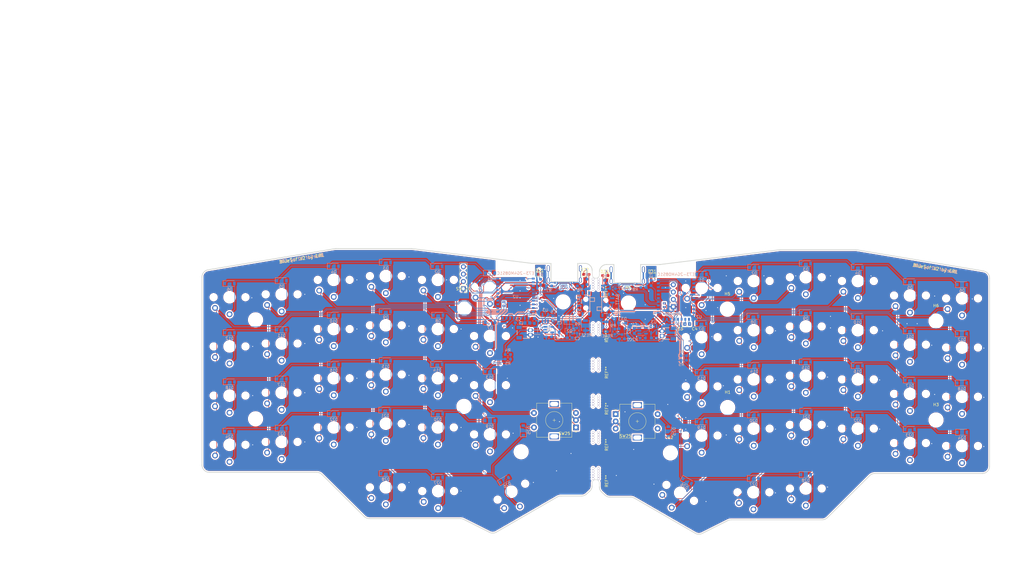
<source format=kicad_pcb>
(kicad_pcb (version 20210108) (generator pcbnew)
  (layers (0 "F.Cu" signal) (31 "B.Cu" power) (34 "B.Paste" user) (35 "F.Paste" user) (36 "B.SilkS" user "B.Silkscreen") (37 "F.SilkS" user "F.Silkscreen") (38 "B.Mask" user) (39 "F.Mask" user) (44 "Edge.Cuts" user))
  (net 0 "")
  (net 1 "row4")
  (net 3 "row0")
  (net 4 "Net-(D8-Pad2)")
  (net 5 "row1")
  (net 6 "Net-(D16-Pad2)")
  (net 7 "row2")
  (net 8 "Net-(D6-Pad2)")
  (net 9 "row3")
  (net 10 "Net-(D7-Pad2)")
  (net 11 "Net-(D17-Pad2)")
  (net 12 "Net-(D9-Pad2)")
  (net 13 "Net-(D10-Pad2)")
  (net 14 "Net-(D11-Pad2)")
  (net 15 "Net-(D12-Pad2)")
  (net 16 "Net-(D13-Pad2)")
  (net 17 "Net-(D14-Pad2)")
  (net 18 "Net-(D15-Pad2)")
  (net 19 "Net-(D19-Pad2)")
  (net 20 "Net-(D20-Pad2)")
  (net 21 "Net-(D18-Pad2)")
  (net 22 "Net-(D21-Pad2)")
  (net 23 "Net-(D24-Pad2)")
  (net 24 "Net-(D28-Pad2)")
  (net 25 "GND")
  (net 26 "col0")
  (net 27 "col1")
  (net 28 "col2")
  (net 29 "col3")
  (net 30 "col4")
  (net 31 "col5")
  (net 32 "VDD_H")
  (net 33 "VBAT")
  (net 34 "Net-(C2-Pad1)")
  (net 35 "Net-(D25-Pad2)")
  (net 36 "VBUS")
  (net 37 "Net-(D31-Pad1)")
  (net 38 "Net-(D32-Pad1)")
  (net 39 "Net-(J1-PadA5)")
  (net 40 "DATA-")
  (net 41 "DATA+")
  (net 42 "Net-(J1-PadB5)")
  (net 43 "SWC")
  (net 44 "Net-(R1-Pad2)")
  (net 45 "BATTERY_MEASURE")
  (net 46 "ENCA")
  (net 47 "ENCB")
  (net 48 "RESET")
  (net 49 "Net-(C3-Pad2)")
  (net 50 "Net-(C4-Pad2)")
  (net 52 "SWD")
  (net 53 "Net-(R2-Pad1)")
  (net 54 "P0.05")
  (net 55 "Net-(D1-Pad2)")
  (net 56 "Net-(D2-Pad2)")
  (net 57 "Net-(D3-Pad2)")
  (net 58 "Net-(D4-Pad2)")
  (net 59 "Net-(D5-Pad2)")
  (net 60 "Net-(D22-Pad2)")
  (net 61 "Net-(D23-Pad2)")
  (net 62 "DCCH")
  (net 63 "Net-(D26-Pad2)")
  (net 64 "Net-(D27-Pad2)")
  (net 70 "D+")
  (net 71 "D-")
  (net 74 "unconnected-(J1-PadS1)")
  (net 75 "BATT_SWITCHED")
  (footprint "BlueSof:KailhLowProfile" (layer "F.Cu") (at 95.267754 65.252764)
    (fp_text reference "SW10" hide)
    (fp_text value "SW_PUSH" hide)
  )
  (footprint "BlueSof:mouseBit_2.5mm" (layer "F.Cu") (at 187.08223 67.279851 90)
    (fp_text reference "REF**")
    (fp_text value "mouseBit_2.5mm")
  )
  (footprint "MountingHole:MountingHole_4.3mm_M4" (layer "F.Cu") (at 303.396706 62.477764)
    (fp_text reference "H6")
    (fp_text value "MountingHole_Pad")
  )
  (footprint "LED_SMD:LED_0603_1608Metric_Pad1.05x0.95mm_HandSolder" (layer "F.Cu") (at 189.121706 46.777764 180)
    (fp_text reference "D32")
    (fp_text value "LED")
  )
  (footprint "BlueSof:KailhLowProfile" (layer "F.Cu") (at 258.396706 47.352764)
    (fp_text reference "SW3" hide)
    (fp_text value "SW_PUSH" hide)
  )
  (footprint "BlueSof:KailhLowProfile" (layer "F.Cu") (at 312.396706 54.652764)
    (fp_text reference "SW6" hide)
    (fp_text value "SW_PUSH" hide)
  )
  (footprint "BlueSof:KailhLowProfile" (layer "F.Cu") (at 276.396706 82.652764)
    (fp_text reference "SW16" hide)
    (fp_text value "SW_PUSH" hide)
  )
  (footprint "BlueSof:KailhLowProfile" (layer "F.Cu") (at 77.267754 53.252764)
    (fp_text reference "SW5" hide)
    (fp_text value "SW_PUSH" hide)
  )
  (footprint "BlueSof:mouseBit_2.5mm" (layer "F.Cu") (at 187.08223 104.779851 90)
    (fp_text reference "REF**")
    (fp_text value "mouseBit_2.5mm")
  )
  (footprint "BlueSof:KailhLowProfile" (layer "F.Cu") (at 59.267754 54.252764)
    (fp_text reference "SW6" hide)
    (fp_text value "SW_PUSH" hide)
  )
  (footprint "Rotary_Encoder:RotaryEncoder_Alps_EC11E-Switch_Vertical_H20mm" (layer "F.Cu") (at 178.967754 99.252764 180)
    (fp_text reference "SW25")
    (fp_text value "Rotary_Encoder_Switch")
  )
  (footprint "BlueSof:KailhLowProfile" (layer "F.Cu") (at 113.267754 97.952764)
    (fp_text reference "SW21" hide)
    (fp_text value "SW_PUSH" hide)
  )
  (footprint "MountingHole:MountingHole_4.3mm_M4" (layer "F.Cu") (at 231.396706 92.377764)
    (fp_text reference "H1")
    (fp_text value "MountingHole_Pad")
  )
  (footprint "BlueSof:KailhLowProfile" (layer "F.Cu") (at 77.267754 87.252764)
    (fp_text reference "SW17" hide)
    (fp_text value "SW_PUSH" hide)
  )
  (footprint "BlueSof:KailhLowProfile" (layer "F.Cu") (at 113.267754 80.952764)
    (fp_text reference "SW15" hide)
    (fp_text value "SW_PUSH" hide)
  )
  (footprint "BlueSof:KailhLowProfile" (layer "F.Cu") (at 222.396706 51.052764)
    (fp_text reference "SW1" hide)
    (fp_text value "SW_PUSH" hide)
  )
  (footprint "BlueSof:KailhLowProfile" (layer "F.Cu") (at 149.267754 101.652764)
    (fp_text reference "SW19" hide)
    (fp_text value "SW_PUSH" hide)
  )
  (footprint "LED_SMD:LED_0603_1608Metric_Pad1.05x0.95mm_HandSolder" (layer "F.Cu") (at 182.542754 46.377764)
    (fp_text reference "D32")
    (fp_text value "LED")
  )
  (footprint "BlueSof:KailhLowProfile" (layer "F.Cu") (at 240.396706 65.652764)
    (fp_text reference "SW8" hide)
    (fp_text value "SW_PUSH" hide)
  )
  (footprint "BlueSof:mouseBit_2.5mm" (layer "F.Cu") (at 187.08223 117.279851 90)
    (fp_text reference "REF**")
    (fp_text value "mouseBit_2.5mm")
  )
  (footprint "BlueSof:KailhLowProfile" (layer "F.Cu") (at 95.267754 99.252764)
    (fp_text reference "SW22" hide)
    (fp_text value "SW_PUSH" hide)
  )
  (footprint "BlueSof:KailhLowProfile_1.5U" (layer "F.Cu") (at 156.667754 121.452764 30)
    (fp_text reference "SW26" hide)
    (fp_text value "SW_PUSH" hide)
  )
  (footprint "BlueSof:KailhLowProfile" (layer "F.Cu") (at 131.267754 48.252764)
    (fp_text reference "SW2" hide)
    (fp_text value "SW_PUSH" hide)
  )
  (footprint "BlueSof:KailhLowProfile" (layer "F.Cu") (at 258.396706 64.352764)
    (fp_text reference "SW9" hide)
    (fp_text value "SW_PUSH" hide)
  )
  (footprint "BlueSof:KailhLowProfile" (layer "F.Cu") (at 294.396706 104.652764)
    (fp_text reference "SW23" hide)
    (fp_text value "SW_PUSH" hide)
  )
  (footprint "BlueSof:KailhLowProfile" (layer "F.Cu") (at 240.296706 121.652764)
    (fp_text reference "SW27" hide)
    (fp_text value "SW_PUSH" hide)
  )
  (footprint "BlueSof:KailhLowProfile" (layer "F.Cu") (at 95.267754 48.252764)
    (fp_text reference "SW4" hide)
    (fp_text value "SW_PUSH" hide)
  )
  (footprint "Connector_PinHeader_2.54mm:PinHeader_1x04_P2.54mm_Vertical" (layer "F.Cu") (at 140.067754 51.352764 180)
    (fp_text reference "SWD/C")
    (fp_text value "Conn_01x04_Female")
  )
  (footprint "BlueSof:KailhLowProfile" (layer "F.Cu") (at 294.396706 87.652764)
    (fp_text reference "SW17" hide)
    (fp_text value "SW_PUSH" hide)
  )
  (footprint "BlueSof:KailhLowProfile" (layer "F.Cu") (at 258.396706 98.352764)
    (fp_text reference "SW21" hide)
    (fp_text value "SW_PUSH" hide)
  )
  (footprint "BlueSof:KailhLowProfile" (layer "F.Cu") (at 131.267754 82.252764)
    (fp_text reference "SW14" hide)
    (fp_text value "SW_PUSH" hide)
  )
  (footprint "BlueSof:KailhLowProfile" (layer "F.Cu") (at 149.267754 84.652764)
    (fp_text reference "SW13" hide)
    (fp_text value "SW_PUSH" hide)
  )
  (footprint "MountingHole:MountingHole_4.3mm_M4" (layer "F.Cu") (at 197.121706 56.252764)
    (fp_text reference "H4")
    (fp_text value "MountingHole_Pad")
  )
  (footprint "MountingHole:MountingHole_4.3mm_M4" (layer "F.Cu") (at 211.621706 108.052764)
    (fp_text reference "H2")
    (fp_text value "MountingHole_Pad")
  )
  (footprint "BlueSof:KailhLowProfile" (layer "F.Cu") (at 149.267754 50.652764)
    (fp_text reference "SW1" hide)
    (fp_text value "SW_PUSH" hide)
  )
  (footprint "BlueSof:KailhLowProfile" (layer "F.Cu") (at 276.396706 48.652764)
    (fp_text reference "SW4" hide)
    (fp_text value "SW_PUSH" hide)
  )
  (footprint "BlueSof:KailhLowProfile" (layer "F.Cu") (at 294.396706 70.652764)
    (fp_text reference "SW11" hide)
    (fp_text value "SW_PUSH" hide)
  )
  (footprint "Rotary_Encoder:RotaryEncoder_Alps_EC11E-Switch_Vertical_H20mm" (layer "F.Cu") (at 192.696706 94.652764)
    (fp_text reference "SW25")
    (fp_text value "Rotary_Encoder_Switch")
  )
  (footprint "MountingHole:MountingHole_4.3mm_M4" (layer "F.Cu") (at 303.396706 96.677764)
    (fp_text reference "H3")
    (fp_text value "MountingHole_Pad")
  )
  (footprint "BlueSof:KailhLowProfile" (layer "F.Cu") (at 113.267754 46.952764)
    (fp_text reference "SW3" hide)
    (fp_text value "SW_PUSH" hide)
  )
  (footprint "BlueSof:KailhLowProfile" (layer "F.Cu") (at 276.396706 99.652764)
    (fp_text reference "SW22" hide)
    (fp_text value "SW_PUSH" hide)
  )
  (footprint "BlueSof:KailhLowProfile" (layer "F.Cu") (at 77.267754 104.252764)
    (fp_text reference "SW23" hide)
    (fp_text value "SW_PUSH" hide)
  )
  (footprint "BlueSof:KailhLowProfile" (layer "F.Cu") (at 131.267754 99.252764)
    (fp_text reference "SW20" hide)
    (fp_text value "SW_PUSH" hide)
  )
  (footprint "BlueSof:KailhLowProfile" (layer "F.Cu") (at 240.396706 99.652764)
    (fp_text reference "SW20" hide)
    (fp_text value "SW_PUSH" hide)
  )
  (footprint "BlueSof:KailhLowProfile" (layer "F.Cu") (at 240.396706 82.652764)
    (fp_text reference "SW14" hide)
    (fp_text value "SW_PUSH" hide)
  )
  (footprint "BlueSof:KailhLowProfile" (layer "F.Cu") (at 131.367754 121.252764)
    (fp_text reference "SW27" hide)
    (fp_text value "SW_PUSH" hide)
  )
  (footprint "BlueSof:KailhLowProfile" (layer "F.Cu") (at 113.267754 63.952764)
    (fp_text reference "SW9" hide)
    (fp_text value "SW_PUSH" hide)
  )
  (footprint "BlueSof:KailhLowProfile" (layer "F.Cu") (at 312.396706 105.652764)
    (fp_text reference "SW24" hide)
    (fp_text value "SW_PUSH" hide)
  )
  (footprint "BlueSof:KailhLowProfile" (layer "F.Cu") (at 59.267754 105.252764)
    (fp_text reference "SW24" hide)
    (fp_text value "SW_PUSH" hide)
  )
  (footprint "BlueSof:KailhLowProfile_1.5U" (layer "F.Cu") (at 214.996706 121.852764 -30)
    (fp_text reference "SW26" hide)
    (fp_text value "SW_PUSH" hide)
  )
  (footprint "BlueSof:KailhLowProfile" (layer "F.Cu") (at 59.267754 88.252764)
    (fp_text reference "SW18" hide)
    (fp_text value "SW_PUSH" hide)
  )
  (footprint "LED_SMD:LED_0603_1608Metric_Pad1.05x0.95mm_HandSolder" (layer "F.Cu") (at 166.842754 46.352764)
    (fp_text reference "D31")
    (fp_text value "LED")
  )
  (footprint "BlueSof:KailhLowProfile" (layer "F.Cu") (at 222.396706 85.052764)
    (fp_text reference "SW13" hide)
    (fp_text value "SW_PUSH" hide)
  )
  (footprint "BlueSof:KailhLowProfile" (layer "F.Cu") (at 240.396706 48.652764)
    (fp_text reference "SW2" hide)
    (fp_text value "SW_PUSH" hide)
  )
  (footprint "BlueSof:KailhLowProfile" (layer "F.Cu") (at 276.396706 65.652764)
    (fp_text reference "SW10" hide)
    (fp_text value "SW_PUSH" hide)
  )
  (footprint "BlueSof:KailhLowProfile" (layer "F.Cu") (at 149.267754 67.652764)
    (fp_text reference "SW7" hide)
    (fp_text value "SW_PUSH" hide)
  )
  (footprint "BlueSof:KailhLowProfile" (layer "F.Cu") (at 131.267754 65.252764)
    (fp_text reference "SW8" hide)
    (fp_text value "SW_PUSH" hide)
  )
  (footprint "BlueSof:KailhLowProfile" (layer "F.Cu") (at 312.396706 71.652764)
    (fp_text reference "SW12" hide)
    (fp_text value "SW_PUSH" hide)
  )
  (footprint "BlueSof:KailhLowProfile" (layer "F.Cu") (at 95.267754 82.252764)
    (fp_text reference "SW16" hide)
    (fp_text value "SW_PUSH" hide)
  )
  (footprint "BlueSof:KailhLowProfile" (layer "F.Cu") (at 59.267754 71.252764)
    (fp_text reference "SW12" hide)
    (fp_text value "SW_PUSH" hide)
  )
  (footprint "BlueSof:KailhLowProfile" (layer "F.Cu") (at 294.396706 53.652764)
    (fp_text reference "SW5" hide)
    (fp_text value "SW_PUSH" hide)
  )
  (footprint "BlueSof:mouseBit_2.5mm" (layer "F.Cu") (at 187.08223 92.279851 90)
    (fp_text reference "REF**")
    (fp_text value "mouseBit_2.5mm")
  )
  (footprint "LED_SMD:LED_0603_1608Metric_Pad1.05x0.95mm_HandSolder" (layer "F.Cu") (at 204.821706 46.752764 180)
    (fp_text reference "D31")
    (fp_text value "LED")
  )
  (footprint "BlueSof:KailhLowProfile" (layer "F.Cu") (at 77.267754 70.252764)
    (fp_text reference "SW11" hide)
    (fp_text value "SW_PUSH" hide)
  )
  (footprint "BlueSof:mouseBit_2.5mm" (layer "F.Cu") (at 187.08223 79.779851 90)
    (fp_text reference "REF**")
    (fp_text value "mouseBit_2.5mm")
  )
  (footprint "BlueSof:KailhLowProfile" (layer "F.Cu") (at 312.396706 88.652764)
    (fp_text reference "SW18" hide)
    (fp_text value "SW_PUSH" hide)
  )
  (footprint "BlueSof:KailhLowProfile" (layer "F.Cu") (at 222.396706 102.052764)
    (fp_text reference "SW19" hide)
    (fp_text value "SW_PUSH" hide)
  )
  (footprint "BlueSof:KailhLowProfile" (layer "F.Cu") (at 258.396706 81.352764)
    (fp_text reference "SW15" hide)
    (fp_text value "SW_PUSH" hide)
  )
  (footprint "MountingHole:MountingHole_4.3mm_M4" (layer "F.Cu") (at 231.296706 58.377764)
    (fp_text reference "H5")
    (fp_text value "MountingHole_Pad")
  )
  (footprint "BlueSof:KailhLowProfile" (layer "F.Cu") (at 113.267754 119.952764)
    (fp_text reference "SW28" hide)
    (fp_text value "SW_PUSH" hide)
  )
  (footprint "BlueSof:KailhLowProfile" (layer "F.Cu") (at 258.396706 120.352764)
    (fp_text reference "SW28" hide)
    (fp_text value "SW_PUSH" hide)
  )
  (footprint "Capacitor_SMD:C_0603_1608Metric_Pad1.08x0.95mm_HandSolder" (layer "F.Cu") (at 218.296706 64.402764 90)
    (fp_text reference "C4")
    (fp_text value "22pF")
  )
  (footprint "BlueSof:KailhLowProfile" (layer "F.Cu") (at 222.396706 68.052764)
    (fp_text reference "SW7" hide)
    (fp_text value "SW_PUSH" hide)
  )
  (footprint "Capacitor_SMD:C_0603_1608Metric_Pad1.08x0.95mm_HandSolder" (layer "F.Cu") (at 216.659206 64.402764 90)
    (fp_text reference "C3")
    (fp_text value "22pF")
  )
  (footprint "BlueSof:mouseBit_2.5mm" (layer "F.Cu") (at 187.08223 51.879851 90)
    (fp_text reference "REF**")
    (fp_text value "mouseBit_2.5mm")
  )
  (footprint "MountingHole:MountingHole_4.3mm_M4" (layer "B.Cu") (at 174.542754 55.852764 180)
    (fp_text reference "H4" hide)
    (fp_text value "MountingHole_Pad")
  )
  (footprint "Resistor_SMD:R_0603_1608Metric_Pad0.98x0.95mm_HandSolder" (layer "B.Cu") (at 155.442754 74.052764)
    (fp_text reference "R4")
    (fp_text value "820k")
  )
  (footprint "MountingHole:MountingHole_4.3mm_M4" (layer "B.Cu") (at 68.267754 96.277764 180)
    (fp_text reference "H3" hide)
    (fp_text value "MountingHole_Pad")
  )
  (footprint "BlueSof:SW-TH_MSK12C02" (layer "B.Cu") (at 181.842754 56.452764 -90)
    (fp_text reference "BATT_SW")
    (fp_text value "SW_SPDT" hide)
  )
  (footprint "Diode_SMD:D_SOD-123" (layer "B.Cu") (at 95.317754 77.502764)
    (fp_text reference "D16")
    (fp_text value "D")
  )
  (footprint "Diode_SMD:D_SOD-123" (layer "B.Cu") (at 312.346706 83.902764)
    (fp_text reference "D18")
    (fp_text value "D")
  )
  (footprint "Resistor_SMD:R_0603_1608Metric_Pad0.98x0.95mm_HandSolder" (layer "B.Cu") (at 204.921706 49.352764 -90)
    (fp_text reference "R1")
    (fp_text value "1k")
  )
  (footprint "Diode_SMD:D_SOD-123" (layer "B.Cu") (at 95.267754 43.502764)
    (fp_text reference "D4")
    (fp_text value "D")
  )
  (footprint "Diode_SMD:D_SOD-123" (layer "B.Cu") (at 131.367754 60.452764)
    (fp_text reference "D8")
    (fp_text value "D")
  )
  (footprint "Capacitor_SMD:C_0603_1608Metric_Pad1.08x0.95mm_HandSolder" (layer "B.Cu") (at 194.859206 68.652764 180)
    (fp_text reference "C2")
    (fp_text value "4.7uF")
  )
  (footprint "Diode_SMD:D_SOD-123" (layer "B.Cu") (at 131.267754 94.552764)
    (fp_text reference "D20")
    (fp_text value "D")
  )
  (footprint "Diode_SMD:D_SOD-123" (layer "B.Cu") (at 294.396706 82.902764)
    (fp_text reference "D17")
    (fp_text value "D")
  )
  (footprint "Button_Switch_SMD:SW_SPST_B3U-1000P" (layer "B.Cu") (at 189.421706 64.452764 90)
    (fp_text reference "RESET")
    (fp_text value "SW_Push")
  )
  (footprint "Diode_SMD:D_SOD-123" (layer "B.Cu") (at 149.267754 45.902764)
    (fp_text reference "D1")
    (fp_text value "D")
  )
  (footprint "Capacitor_SMD:C_0603_1608Metric_Pad1.08x0.95mm_HandSolder" (layer "B.Cu") (at 199.121706 65.852764 -90)
    (fp_text reference "C1")
    (fp_text value "4.7uF")
  )
  (footprint "Crystal:Crystal_SMD_MicroCrystal_CM9V-T1A-2Pin_1.6x1.0mm_HandSoldering" (layer "B.Cu") (at 162.167754 63.152764)
    (fp_text reference "Y1")
    (fp_text value "32.768kHz")
  )
  (footprint "MountingHole:MountingHole_4.3mm_M4" (layer "B.Cu") (at 68.267754 62.077764 180)
    (fp_text reference "H6" hide)
    (fp_text value "MountingHole_Pad")
  )
  (footprint "Diode_SMD:D_SOD-123" (layer "B.Cu") (at 149.267754 96.902764)
    (fp_text reference "D19")
    (fp_text value "D")
  )
  (footprint "Diode_SMD:D_SOD-123" (layer "B.Cu") (at 113.267754 76.202764)
    (fp_text reference "D15")
    (fp_text value "D")
  )
  (footprint "Package_TO_SOT_SMD:SOT-23" (layer "B.Cu") (at 176.767754 65.752764 90)
    (fp_text reference "Q2")
    (fp_text value "A03407")
  )
  (footprint "BlueSof:SM02B-SRSS-TB(LF)(SN)" (layer "B.Cu") (at 210.696706 66.802764 -90)
    (fp_text reference "J12")
    (fp_text value "SM02B-SRSS-TB(LF)(SN)")
  )
  (footprint "Diode_SMD:D_SOD-123" (layer "B.Cu") (at 113.267754 42.202764)
    (fp_text reference "D3")
    (fp_text value "D")
  )
  (footprint "Diode_SMD:D_SOD-123" (layer "B.Cu") (at 77.267754 48.502764)
    (fp_text reference "D5")
    (fp_text value "D")
  )
  (footprint "BlueSof:SM02B-SRSS-TB(LF)(SN)" (layer "B.Cu") (at 161.242754 66.452764 90)
    (fp_text reference "J12")
    (fp_text value "SM02B-SRSS-TB(LF)(SN)")
  )
  (footprint "Diode_SMD:D_SOD-123" (layer "B.Cu") (at 258.396706 76.602764)
    (fp_text reference "D15")
    (fp_text value "D")
  )
  (footprint "Resistor_SMD:R_0603_1608Metric_Pad0.98x0.95mm_HandSolder" (layer "B.Cu") (at 192.321706 66.152764 -90)
    (fp_text reference "R9")
    (fp_text value "100k")
  )
  (footprint "BlueSof:SW-TH_MSK12C02" (layer "B.Cu") (at 189.821706 56.852764 90)
    (fp_text reference "BATT_SW")
    (fp_text value "SW_SPDT" hide)
  )
  (footprint "Resistor_SMD:R_0603_1608Metric_Pad0.98x0.95mm_HandSolder" (layer "B.Cu") (at 188.896706 49.352764 -90)
    (fp_text reference "R6")
    (fp_text value "1k")
  )
  (footprint "Diode_SMD:D_SOD-123" (layer "B.Cu") (at 59.317754 66.502764)
    (fp_text reference "D12")
    (fp_text value "D")
  )
  (footprint "Resistor_SMD:R_0603_1608Metric_Pad0.98x0.95mm_HandSolder" (layer "B.Cu") (at 179.342754 65.752764 90)
    (fp_text reference "R9")
    (fp_text value "100k")
  )
  (footprint "BlueSof:USB-C_C168688" (layer "B.Cu") (at 174.967754 42.227764 180)
    (fp_text reference "J1" hide)
    (fp_text value "USB_C_Receptacle_USB2.0")
  )
  (footprint "Diode_SMD:D_SOD-123" (layer "B.Cu") (at 149.267754 79.902764)
    (fp_text reference "D13")
    (fp_text value "D")
  )
  (footprint "Diode_SMD:D_SOD-123" (layer "B.Cu") (at 217.424463 117.802764 -30)
    (fp_text reference "D26")
    (fp_text value "D")
  )
  (footprint "Diode_SMD:D_SOD-123" (layer "B.Cu") (at 113.067754 93.252764)
    (fp_text reference "D21")
    (fp_text value "D")
  )
  (footprint "Diode_SMD:D_SOD-123" (layer "B.Cu") (at 240.396706 94.952764)
    (fp_text reference "D20")
    (fp_text value "D")
  )
  (footprint "Diode_SMD:D_SOD-123" (layer "B.Cu") (at 131.067754 43.552764)
    (fp_text reference "D2")
    (fp_text value "D")
  )
  (footprint "Diode_SMD:D_SOD-123" (layer "B.Cu") (at 312.396706 100.902764)
    (fp_text reference "D24")
    (fp_text value "D")
  )
  (footprint "Diode_SMD:D_SOD-123" (layer "B.Cu") (at 131.067754 77.452764)
    (fp_text reference "D14")
    (fp_text value "D")
  )
  (footprint "Diode_SMD:D_SOD-123" (layer "B.Cu") (at 276.346706 60.902764)
    (fp_text reference "D10")
    (fp_text value "D")
  )
  (footprint "Diode_SMD:D_SOD-123" (layer "B.Cu") (at 77.267754 82.502764)
    (fp_text reference "D17")
    (fp_text value "D")
  )
  (footprint "MountingHole:MountingHole_4.3mm_M4" (layer "B.Cu") (at 140.267754 91.977764 180)
    (fp_text reference "H1" hide)
    (fp_text value "MountingHole_Pad")
  )
  (footprint "Diode_SMD:D_SOD-323_HandSoldering" (layer "B.Cu") (at 176.742754 62.752764)
    (fp_text reference "D33")
    (fp_text value "1N5819")
  )
  (footprint "MountingHole:MountingHole_4.3mm_M4" (layer "B.Cu") (at 160.042754 107.652764 180)
    (fp_text reference "H2" hide)
    (fp_text value "MountingHole_Pad")
  )
  (footprint "Resistor_SMD:R_0603_1608Metric_Pad0.98x0.95mm_HandSolder" (layer "B.Cu") (at 191.659206 51.252764 180)
    (fp_text reference "R7")
    (fp_text value "5.1k")
  )
  (footprint "Diode_SMD:D_SOD-123" (layer "B.Cu") (at 258.396706 115.552764)
    (fp_text reference "D28")
    (fp_text value "D")
  )
  (footprint "Resistor_SMD:R_0603_1608Metric_Pad0.98x0.95mm_HandSolder" (layer "B.Cu") (at 166.742754 48.952764 -90)
    (fp_text reference "R1")
    (fp_text value "1k")
  )
  (footprint "Diode_SMD:D_SOD-323_HandSoldering" (layer "B.Cu") (at 194.921706 63.152764 180)
    (fp_text reference "D33")
    (fp_text value "1N5819")
  )
  (footprint "Capacitor_SMD:C_0603_1608Metric_Pad1.08x0.95mm_HandSolder" (layer "B.Cu") (at 205.921706 68.352764)
    (fp_text reference "C5")
    (fp_text value "10uF")
  )
  (footprint "Diode_SMD:D_SOD-123" (layer "B.Cu") (at 294.396706 48.902764)
    (fp_text reference "D5")
    (fp_text value "D")
  )
  (footprint "Diode_SMD:D_SOD-123" (layer "B.Cu") (at 95.317754 94.502764)
    (fp_text reference "D22")
    (fp_text value "D")
  )
  (footprint "Diode_SMD:D_SOD-123" (layer "B.Cu") (at 294.346706 99.902764)
    (fp_text reference "D23")
    (fp_text value "D")
  )
  (footprint "Diode_SMD:D_SOD-123" (layer "B.Cu") (at 312.346706 66.902764)
    (fp_text reference "D12")
    (fp_text value "D")
  )
  (footprint "Package_TO_SOT_SMD:SOT-23-5" (layer "B.Cu") (at 202.021706 65.852764)
    (fp_text reference "U1")
    (fp_text value "LN2054Y42AMR")
  )
  (footprint "Diode_SMD:D_SOD-123" (layer "B.Cu") (at 258.396706 59.602764)
    (fp_text reference "D9")
    (fp_text value "D")
  )
  (footprint "Diode_SMD:D_SOD-123" (layer "B.Cu") (at 154.239997 117.402764 30)
    (fp_text reference "D26")
    (fp_text value "D")
  )
  (footprint "Crystal:Crystal_SMD_MicroCrystal_CM9V-T1A-2Pin_1.6x1.0mm_HandSoldering" (layer "B.Cu") (at 217.407661 63.515264)
    (fp_text reference "Y1")
    (fp_text value "32.768kHz")
  )
  (footprint "Diode_SMD:D_SOD-123" (layer "B.Cu") (at 77.317754 99.502764)
    (fp_text reference "D23")
    (fp_text value "D")
  )
  (footprint "Resistor_SMD:R_0603_1608Metric_Pad0.98x0.95mm_HandSolder" (layer "B.Cu") (at 169.655254 50.352764 180)
    (fp_text reference "R7")
    (fp_text value "5.1k")
  )
  (footprint "Capacitor_SMD:C_0603_1608Metric_Pad1.08x0.95mm_HandSolder" (layer "B.Cu") (at 158.867754 63.052764)
    (fp_text reference "C3")
    (fp_text value "22pF")
  )
  (footprint "Diode_SMD:D_SOD-123" (layer "B.Cu") (at 95.317754 60.502764)
    (fp_text reference "D10")
    (fp_text value "D")
  )
  (footprint "Diode_SMD:D_SOD-123" (layer "B.Cu") (at 276.346706 94.902764)
    (fp_text reference "D22")
    (fp_text value "D")
  )
  (footprint "Capacitor_SMD:C_0603_1608Metric_Pad1.08x0.95mm_HandSolder" (layer "B.Cu") (at 170.967754 61.552764 -90)
    (fp_text reference "C5")
    (fp_text value "10uF")
  )
  (footprint "Resistor_SMD:R_0603_1608Metric_Pad0.98x0.95mm_HandSolder" (layer "B.Cu") (at 202.021706 68.352764 180)
    (fp_text reference "R2")
    (fp_text value "10k")
  )
  (footprint "Diode_SMD:D_SOD-123" (layer "B.Cu") (at 113.267754 115.152764)
    (fp_text reference "D28")
    (fp_text value "D")
  )
  (footprint "Diode_SMD:D_SOD-123" (layer "B.Cu") (at 160.767754 100.252763 90)
    (fp_text reference "D25")
    (fp_text value "D")
  )
  (footprint "Diode_SMD:D_SOD-123" (layer "B.Cu") (at 240.596706 43.952764)
    (fp_text reference "D2")
    (fp_text value "D")
  )
  (footprint "Package_TO_SOT_SMD:SOT-23-5" (layer "B.Cu") (at 205.871706 65.452764 -90)
    (fp_text reference "U3")
    (fp_text value "AP2112K-3.3")
  )
  (footprint "Diode_SMD:D_SOD-123" (layer "B.Cu") (at 258.396706 42.602764)
    (fp_text reference "D3")
    (fp_text value "D")
  )
  (footprint "Diode_SMD:D_SOD-123" (layer "B.Cu") (at 276.396706 43.902764)
    (fp_text reference "D4")
    (fp_text value "D")
  )
  (footprint "Diode_SMD:D_SOD-123" (layer "B.Cu") (at 222.396706 46.302764)
    (fp_text reference "D1")
    (fp_text value "D")
  )
  (footprint "Capacitor_SMD:C_0603_1608Metric_Pad1.08x0.95mm_HandSolder" (layer "B.Cu") (at 173.167754 65.452764 90)
    (fp_text reference "C1")
    (fp_text value "4.7uF")
  )
  (footprint "Diode_SMD:D_SOD-123" (layer "B.Cu") (at 59.317754 83.502764)
    (fp_text reference "D18")
    (fp_text value "D")
  )
  (footprint "Diode_SMD:D_SOD-123" (layer "B.Cu") (at 240.596706 77.852764)
    (fp_text reference "D14")
    (fp_text value "D")
  )
  (footprint "Diode_SMD:D_SOD-123" (layer "B.Cu") (at 258.596706 93.652764)
    (fp_text reference "D21")
    (fp_text value "D")
  )
  (footprint "BlueSof:E73-2G4M08S1C-52840_minimal_inside_pads" (layer "B.Cu") (at 158.106799 61.852764 90)
    (fp_text reference "U2")
    (fp_text value "E73-2G4M08S1C")
  )
  (footprint "Button_Switch_SMD:SW_SPST_B3U-1000P" (layer "B.Cu") (at 182.242754 64.052764 -90)
    (fp_text reference "RESET")
    (fp_text value "SW_Push")
  )
  (footprint "Resistor_SMD:R_0603_1608Metric_Pad0.98x0.95mm_HandSolder" (layer "B.Cu") (at 216.221706 74.452764)
    (fp_text reference "R4")
    (fp_text value "820k")
  )
  (footprint "Diode_SMD:D_SOD-123" (layer "B.Cu") (at 312.396706 49.902764)
    (fp_text reference "D6")
    (fp_text value "D")
  )
  (footprint "BlueSof:USB-C_C168688" (layer "B.Cu") (at 196.696706 42.627764 180)
    (fp_text reference "J1" hide)
    (fp_text value "USB_C_Receptacle_USB2.0")
  )
  (footprint "Package_TO_SOT_SMD:SOT-23-5" (layer "B.Cu") (at 169.642754 65.452764)
    (fp_text reference "U1")
    (fp_text value "LN2054Y42AMR")
  )
  (footprint "Package_TO_SOT_SMD:SOT-23" (layer "B.Cu") (at 194.896706 66.152764 -90)
    (fp_text reference "Q2")
    (fp_text value "A03407")
  )
  (footprint "Diode_SMD:D_SOD-123" (layer "B.Cu") (at 149.317754 62.902764)
    (fp_text reference "D7")
    (fp_text value "D")
  )
  (footprint "Diode_SMD:D_SOD-123" (layer "B.Cu") (at 276.346706 77.902764)
    (fp_text reference "D16")
    (fp_text value "D")
  )
  (footprint "Resistor_SMD:R_0603_1608Metric_Pad0.98x0.95mm_HandSolder" (layer "B.Cu") (at 155.442754 75.652764 180)
    (fp_text reference "R5")
    (fp_text value "2M")
  )
  (footprint "Diode_SMD:D_SOD-123" (layer "B.Cu") (at 210.896706 100.652763 90)
    (fp_text reference "D25")
    (fp_text value "D")
  )
  (footprint "Diode_SMD:D_SOD-123" (layer "B.Cu") (at 222.346706 63.302764)
    (fp_text reference "D7")
    (fp_text value "D")
  )
  (footprint "Diode_SMD:D_SOD-123" (layer "B.Cu") (at 240.396706 116.852764)
    (fp_text reference "D27")
    (fp_text value "D")
  )
  (footprint "Diode_SMD:D_SOD-123" (layer "B.Cu") (at 222.396706 97.302764)
    (fp_text reference "D19")
    (fp_text value "D")
  )
  (footprint "Connector_PinHeader_2.54mm:PinHeader_1x04_P2.54mm_Vertical" (layer "B.Cu") (at 212.621706 57.552764)
    (fp_text reference "SWD/C1")
    (fp_text value "Conn_01x04_Female")
  )
  (footprint "MountingHole:MountingHole_4.3mm_M4" (layer "B.Cu") (at 140.367754 57.977764 180)
    (fp_text reference "H5" hide)
    (fp_text value "MountingHole_Pad")
  )
  (footprint "Resistor_SMD:R_0603_1608Metric_Pad0.98x0.95mm_HandSolder" (layer "B.Cu") (at 180.367754 50.352764)
    (fp_text reference "R8")
    (fp_text value "5.1k")
  )
  (footprint "Diode_SMD:D_SOD-123" (layer "B.Cu") (at 294.396706 65.902764)
    (fp_text reference "D11")
    (fp_text value "D")
  )
  (footprint "Package_TO_SOT_SMD:SOT-23-5" (layer "B.Cu") (at 168.367754 61.415264 90)
    (fp_text reference "U3")
    (fp_text value "AP2112K-3.3")
  )
  (footprint "Resistor_SMD:R_0603_1608Metric_Pad0.98x0.95mm_HandSolder" (layer "B.Cu") (at 182.767754 48.952764 -90)
    (fp_text reference "R6")
    (fp_text value "1k")
  )
  (footprint "Diode_SMD:D_SOD-123" (layer "B.Cu") (at 59.267754 49.502764)
    (fp_text reference "D6")
    (fp_text value "D")
  )
  (footprint "Resistor_SMD:R_0603_1608Metric_Pad0.98x0.95mm_HandSolder" (layer "B.Cu") (at 202.321706 50.902764)
    (fp_text reference "R8")
    (fp_text value "5.1k")
  )
  (footprint "Diode_SMD:D_SOD-123" (layer "B.Cu") (at 222.396706 80.302764)
    (fp_text reference "D13")
    (fp_text value "D")
  )
  (footprint "Resistor_SMD:R_0603_1608Metric_Pad0.98x0.95mm_HandSolder" (layer "B.Cu") (at 169.642754 67.952764 180)
    (fp_text reference "R2")
    (fp_text value "10k")
  )
  (footprint "Capacitor_SMD:C_0603_1608Metric_Pad1.08x0.95mm_HandSolder" (layer "B.Cu") (at 176.805254 68.252764)
    (fp_text reference "C2")
    (fp_text value "4.7uF")
  )
  (footprint "Capacitor_SMD:C_0603_1608Metric_Pad1.08x0.95mm_HandSolder" (layer "B.Cu") (at 164.605254 62.452764 -90)
    (fp_text reference "C4")
    (fp_text value "22pF")
  )
  (footprint "Diode_SMD:D_SOD-123" (layer "B.Cu") (at 131.267754 116.452764)
    (fp_text reference "D27")
    (fp_text value "D")
  )
  (footprint "Resistor_SMD:R_0603_1608Metric_Pad0.98x0.95mm_HandSolder" (layer "B.Cu") (at 216.221706 76.052764 180)
    (fp_text reference "R5")
    (fp_text value "2M")
  )
  (footprint "Diode_SMD:D_SOD-123" (layer "B.Cu") (at 77.267754 65.502764)
    (fp_text reference "D11")
    (fp_text value "D")
  )
  (footprint "Diode_SMD:D_SOD-123" (layer "B.Cu") (at 240.296706 60.852764)
    (fp_text reference "D8")
    (fp_text value "D")
  )
  (footprint "Diode_SMD:D_SOD-123" (layer "B.Cu") (at 59.267754 100.502764)
    (fp_text reference "D24")
    (fp_text value "D")
  )
  (footprint "BlueSof:E73-2G4M08S1C-52840_minimal_inside_pads" (layer "B.Cu") (at 213.557661 62.252764 90)
    (fp_text reference "U2")
    (fp_text value "E73-2G4M08S1C")
  )
  (footprint "Diode_SMD:D_SOD-123" (layer "B.Cu") (at 113.267754 59.202764)
    (fp_text reference "D9")
    (fp_text value "D")
  )
  (gr_line (start 179.592754 42.552764) (end 182.08223 42.552764) (layer "Edge.Cuts") (width 0.25))
  (gr_line (start 179.592754 48.852764) (end 179.592754 42.552764) (layer "Edge.Cuts") (width 0.25))
  (gr_arc (start 163.851222 40.052764) (end 163.851222 42.552764) (angle 7.006963191) (layer "Edge.Cuts") (width 0.25))
  (gr_line (start 170.342754 48.852764) (end 179.592754 48.852764) (layer "Edge.Cuts") (width 0.25))
  (gr_line (start 184.599466 46.44393) (end 184.58223 45.052764) (layer "Edge.Cuts") (width 0.15))
  (gr_line (start 275.596701 37.852764) (end 249.613839 37.852763) (layer "Edge.Cuts") (width 0.25))
  (gr_line (start 149.090779 135.495812) (end 140.183373 131.019016) (layer "Edge.Cuts") (width 0.25))
  (gr_line (start 122.355596 37.471435) (end 163.546247 42.534093) (layer "Edge.Cuts") (width 0.25))
  (gr_arc (start 182.08223 45.052764) (end 182.08223 42.552764) (angle 90) (layer "Edge.Cuts") (width 0.25))
  (gr_line (start 187.099466 46.44393) (end 187.08223 45.452764) (layer "Edge.Cuts") (width 0.15))
  (gr_arc (start 182.08223 119.379851) (end 184.58223 119.379851) (angle 47.3008237) (layer "Edge.Cuts") (width 0.25))
  (gr_line (start 201.321706 42.952764) (end 201.321706 49.252764) (layer "Edge.Cuts") (width 0.25))
  (gr_line (start 187.08223 118.529851) (end 187.08223 119.779851) (layer "Edge.Cuts") (width 0.15))
  (gr_line (start 192.071706 42.952764) (end 189.58223 42.952764) (layer "Edge.Cuts") (width 0.25))
  (gr_line (start 139.060708 130.752763) (end 107.575779 130.752763) (layer "Edge.Cuts") (width 0.25))
  (gr_line (start 187.886857 121.617161) (end 189.024932 122.667315) (layer "Edge.Cuts") (width 0.25))
  (gr_arc (start 264.088681 128.652763) (end 264.088681 131.152763) (angle -44.82370585) (layer "Edge.Cuts") (width 0.25))
  (gr_arc (start 232.603752 133.652764) (end 232.603752 131.152763) (angle -26.68376982) (layer "Edge.Cuts") (width 0.25))
  (gr_line (start 172.52897 123.264941) (end 151.463443 135.427128) (layer "Edge.Cuts") (width 0.25))
  (gr_line (start 319.807703 45.186779) (end 276.007699 37.88678) (layer "Edge.Cuts") (width 0.25))
  (gr_line (start 282.249508 115.152764) (end 319.396706 115.152764) (layer "Edge.Cuts") (width 0.25))
  (gr_arc (start 319.396706 47.652764) (end 321.896706 47.652764) (angle -80.53767854) (layer "Edge.Cuts") (width 0.25))
  (gr_arc (start 52.267754 112.252764) (end 52.267754 114.752764) (angle 90) (layer "Edge.Cuts") (width 0.25))
  (gr_line (start 249.308864 37.871435) (end 208.118213 42.934093) (layer "Edge.Cuts") (width 0.25))
  (gr_line (start 51.856757 44.786779) (end 95.656761 37.48678) (layer "Edge.Cuts") (width 0.25))
  (gr_arc (start 180.944155 120.430005) (end 182.639528 122.267316) (angle 42.6991763) (layer "Edge.Cuts") (width 0.25))
  (gr_arc (start 122.050621 39.952764) (end 122.050621 37.452764) (angle 7.006961979) (layer "Edge.Cuts") (width 0.25))
  (gr_arc (start 150.213443 133.262065) (end 151.463443 135.427128) (angle 56.68375556) (layer "Edge.Cuts") (width 0.25))
  (gr_arc (start 249.613839 40.352764) (end 249.613839 37.852764) (angle -7.006961979) (layer "Edge.Cuts") (width 0.25))
  (gr_line (start 222.573681 135.895812) (end 231.481087 131.419016) (layer "Edge.Cuts") (width 0.25))
  (gr_arc (start 52.267754 47.252764) (end 49.767754 47.252764) (angle 80.53767854) (layer "Edge.Cuts") (width 0.25))
  (gr_line (start 199.13549 123.664941) (end 220.201017 135.827128) (layer "Edge.Cuts") (width 0.25))
  (gr_line (start 96.067759 37.452764) (end 122.050621 37.452763) (layer "Edge.Cuts") (width 0.25))
  (gr_arc (start 275.596702 40.352764) (end 276.007699 37.886779) (angle -9.462321464) (layer "Edge.Cuts") (width 0.25))
  (gr_line (start 184.58223 119.379851) (end 184.58223 118.529851) (layer "Edge.Cuts") (width 0.15))
  (gr_line (start 49.767754 112.252764) (end 49.767754 47.252764) (layer "Edge.Cuts") (width 0.25))
  (gr_arc (start 319.396706 112.652764) (end 319.396706 115.152764) (angle -90) (layer "Edge.Cuts") (width 0.25))
  (gr_line (start 190.720304 123.330005) (end 197.88549 123.330005) (layer "Edge.Cuts") (width 0.25))
  (gr_arc (start 190.720305 120.830005) (end 189.024932 122.667316) (angle -42.6991763) (layer "Edge.Cuts") (width 0.25))
  (gr_arc (start 139.060708 133.252764) (end 139.060708 130.752763) (angle 26.68376982) (layer "Edge.Cuts") (width 0.25))
  (gr_line (start 265.851 130.425961) (end 280.487188 115.879566) (layer "Edge.Cuts") (width 0.25))
  (gr_line (start 163.851222 42.552764) (end 170.342754 42.552764) (layer "Edge.Cuts") (width 0.25))
  (gr_line (start 207.813238 42.952764) (end 201.321706 42.952764) (layer "Edge.Cuts") (width 0.25))
  (gr_line (start 201.321706 49.252764) (end 192.071706 49.252764) (layer "Edge.Cuts") (width 0.25))
  (gr_arc (start 173.778969 125.430005) (end 172.52897 123.264941) (angle 29.99999438) (layer "Edge.Cuts") (width 0.25))
  (gr_line (start 321.896706 112.652764) (end 321.896706 47.652764) (layer "Edge.Cuts") (width 0.25))
  (gr_line (start 183.777603 121.217161) (end 182.639528 122.267315) (layer "Edge.Cuts") (width 0.25))
  (gr_line (start 170.342754 42.552764) (end 170.342754 48.852764) (layer "Edge.Cuts") (width 0.25))
  (gr_line (start 89.414952 114.752764) (end 52.267754 114.752764) (layer "Edge.Cuts") (width 0.25))
  (gr_arc (start 282.249508 117.652764) (end 282.249508 115.152764) (angle -44.82371423) (layer "Edge.Cuts") (width 0.25))
  (gr_arc (start 185.849466 46.44393) (end 184.599466 46.44393) (angle -180) (layer "Edge.Cuts") (width 0.15))
  (gr_arc (start 96.067758 39.952764) (end 95.656761 37.486779) (angle 9.462321464) (layer "Edge.Cuts") (width 0.25))
  (gr_arc (start 89.414952 117.252764) (end 89.414952 114.752764) (angle 44.82371423) (layer "Edge.Cuts") (width 0.25))
  (gr_line (start 105.81346 130.025961) (end 91.177272 115.479566) (layer "Edge.Cuts") (width 0.25))
  (gr_arc (start 185.83223 118.529851) (end 187.08223 118.529851) (angle -180) (layer "Edge.Cuts") (width 0.15))
  (gr_line (start 180.944156 122.930005) (end 173.77897 122.930005) (layer "Edge.Cuts") (width 0.25))
  (gr_line (start 192.071706 49.252764) (end 192.071706 42.952764) (layer "Edge.Cuts") (width 0.25))
  (gr_line (start 232.603752 131.152763) (end 264.088681 131.152763) (layer "Edge.Cuts") (width 0.25))
  (gr_arc (start 189.58223 45.452764) (end 189.58223 42.952764) (angle -90) (layer "Edge.Cuts") (width 0.25))
  (gr_arc (start 221.451017 133.662065) (end 220.201017 135.827128) (angle -56.68375556) (layer "Edge.Cuts") (width 0.25))
  (gr_arc (start 197.885491 125.830005) (end 199.13549 123.664941) (angle -29.99999438) (layer "Edge.Cuts") (width 0.25))
  (gr_arc (start 189.58223 119.779851) (end 187.08223 119.779851) (angle -47.3008237) (layer "Edge.Cuts") (width 0.25))
  (gr_arc (start 107.575779 128.252763) (end 107.575779 130.752763) (angle 44.82370585) (layer "Edge.Cuts") (width 0.25))
  (gr_arc (start 207.813238 40.452764) (end 207.813238 42.952764) (angle -7.006963191) (layer "Edge.Cuts") (width 0.25))
  (gr_text "+" (at 214.896706 69.202764 90) (layer "B.SilkS") (effects (font (size 3 3)) (justify mirror)))
  (gr_text "BlueSof V2 by ERL" (at 303.046706 44.352764 -9) (layer "B.SilkS") (effects (font (size 1.1 1.1) (thickness 0.2)) (justify mirror)))
  (gr_text "BlueSof V2 by ERL" (at 84.100104 40.852764 9) (layer "B.SilkS") (effects (font (size 1.1 1.1) (thickness 0.2)) (justify mirror)))
  (gr_text "-" (at 165.467754 67.352764 180) (layer "B.SilkS") (effects (font (size 3 3)) (justify mirror)))
  (gr_text "-" (at 215.096706 65.502764 180) (layer "B.SilkS") (effects (font (size 3 3)) (justify mirror)))
  (gr_text "+" (at 165.467754 65.552764 90) (layer "B.SilkS") (effects (font (size 3 3)) (justify mirror)))
  (gr_text "BlueSof V2 by ERL" (at 84.19521 40.883666 9) (layer "F.SilkS") (effects (font (size 1.1 1.1) (thickness 0.2))))
  (gr_text "BlueSof V2 by ERL" (at 303.146706 44.352764 -9) (layer "F.SilkS") (effects (font (size 1.1 1.1) (thickness 0.2))))
  (segment (start 215.221706 100.452764) (end 215.396737 100.277733) (width 0.2) (layer "F.Cu") (net 1))
  (segment (start 145.667734 113.052744) (end 147.367754 114.752764) (width 0.2) (layer "F.Cu") (net 1))
  (segment (start 145.667734 53.828727) (end 145.667734 113.052744) (width 0.2) (layer "F.Cu") (net 1))
  (segment (start 215.396737 100.277733) (end 215.396737 53.286784) (width 0.2) (layer "F.Cu") (net 1))
  (segment (start 145.667754 51.352764) (end 145.667754 53.828707) (width 0.2) (layer "F.Cu") (net 1))
  (segment (start 145.667754 53.828707) (end 145.667734 53.828727) (width 0.2) (layer "F.Cu") (net 1))
  (segment (start 215.396737 53.286784) (end 215.021716 52.911763) (width 0.2) (layer "F.Cu") (net 1))
  (via (at 145.667754 51.352764) (size 0.6) (drill 0.33) (layers "F.Cu" "B.Cu") (net 1))
  (via (at 215.221706 100.452764) (size 0.6) (drill 0.33) (layers "F.Cu" "B.Cu") (net 1))
  (via (at 215.021716 52.911763) (size 0.6) (drill 0.33) (layers "F.Cu" "B.Cu") (net 1))
  (via (at 147.367754 114.752764) (size 0.6) (drill 0.33) (layers "F.Cu" "B.Cu") (net 1))
  (segment (start 150.251904 115.668614) (end 150.136044 115.552753) (width 0.2) (layer "B.Cu") (net 1))
  (segment (start 111.617754 115.152764) (end 112.517765 114.252753) (width 0.2) (layer "B.Cu") (net 1))
  (segment (start 213.191706 48.222764) (end 215.021716 50.052774) (width 0.2) (layer "B.Cu") (net 1))
  (segment (start 215.995521 116.977764) (end 215.221706 116.203949) (width 0.2) (layer "B.Cu") (net 1))
  (segment (start 212.746705 100.452764) (end 210.896706 102.302763) (width 0.2) (layer "B.Cu") (net 1))
  (segment (start 145.667754 51.352764) (end 145.667754 49.752764) (width 0.2) (layer "B.Cu") (net 1))
  (segment (start 148.167743 115.552753) (end 148.367743 115.552753) (width 0.2) (layer "B.Cu") (net 1))
  (segment (start 215.021716 50.052774) (end 215.021716 52.911763) (width 0.2) (layer "B.Cu") (net 1))
  (segment (start 127.417743 114.252753) (end 129.617754 116.452764) (width 0.2) (layer "B.Cu") (net 1))
  (segment (start 147.367754 114.752764) (end 148.167743 115.552753) (width 0.2) (layer "B.Cu") (net 1))
  (segment (start 215.221706 100.452764) (end 212.746705 100.452764) (width 0.2) (layer "B.Cu") (net 1))
  (segment (start 160.767754 101.902763) (end 150.251904 112.418613) (width 0.2) (layer "B.Cu") (net 1))
  (segment (start 152.811055 118.227764) (end 150.251904 115.668614) (width 0.2) (layer "B.Cu") (net 1))
  (segment (start 238.746706 116.852764) (end 240.046706 115.552764) (width 0.2) (layer "B.Cu") (net 1))
  (segment (start 207.438661 48.222764) (end 213.191706 48.222764) (width 0.2) (layer "B.Cu") (net 1))
  (segment (start 147.597754 47.822764) (end 151.987799 47.822764) (width 0.2) (layer "B.Cu") (net 1))
  (segment (start 150.251904 112.418613) (end 150.251904 115.668614) (width 0.2) (layer "B.Cu") (net 1))
  (segment (start 150.136044 115.552753) (end 148.367743 115.552753) (width 0.2) (layer "B.Cu") (net 1))
  (segment (start 240.046706 115.552764) (end 256.746706 115.552764) (width 0.2) (layer "B.Cu") (net 1))
  (segment (start 215.995521 116.977764) (end 238.621706 116.977764) (width 0.2) (layer "B.Cu") (net 1))
  (segment (start 215.221706 116.203949) (end 215.221706 100.452764) (width 0.2) (layer "B.Cu") (net 1))
  (segment (start 148.367743 115.552753) (end 130.517765 115.552753) (width 0.2) (layer "B.Cu") (net 1))
  (segment (start 112.517765 114.252753) (end 127.417743 114.252753) (width 0.2) (layer "B.Cu") (net 1))
  (segment (start 130.517765 115.552753) (end 129.617754 116.452764) (width 0.2) (layer "B.Cu") (net 1))
  (segment (start 145.667754 49.752764) (end 147.597754 47.822764) (width 0.2) (layer "B.Cu") (net 1))
  (segment (start 150.367754 47.452764) (end 161.767754 47.452764) (width 0.2) (layer "F.Cu") (net 3))
  (segment (start 149.067754 46.152764) (end 150.367754 47.452764) (width 0.2) (layer "F.Cu") (net 3))
  (segment (start 161.767754 47.452764) (end 162.267754 47.952764) (width 0.2) (layer "F.Cu") (net 3))
  (via (at 162.267754 47.952764) (size 0.6) (drill 0.33) (layers "F.Cu" "B.Cu") (net 3))
  (via (at 149.067754 46.152764) (size 0.6) (drill 0.33) (layers "F.Cu" "B.Cu") (net 3))
  (segment (start 238.946706 43.952764) (end 223.096706 43.952764) (width 0.2) (layer "B.Cu") (net 3))
  (segment (start 292.746706 48.902764) (end 286.846705 43.002763) (width 0.2) (layer "B.Cu") (net 3))
  (segment (start 293.646707 48.002763) (end 308.846705 48.002763) (width 0.2) (layer "B.Cu") (net 3))
  (segment (start 94.917754 42.202764) (end 111.617754 42.202764) (width 0.2) (layer "B.Cu") (net 3))
  (segment (start 129.417754 43.552764) (end 130.417754 42.552764) (width 0.2) (layer "B.Cu") (net 3))
  (segment (start 144.267754 42.552764) (end 147.617754 45.902764) (width 0.2) (layer "B.Cu") (net 3))
  (segment (start 219.676661 48.222764) (end 220.179099 48.222764) (width 0.2) (layer "B.Cu") (net 3))
  (segment (start 127.167743 41.302753) (end 129.417754 43.552764) (width 0.2) (layer "B.Cu") (net 3))
  (segment (start 220.179099 48.222764) (end 220.746706 47.655157) (width 0.2) (layer "B.Cu") (net 3))
  (segment (start 111.617754 42.202764) (end 112.517765 41.302753) (width 0.2) (layer "B.Cu") (net 3))
  (segment (start 149.067754 46.152764) (end 148.817754 45.902764) (width 0.2) (layer "B.Cu") (net 3))
  (segment (start 257.646707 41.702763) (end 256.746706 42.602764) (width 0.2) (layer "B.Cu") (net 3))
  (segment (start 220.746706 47.655157) (end 220.746706 46.302764) (width 0.2) (layer "B.Cu") (net 3))
  (segment (start 286.846705 43.002763) (end 275.646707 43.002763) (width 0.2) (layer "B.Cu") (net 3))
  (segment (start 240.296706 42.602764) (end 238.946706 43.952764) (width 0.2) (layer "B.Cu") (net 3))
  (segment (start 256.746706 42.602764) (end 240.296706 42.602764) (width 0.2) (layer "B.Cu") (net 3))
  (segment (start 112.517765 41.302753) (end 127.167743 41.302753) (width 0.2) (layer "B.Cu") (net 3))
  (segment (start 80.617754 43.502764) (end 93.617754 43.502764) (width 0.2) (layer "B.Cu") (net 3))
  (segment (start 164.225799 47.822764) (end 162.397754 47.822764) (width 0.2) (layer "B.Cu") (net 3))
  (segment (start 75.617754 48.502764) (end 80.617754 43.502764) (width 0.2) (layer "B.Cu") (net 3))
  (segment (start 272.546705 41.702763) (end 257.646707 41.702763) (width 0.2) (layer "B.Cu") (net 3))
  (segment (start 93.617754 43.502764) (end 94.917754 42.202764) (width 0.2) (layer "B.Cu") (net 3))
  (segment (start 274.746706 43.902764) (end 272.546705 41.702763) (width 0.2) (layer "B.Cu") (net 3))
  (segment (start 292.746706 48.902764) (end 293.646707 48.002763) (width 0.2) (layer "B.Cu") (net 3))
  (segment (start 148.817754 45.902764) (end 147.617754 45.902764) (width 0.2) (layer "B.Cu") (net 3))
  (segment (start 130.417754 42.552764) (end 144.267754 42.552764) (width 0.2) (layer "B.Cu") (net 3))
  (segment (start 57.617754 49.502764) (end 58.617754 48.502764) (width 0.2) (layer "B.Cu") (net 3))
  (segment (start 58.617754 48.502764) (end 75.617754 48.502764) (width 0.2) (layer "B.Cu") (net 3))
  (segment (start 223.096706 43.952764) (end 220.746706 46.302764) (width 0.2) (layer "B.Cu") (net 3))
  (segment (start 275.646707 43.002763) (end 274.746706 43.902764) (width 0.2) (layer "B.Cu") (net 3))
  (segment (start 162.397754 47.822764) (end 162.267754 47.952764) (width 0.2) (layer "B.Cu") (net 3))
  (segment (start 310.746706 49.902764) (end 308.846705 48.002763) (width 0.2) (layer "B.Cu") (net 3))
  (segment (start 241.946706 61.677764) (end 241.946706 60.852764) (width 0.2) (layer "B.Cu") (net 4))
  (segment (start 242.396707 62.127765) (end 241.946706 61.677764) (width 0.2) (layer "B.Cu") (net 4))
  (segment (start 242.396707 69.552763) (end 242.396707 62.127765) (width 0.2) (layer "B.Cu") (net 4))
  (segment (start 240.396706 71.552764) (end 242.396707 69.552763) (width 0.2) (layer "B.Cu") (net 4))
  (segment (start 131.267754 71.152764) (end 133.067775 69.352743) (width 0.2) (layer "B.Cu") (net 4))
  (segment (start 133.067775 60.502785) (end 133.017754 60.452764) (width 0.2) (layer "B.Cu") (net 4))
  (segment (start 133.067775 69.352743) (end 133.067775 60.502785) (width 0.2) (layer "B.Cu") (net 4))
  (segment (start 226.121706 51.652764) (end 225.521706 51.052764) (width 0.2) (layer "F.Cu") (net 5))
  (segment (start 226.121706 62.852764) (end 226.121706 51.652764) (width 0.2) (layer "F.Cu") (net 5))
  (segment (start 148.867754 63.452764) (end 146.467774 61.052784) (width 0.2) (layer "F.Cu") (net 5))
  (segment (start 146.467774 61.052784) (end 146.467774 52.952744) (width 0.2) (layer "F.Cu") (net 5))
  (segment (start 146.467774 52.952744) (end 147.067754 52.352764) (width 0.2) (layer "F.Cu") (net 5))
  (segment (start 147.067754 52.352764) (end 147.067754 50.152764) (width 0.2) (layer "F.Cu") (net 5))
  (segment (start 147.067754 50.152764) (end 146.967754 50.052764) (width 0.2) (layer "F.Cu") (net 5))
  (via (at 226.121706 62.852764) (size 0.6) (drill 0.33) (layers "F.Cu" "B.Cu") (net 5))
  (via (at 146.967754 50.052764) (size 0.6) (drill 0.33) (layers "F.Cu" "B.Cu") (net 5))
  (via (at 225.521706 51.052764) (size 0.6) (drill 0.33) (layers "F.Cu" "B.Cu") (net 5))
  (via (at 148.867754 63.452764) (size 0.6) (drill 0.33) (layers "F.Cu" "B.Cu") (net 5))
  (segment (start 226.121706 62.852764) (end 226.071707 62.802765) (width 0.2) (layer "B.Cu") (net 5))
  (segment (start 221.596707 62.402763) (end 227.071705 62.402763) (width 0.2) (layer "B.Cu") (net 5))
  (segment (start 147.667754 62.902764) (end 137.917754 62.902764) (width 0.2) (layer "B.Cu") (net 5))
  (segment (start 112.517765 58.302753) (end 127.017743 58.302753) (width 0.2) (layer "B.Cu") (net 5))
  (segment (start 238.646706 60.852764) (end 239.546707 59.952763) (width 0.2) (layer "B.Cu") (net 5))
  (segment (start 150.131786 48.852764) (end 148.167754 48.852764) (width 0.2) (layer "B.Cu") (net 5))
  (segment (start 164.225799 49.092764) (end 162.527754 49.092764) (width 0.2) (layer "B.Cu") (net 5))
  (segment (start 57.667754 66.502764) (end 58.667754 65.502764) (width 0.2) (layer "B.Cu") (net 5))
  (segment (start 275.596707 60.002763) (end 286.846705 60.002763) (width 0.2) (layer "B.Cu") (net 5))
  (segment (start 220.116662 49.052763) (end 223.521705 49.052763) (width 0.2) (layer "B.Cu") (net 5))
  (segment (start 152.992819 49.452764) (end 152.727808 49.717775) (width 0.2) (layer "B.Cu") (net 5))
  (segment (start 223.521705 49.052763) (end 225.521706 51.052764) (width 0.2) (layer "B.Cu") (net 5))
  (segment (start 148.217754 63.452764) (end 147.667754 62.902764) (width 0.2) (layer "B.Cu") (net 5))
  (segment (start 162.167754 49.452764) (end 152.992819 49.452764) (width 0.2) (layer "B.Cu") (net 5))
  (segment (start 293.646707 65.002763) (end 308.796705 65.002763) (width 0.2) (layer "B.Cu") (net 5))
  (segment (start 272.496705 58.702763) (end 274.696706 60.902764) (width 0.2) (layer "B.Cu") (net 5))
  (segment (start 292.746706 65.902764) (end 293.646707 65.002763) (width 0.2) (layer "B.Cu") (net 5))
  (segment (start 134.567754 59.552764) (end 130.617754 59.552764) (width 0.2) (layer "B.Cu") (net 5))
  (segment (start 148.167754 48.852764) (end 146.967754 50.052764) (width 0.2) (layer "B.Cu") (net 5))
  (segment (start 111.617754 59.202764) (end 112.517765 58.302753) (width 0.2) (layer "B.Cu") (net 5))
  (segment (start 227.071705 62.402763) (end 237.096707 62.402763) (width 0.2) (layer "B.Cu") (net 5))
  (segment (start 237.096707 62.402763) (end 238.646706 60.852764) (width 0.2) (layer "B.Cu") (net 5))
  (segment (start 93.667754 60.502764) (end 94.967754 59.202764) (width 0.2) (layer "B.Cu") (net 5))
  (segment (start 129.167754 60.452764) (end 129.717754 60.452764) (width 0.2) (layer "B.Cu") (net 5))
  (segment (start 226.621704 62.852764) (end 227.071705 62.402763) (width 0.2) (layer "B.Cu") (net 5))
  (segment (start 94.967754 59.202764) (end 111.617754 59.202764) (width 0.2) (layer "B.Cu") (net 5))
  (segment (start 127.017743 58.302753) (end 129.167754 60.452764) (width 0.2) (layer "B.Cu") (net 5))
  (segment (start 152.727808 49.717775) (end 150.996797 49.717775) (width 0.2) (layer "B.Cu") (net 5))
  (segment (start 274.696706 60.902764) (end 275.596707 60.002763) (width 0.2) (layer "B.Cu") (net 5))
  (segment (start 220.696706 63.302764) (end 221.596707 62.402763) (width 0.2) (layer "B.Cu") (net 5))
  (segment (start 308.796705 65.002763) (end 310.696706 66.902764) (width 0.2) (layer "B.Cu") (net 5))
  (segment (start 239.546707 59.952763) (end 256.396707 59.952763) (width 0.2) (layer "B.Cu") (net 5))
  (segment (start 137.917754 62.902764) (end 134.567754 59.552764) (width 0.2) (layer "B.Cu") (net 5))
  (segment (start 80.617754 60.502764) (end 93.667754 60.502764) (width 0.2) (layer "B.Cu") (net 5))
  (segment (start 226.121706 62.852764) (end 226.621704 62.852764) (width 0.2) (layer "B.Cu") (net 5))
  (segment (start 162.527754 49.092764) (end 162.167754 49.452764) (width 0.2) (layer "B.Cu") (net 5))
  (segment (start 75.617754 65.502764) (end 80.617754 60.502764) (width 0.2) (layer "B.Cu") (net 5))
  (segment (start 130.617754 59.552764) (end 130.417754 59.752764) (width 0.2) (layer "B.Cu") (net 5))
  (segment (start 286.846705 60.002763) (end 292.746706 65.902764) (width 0.2) (layer "B.Cu") (net 5))
  (segment (start 257.646707 58.702763) (end 272.496705 58.702763) (width 0.2) (layer "B.Cu") (net 5))
  (segment (start 257.646707 58.702763) (end 256.746706 59.602764) (width 0.2) (layer "B.Cu") (net 5))
  (segment (start 58.667754 65.502764) (end 75.617754 65.502764) (width 0.2) (layer "B.Cu") (net 5))
  (segment (start 148.867754 63.452764) (end 148.217754 63.452764) (width 0.2) (layer "B.Cu") (net 5))
  (segment (start 219.676661 49.492764) (end 220.116662 49.052763) (width 0.2) (layer "B.Cu") (net 5))
  (segment (start 130.617754 59.552764) (end 129.717754 60.452764) (width 0.2) (layer "B.Cu") (net 5))
  (segment (start 150.996797 49.717775) (end 150.131786 48.852764) (width 0.2) (layer "B.Cu") (net 5))
  (segment (start 276.396706 88.552764) (end 278.396707 86.552763) (width 0.2) (layer "B.Cu") (net 6))
  (segment (start 278.396707 86.552763) (end 278.396707 78.302765) (width 0.2) (layer "B.Cu") (net 6))
  (segment (start 95.267754 88.152764) (end 97.067775 86.352743) (width 0.2) (layer "B.Cu") (net 6))
  (segment (start 97.067775 86.352743) (end 97.067775 77.602785) (width 0.2) (layer "B.Cu") (net 6))
  (segment (start 97.067775 77.602785) (end 96.967754 77.502764) (width 0.2) (layer "B.Cu") (net 6))
  (segment (start 278.396707 78.302765) (end 277.996706 77.902764) (width 0.2) (layer "B.Cu") (net 6))
  (segment (start 154.167754 64.252764) (end 152.717774 65.702744) (width 0.2) (layer "F.Cu") (net 7))
  (segment (start 152.717774 65.702744) (end 152.717774 77.102784) (width 0.2) (layer "F.Cu") (net 7))
  (segment (start 152.717774 77.102784) (end 152.967754 77.352764) (width 0.2) (layer "F.Cu") (net 7))
  (via (at 154.167754 64.252764) (size 0.6) (drill 0.33) (layers "F.Cu" "B.Cu") (net 7))
  (via (at 152.967754 77.352764) (size 0.6) (drill 0.33) (layers "F.Cu" "B.Cu") (net 7))
  (segment (start 220.136552 80.302764) (end 220.746706 80.302764) (width 0.2) (layer "B.Cu") (net 7))
  (segment (start 112.517765 75.302753) (end 111.617754 76.202764) (width 0.2) (layer "B.Cu") (net 7))
  (segment (start 216.096705 73.992607) (end 216.346696 74.242598) (width 0.2) (layer "B.Cu") (net 7))
  (segment (start 93.667754 77.502764) (end 80.617754 77.502764) (width 0.2) (layer "B.Cu") (net 7))
  (segment (start 58.667754 82.502764) (end 57.667754 83.502764) (width 0.2) (layer "B.Cu") (net 7))
  (segment (start 144.267743 76.552753) (end 130.317765 76.552753) (width 0.2) (layer "B.Cu") (net 7))
  (segment (start 147.617754 79.902764) (end 144.267743 76.552753) (width 0.2) (layer "B.Cu") (net 7))
  (segment (start 155.067754 64.252764) (end 154.167754 64.252764) (width 0.2) (layer "B.Cu") (net 7))
  (segment (start 220.746706 80.302764) (end 223.196706 77.852764) (width 0.2) (layer "B.Cu") (net 7))
  (segment (start 150.167754 77.352764) (end 147.617754 79.902764) (width 0.2) (layer "B.Cu") (net 7))
  (segment (start 286.846705 77.002763) (end 292.746706 82.902764) (width 0.2) (layer "B.Cu") (net 7))
  (segment (start 272.496705 75.702763) (end 274.696706 77.902764) (width 0.2) (layer "B.Cu") (net 7))
  (segment (start 213.821706 66.827766) (end 216.096705 69.102765) (width 0.2) (layer "B.Cu") (net 7))
  (segment (start 257.646707 75.702763) (end 272.496705 75.702763) (width 0.2) (layer "B.Cu") (net 7))
  (segment (start 94.967754 76.202764) (end 93.667754 77.502764) (width 0.2) (layer "B.Cu") (net 7))
  (segment (start 216.346696 76.512908) (end 220.136552 80.302764) (width 0.2) (layer "B.Cu") (net 7))
  (segment (start 256.746706 76.602764) (end 257.646707 75.702763) (width 0.2) (layer "B.Cu") (net 7))
  (segment (start 308.796705 82.002763) (end 310.696706 83.902764) (width 0.2) (layer "B.Cu") (net 7))
  (segment (start 111.617754 76.202764) (end 94.967754 76.202764) (width 0.2) (layer "B.Cu") (net 7))
  (segment (start 158.766799 61.471764) (end 157.960819 62.277744) (width 0.2) (layer "B.Cu") (net 7))
  (segment (start 292.746706 82.902764) (end 293.646707 82.002763) (width 0.2) (layer "B.Cu") (net 7))
  (segment (start 157.042774 62.277744) (end 155.067754 64.252764) (width 0.2) (layer "B.Cu") (net 7))
  (segment (start 293.646707 82.002763) (end 308.796705 82.002763) (width 0.2) (layer "B.Cu") (net 7))
  (segment (start 130.317765 76.552753) (end 129.417754 77.452764) (width 0.2) (layer "B.Cu") (net 7))
  (segment (start 127.267743 75.302753) (end 112.517765 75.302753) (width 0.2) (layer "B.Cu") (net 7))
  (segment (start 274.696706 77.902764) (end 275.596707 77.002763) (width 0.2) (layer "B.Cu") (net 7))
  (segment (start 216.096705 69.102765) (end 216.096705 73.992607) (width 0.2) (layer "B.Cu") (net 7))
  (segment (start 240.196706 76.602764) (end 256.746706 76.602764) (width 0.2) (layer "B.Cu") (net 7))
  (segment (start 238.946706 77.852764) (end 240.196706 76.602764) (width 0.2) (layer "B.Cu") (net 7))
  (segment (start 213.821706 65.055108) (end 213.821706 66.827766) (width 0.2) (layer "B.Cu") (net 7))
  (segment (start 214.320979 64.555835) (end 213.821706 65.055108) (width 0.2) (layer "B.Cu") (net 7))
  (segment (start 80.617754 77.502764) (end 75.617754 82.502764) (width 0.2) (layer "B.Cu") (net 7))
  (segment (start 152.967754 77.352764) (end 150.167754 77.352764) (width 0.2) (layer "B.Cu") (net 7))
  (segment (start 214.320979 61.975082) (end 214.320979 64.555835) (width 0.2) (layer "B.Cu") (net 7))
  (segment (start 223.196706 77.852764) (end 238.946706 77.852764) (width 0.2) (layer "B.Cu") (net 7))
  (segment (start 75.617754 82.502764) (end 58.667754 82.502764) (width 0.2) (layer "B.Cu") (net 7))
  (segment (start 129.417754 77.452764) (end 127.267743 75.302753) (width 0.2) (layer "B.Cu") (net 7))
  (segment (start 214.217661 61.871764) (end 214.320979 61.975082) (width 0.2) (layer "B.Cu") (net 7))
  (segment (start 275.596707 77.002763) (end 286.846705 77.002763) (width 0.2) (layer "B.Cu") (net 7))
  (segment (start 157.960819 62.277744) (end 157.042774 62.277744) (width 0.2) (layer "B.Cu") (net 7))
  (segment (start 216.346696 74.242598) (end 216.346696 76.512908) (width 0.2) (layer "B.Cu") (net 7))
  (segment (start 61.067775 50.252785) (end 60.917754 50.102764) (width 0.2) (layer "B.Cu") (net 8))
  (segment (start 314.396707 50.252765) (end 314.396707 58.552763) (width 0.2) (layer "B.Cu") (net 8))
  (segment (start 60.917754 50.102764) (end 60.917754 49.502764) (width 0.2) (layer "B.Cu") (net 8))
  (segment (start 59.267754 60.152764) (end 61.067775 58.352743) (width 0.2) (layer "B.Cu") (net 8))
  (segment (start 314.396707 58.552763) (end 312.396706 60.552764) (width 0.2) (layer "B.Cu") (net 8))
  (segment (start 61.067775 58.352743) (end 61.067775 50.252785) (width 0.2) (layer "B.Cu") (net 8))
  (segment (start 214.121706 95.252764) (end 214.996727 94.377743) (width 0.2) (layer "F.Cu") (net 9))
  (segment (start 214.996727 94.377743) (end 214.996727 64.554241) (width 0.2) (layer "F.Cu") (net 9))
  (segment (start 146.067754 52.252764) (end 146.067754 93.552764) (width 0.2) (layer "F.Cu") (net 9))
  (segment (start 146.067754 93.552764) (end 147.367754 94.852764) (width 0.2) (layer "F.Cu") (net 9))
  (segment (start 146.467754 51.852764) (end 146.067754 52.252764) (width 0.2) (layer "F.Cu") (net 9))
  (segment (start 214.996727 64.554241) (end 213.720978 63.278492) (width 0.2) (layer "F.Cu") (net 9))
  (via (at 146.467754 51.852764) (size 0.6) (drill 0.33) (layers "F.Cu" "B.Cu") (net 9))
  (via (at 147.367754 94.852764) (size 0.6) (drill 0.33) (layers "F.Cu" "B.Cu") (net 9))
  (via (at 213.720978 63.278492) (size 0.6) (drill 0.33) (layers "F.Cu" "B.Cu") (net 9))
  (via (at 214.121706 95.252764) (size 0.6) (drill 0.33) (layers "F.Cu" "B.Cu") (net 9))
  (segment (start 75.667754 99.502764) (end 80.667754 94.502764) (width 0.2) (layer "B.Cu") (net 9))
  (segment (start 127.417743 92.352753) (end 129.617754 94.552764) (width 0.2) (layer "B.Cu") (net 9))
  (segment (start 213.572662 61.131763) (end 213.572662 63.130176) (width 0.2) (layer "B.Cu") (net 9))
  (segment (start 94.917754 93.252764) (end 111.417754 93.252764) (width 0.2) (layer "B.Cu") (net 9))
  (segment (start 141.862722 96.902764) (end 147.617754 96.902764) (width 0.2) (layer "B.Cu") (net 9))
  (segment (start 147.367754 94.852764) (end 147.617754 95.102764) (width 0.2) (layer "B.Cu") (net 9))
  (segment (start 146.267765 51.64077) (end 146.267765 51.064758) (width 0.2) (layer "B.Cu") (net 9))
  (segment (start 130.517765 93.652753) (end 138.612711 93.652753) (width 0.2) (layer "B.Cu") (net 9))
  (segment (start 213.173707 48.782763) (end 214.334178 49.943234) (width 0.2) (layer "B.Cu") (net 9))
  (segment (start 58.517765 99.602753) (end 75.567765 99.602753) (width 0.2) (layer "B.Cu") (net 9))
  (segment (start 256.946706 93.652764) (end 257.846707 92.752763) (width 0.2) (layer "B.Cu") (net 9))
  (segment (start 240.046706 93.652764) (end 256.946706 93.652764) (width 0.2) (layer "B.Cu") (net 9))
  (segment (start 286.796705 94.002763) (end 292.696706 99.902764) (width 0.2) (layer "B.Cu") (net 9))
  (segment (start 146.167754 50.964747) (end 146.167754 49.952764) (width 0.2) (layer "B.Cu") (net 9))
  (segment (start 223.096706 94.952764) (end 238.746706 94.952764) (width 0.2) (layer "B.Cu") (net 9))
  (segment (start 292.696706 99.902764) (end 293.596707 99.002763) (width 0.2) (layer "B.Cu") (net 9))
  (segment (start 275.596707 94.002763) (end 286.796705 94.002763) (width 0.2) (layer "B.Cu") (net 9))
  (segment (start 293.596707 99.002763) (end 302.095703 99.002763) (width 0.2) (layer "B.Cu") (net 9))
  (segment (start 214.334178 49.943234) (end 214.334178 59.346812) (width 0.2) (layer "B.Cu") (net 9))
  (segment (start 303.995704 100.902764) (end 310.746706 100.902764) (width 0.2) (layer "B.Cu") (net 9))
  (segment (start 151.147799 48.252764) (end 151.987799 49.092764) (width 0.2) (layer "B.Cu") (net 9))
  (segment (start 216.171706 97.302764) (end 214.121706 95.252764) (width 0.2) (layer "B.Cu") (net 9))
  (segment (start 75.567765 99.602753) (end 75.667754 99.502764) (width 0.2) (layer "B.Cu") (net 9))
  (segment (start 111.417754 93.252764) (end 112.317765 92.352753) (width 0.2) (layer "B.Cu") (net 9))
  (segment (start 138.612711 93.652753) (end 141.862722 96.902764) (width 0.2) (layer "B.Cu") (net 9))
  (segment (start 207.438661 49.492764) (end 208.148662 48.782763) (width 0.2) (layer "B.Cu") (net 9))
  (segment (start 146.267765 51.064758) (end 146.167754 50.964747) (width 0.2) (layer "B.Cu") (net 9))
  (segment (start 214.334178 59.346812) (end 214.046683 59.634307) (width 0.2) (layer "B.Cu") (net 9))
  (segment (start 57.617754 100.502764) (end 58.517765 99.602753) (width 0.2) (layer "B.Cu") (net 9))
  (segment (start 147.867754 48.252764) (end 151.147799 48.252764) (width 0.2) (layer "B.Cu") (net 9))
  (segment (start 129.617754 94.552764) (end 130.517765 93.652753) (width 0.2) (layer "B.Cu") (net 9))
  (segment (start 220.746706 97.302764) (end 216.171706 97.302764) (width 0.2) (layer "B.Cu") (net 9))
  (segment (start 208.148662 48.782763) (end 213.173707 48.782763) (width 0.2) (layer "B.Cu") (net 9))
  (segment (start 220.746706 97.302764) (end 223.096706 94.952764) (width 0.2) (layer "B.Cu") (net 9))
  (segment (start 93.667754 94.502764) (end 94.917754 93.252764) (width 0.2) (layer "B.Cu") (net 9))
  (segment (start 80.667754 94.502764) (end 93.667754 94.502764) (width 0.2) (layer "B.Cu") (net 9))
  (segment (start 302.095703 99.002763) (end 303.995704 100.902764) (width 0.2) (layer "B.Cu") (net 9))
  (segment (start 257.846707 92.752763) (end 272.546705 92.752763) (width 0.2) (layer "B.Cu") (net 9))
  (segment (start 274.696706 94.902764) (end 275.596707 94.002763) (width 0.2) (layer "B.Cu") (net 9))
  (segment (start 214.046683 60.657742) (end 213.572662 61.131763) (width 0.2) (layer "B.Cu") (net 9))
  (segment (start 214.046683 59.634307) (end 214.046683 60.657742) (width 0.2) (layer "B.Cu") (net 9))
  (segment (start 112.317765 92.352753) (end 127.417743 92.352753) (width 0.2) (layer "B.Cu") (net 9))
  (segment (start 213.572662 63.130176) (end 213.720978 63.278492) (width 0.2) (layer "B.Cu") (net 9))
  (segment (start 147.617754 95.102764) (end 147.617754 96.902764) (width 0.2) (layer "B.Cu") (net 9))
  (segment (start 238.746706 94.952764) (end 240.046706 93.652764) (width 0.2) (layer "B.Cu") (net 9))
  (segment (start 146.467754 51.852764) (end 146.261762 51.646773) (width 0.2) (layer "B.Cu") (net 9))
  (segment (start 146.261762 51.646773) (end 146.267765 51.64077) (width 0.2) (layer "B.Cu") (net 9))
  (segment (start 272.546705 92.752763) (end 274.696706 94.902764) (width 0.2) (layer "B.Cu") (net 9))
  (segment (start 146.167754 49.952764) (end 147.867754 48.252764) (width 0.2) (layer "B.Cu") (net 9))
  (segment (start 151.067775 71.752743) (end 149.267754 73.552764) (width 0.2) (layer "B.Cu") (net 10))
  (segment (start 151.067775 63.002785) (end 151.067775 71.752743) (width 0.2) (layer "B.Cu") (net 10))
  (segment (start 223.996706 63.302764) (end 224.396707 63.702765) (width 0.2) (layer "B.Cu") (net 10))
  (segment (start 150.967754 62.902764) (end 151.067775 63.002785) (width 0.2) (layer "B.Cu") (net 10))
  (segment (start 224.396707 63.702765) (end 224.396707 71.952763) (width 0.2) (layer "B.Cu") (net 10))
  (segment (start 224.396707 71.952763) (end 222.396706 73.952764) (width 0.2) (layer "B.Cu") (net 10))
  (segment (start 79.067775 82.652785) (end 78.917754 82.502764) (width 0.2) (layer "B.Cu") (net 11))
  (segment (start 296.396707 91.552763) (end 296.396707 83.252765) (width 0.2) (layer "B.Cu") (net 11))
  (segment (start 294.396706 93.552764) (end 296.396707 91.552763) (width 0.2) (layer "B.Cu") (net 11))
  (segment (start 77.267754 93.152764) (end 79.067775 91.352743) (width 0.2) (layer "B.Cu") (net 11))
  (segment (start 79.067775 91.352743) (end 79.067775 82.652785) (width 0.2) (layer "B.Cu") (net 11))
  (segment (start 260.396707 68.252763) (end 260.396707 60.627765) (width 0.2) (layer "B.Cu") (net 12))
  (segment (start 113.267754 69.852764) (end 115.067775 68.052743) (width 0.2) (layer "B.Cu") (net 12))
  (segment (start 115.067775 59.352785) (end 114.917754 59.202764) (width 0.2) (layer "B.Cu") (net 12))
  (segment (start 115.067775 68.052743) (end 115.067775 59.352785) (width 0.2) (layer "B.Cu") (net 12))
  (segment (start 260.396707 60.627765) (end 260.046706 60.277764) (width 0.2) (layer "B.Cu") (net 12))
  (segment (start 260.046706 60.277764) (end 260.046706 59.602764) (width 0.2) (layer "B.Cu") (net 12))
  (segment (start 258.396706 70.252764) (end 260.396707 68.252763) (width 0.2) (layer "B.Cu") (net 12))
  (segment (start 97.067775 69.352743) (end 97.067775 60.602785) (width 0.2) (layer "B.Cu") (net 13))
  (segment (start 278.396707 61.927765) (end 277.996706 61.527764) (width 0.2) (layer "B.Cu") (net 13))
  (segment (start 95.267754 71.152764) (end 97.067775 69.352743) (width 0.2) (layer "B.Cu") (net 13))
  (segment (start 278.396707 69.552763) (end 278.396707 61.927765) (width 0.2) (layer "B.Cu") (net 13))
  (segment (start 97.067775 60.602785) (end 96.967754 60.502764) (width 0.2) (layer "B.Cu") (net 13))
  (segment (start 277.996706 61.527764) (end 277.996706 60.902764) (width 0.2) (layer "B.Cu") (net 13))
  (segment (start 276.396706 71.552764) (end 278.396707 69.552763) (width 0.2) (layer "B.Cu") (net 13))
  (segment (start 79.067775 65.652785) (end 78.917754 65.502764) (width 0.2) (layer "B.Cu") (net 14))
  (segment (start 79.067775 74.352743) (end 79.067775 65.652785) (width 0.2) (layer "B.Cu") (net 14))
  (segment (start 294.396706 76.552764) (end 296.396707 74.552763) (width 0.2) (layer "B.Cu") (net 14))
  (segment (start 77.267754 76.152764) (end 79.067775 74.352743) (width 0.2) (layer "B.Cu") (net 14))
  (segment (start 296.396707 74.552763) (end 296.396707 66.252765) (width 0.2) (layer "B.Cu") (net 14))
  (segment (start 60.967754 66.502764) (end 61.067775 66.602785) (width 0.2) (layer "B.Cu") (net 15))
  (segment (start 61.067775 66.602785) (end 61.067775 75.352743) (width 0.2) (layer "B.Cu") (net 15))
  (segment (start 313.996706 66.902764) (end 314.396707 67.302765) (width 0.2) (layer "B.Cu") (net 15))
  (segment (start 314.396707 75.552763) (end 312.396706 77.552764) (width 0.2) (layer "B.Cu") (net 15))
  (segment (start 61.067775 75.352743) (end 59.267754 77.152764) (width 0.2) (layer "B.Cu") (net 15))
  (segment (start 314.396707 67.302765) (end 314.396707 75.552763) (width 0.2) (layer "B.Cu") (net 15))
  (segment (start 150.917754 79.902764) (end 151.067775 80.052785) (width 0.2) (layer "B.Cu") (net 16))
  (segment (start 224.396707 86.702761) (end 224.396707 80.652765) (width 0.2) (layer "B.Cu") (net 16))
  (segment (start 222.396706 90.952764) (end 222.396706 88.702762) (width 0.2) (layer "B.Cu") (net 16))
  (segment (start 151.067775 80.052785) (end 151.067775 88.752743) (width 0.2) (layer "B.Cu") (net 16))
  (segment (start 222.396706 88.702762) (end 224.396707 86.702761) (width 0.2) (layer "B.Cu") (net 16))
  (segment (start 151.067775 88.752743) (end 149.267754 90.552764) (width 0.2) (layer "B.Cu") (net 16))
  (segment (start 131.267754 88.152764) (end 133.067775 86.352743) (width 0.2) (layer "B.Cu") (net 17))
  (segment (start 240.396706 88.552764) (end 242.396707 86.552763) (width 0.2) (layer "B.Cu") (net 17))
  (segment (start 133.067775 77.802785) (end 132.717754 77.452764) (width 0.2) (layer "B.Cu") (net 17))
  (segment (start 242.396707 86.552763) (end 242.396707 78.002765) (width 0.2) (layer "B.Cu") (net 17))
  (segment (start 133.067775 86.352743) (end 133.067775 77.802785) (width 0.2) (layer "B.Cu") (net 17))
  (segment (start 115.067775 85.052743) (end 115.067775 76.352785) (width 0.2) (layer "B.Cu") (net 18))
  (segment (start 115.067775 76.352785) (end 114.917754 76.202764) (width 0.2) (layer "B.Cu") (net 18))
  (segment (start 113.267754 86.852764) (end 115.067775 85.052743) (width 0.2) (layer "B.Cu") (net 18))
  (segment (start 258.396706 87.252764) (end 260.396707 85.252763) (width 0.2) (layer "B.Cu") (net 18))
  (segment (start 260.396707 85.252763) (end 260.396707 76.952765) (width 0.2) (layer "B.Cu") (net 18))
  (segment (start 224.396707 105.952763) (end 224.396707 97.652765) (width 0.2) (layer "B.Cu") (net 19))
  (segment (start 151.067775 97.052785) (end 150.917754 96.902764) (width 0.2) (layer "B.Cu") (net 19))
  (segment (start 222.396706 107.952764) (end 224.396707 105.952763) (width 0.2) (layer "B.Cu") (net 19))
  (segment (start 149.267754 107.552764) (end 151.067775 105.752743) (width 0.2) (layer "B.Cu") (net 19))
  (segment (start 151.067775 105.752743) (end 151.067775 97.052785) (width 0.2) (layer "B.Cu") (net 19))
  (segment (start 133.067775 94.702785) (end 132.917754 94.552764) (width 0.2) (layer "B.Cu") (net 20))
  (segment (start 242.396707 103.552763) (end 242.396707 95.302765) (width 0.2) (layer "B.Cu") (net 20))
  (segment (start 131.267754 105.152764) (end 133.067775 103.352743) (width 0.2) (layer "B.Cu") (net 20))
  (segment (start 133.067775 103.352743) (end 133.067775 94.702785) (width 0.2) (layer "B.Cu") (net 20))
  (segment (start 240.396706 105.552764) (end 242.396707 103.552763) (width 0.2) (layer "B.Cu") (net 20))
  (segment (start 61.067775 92.352743) (end 61.067775 83.602785) (width 0.2) (layer "B.Cu") (net 21))
  (segment (start 61.067775 83.602785) (end 60.967754 83.502764) (width 0.2) (layer "B.Cu") (net 21))
  (segment (start 314.396707 92.552763) (end 312.396706 94.552764) (width 0.2) (layer "B.Cu") (net 21))
  (segment (start 313.996706 83.902764) (end 314.396707 84.302765) (width 0.2) (layer "B.Cu") (net 21))
  (segment (start 314.396707 84.302765) (end 314.396707 92.552763) (width 0.2) (layer "B.Cu") (net 21))
  (segment (start 59.267754 94.152764) (end 61.067775 92.352743) (width 0.2) (layer "B.Cu") (net 21))
  (segment (start 115.067775 102.052743) (end 115.067775 93.602785) (width 0.2) (layer "B.Cu") (net 22))
  (segment (start 258.396706 104.252764) (end 260.396707 102.252763) (width 0.2) (layer "B.Cu") (net 22))
  (segment (start 115.067775 93.602785) (end 114.717754 93.252764) (width 0.2) (layer "B.Cu") (net 22))
  (segment (start 260.396707 102.252763) (end 260.396707 93.802765) (width 0.2) (layer "B.Cu") (net 22))
  (segment (start 113.267754 103.852764) (end 115.067775 102.052743) (width 0.2) (layer "B.Cu") (net 22))
  (segment (start 61.067775 109.352743) (end 61.067775 100.652785) (width 0.2) (layer "B.Cu") (net 23))
  (segment (start 314.396707 101.252765) (end 314.396707 109.552763) (width 0.2) (layer "B.Cu") (net 23))
  (segment (start 314.396707 109.552763) (end 312.396706 111.552764) (width 0.2) (layer "B.Cu") (net 23))
  (segment (start 61.067775 100.652785) (end 60.917754 100.502764) (width 0.2) (layer "B.Cu") (net 23))
  (segment (start 59.267754 111.152764) (end 61.067775 109.352743) (width 0.2) (layer "B.Cu") (net 23))
  (segment (start 260.396707 124.252763) (end 260.396707 115.902765) (width 0.2) (layer "B.Cu") (net 24))
  (segment (start 115.067775 124.052743) (end 115.067775 115.302785) (width 0.2) (layer "B.Cu") (net 24))
  (segment (start 115.067775 115.302785) (end 114.917754 115.152764) (width 0.2) (layer "B.Cu") (net 24))
  (segment (start 113.267754 125.852764) (end 115.067775 124.052743) (width 0.2) (layer "B.Cu") (net 24))
  (segment (start 258.396706 126.252764) (end 260.396707 124.252763) (width 0.2) (layer "B.Cu") (net 24))
  (via (at 216.921706 57.852764) (size 0.6) (drill 0.33) (layers "F.Cu" "B.Cu") (net 25))
  (via (at 179.667754 52.252764) (size 0.6) (drill 0.33) (layers "F.Cu" "B.Cu") (net 25))
  (via (at 159.667754 57.052764) (size 0.6) (drill 0.33) (layers "F.Cu" "B.Cu") (net 25))
  (via (at 66.967754 54.452764) (size 0.6) (drill 0.33) (layers "F.Cu" "B.Cu") (net 25))
  (via (at 293.396706 63.402764) (size 0.6) (drill 0.33) (layers "F.Cu" "B.Cu") (net 25))
  (via (at 155.267754 62.852764) (size 0.6) (drill 0.33) (layers "F.Cu" "B.Cu") (net 25))
  (via (at 247.921706 121.852764) (size 0.6) (drill 0.33) (layers "F.Cu" "B.Cu") (net 25))
  (via (at 202.921706 56.852764) (size 0.6) (drill 0.33) (layers "F.Cu" "B.Cu") (net 25))
  (via (at 191.796706 53.202764) (size 0.6) (drill 0.33) (layers "F.Cu" "B.Cu") (net 25))
  (via (at 197.396706 68.652764) (size 0.6) (drill 0.33) (layers "F.Cu" "B.Cu") (net 25))
  (via (at 159.667754 54.452764) (size 0.6) (drill 0.33) (layers "F.Cu" "B.Cu") (net 25))
  (via (at 85.267754 53.252764) (size 0.6) (drill 0.33) (layers "F.Cu" "B.Cu") (net 25))
  (via (at 172.267754 114.252764) (size 0.6) (drill 0.33) (layers "F.Cu" "B.Cu") (net 25))
  (via (at 216.921706 95.852764) (size 0.6) (drill 0.33) (layers "F.Cu" "B.Cu") (net 25))
  (via (at 168.067754 44.652764) (size 0.6) (drill 0.33) (layers "F.Cu" "B.Cu") (net 25))
  (via (at 139.267754 82.252764) (size 0.6) (drill 0.33) (layers "F.Cu" "B.Cu") (net 25))
  (via (at 319.921706 71.852764) (size 0.6) (drill 0.33) (layers "F.Cu" "B.Cu") (net 25))
  (via (at 230.921706 46.852764) (size 0.6) (drill 0.33) (layers "F.Cu" "B.Cu") (net 25))
  (via (at 266.921706 64.852764) (size 0.6) (drill 0.33) (layers "F.Cu" "B.Cu") (net 25))
  (via (at 177.267754 108.252764) (size 0.6) (drill 0.33) (layers "F.Cu" "B.Cu") (net 25))
  (via (at 173.067754 62.652764) (size 0.6) (drill 0.33) (layers "F.Cu" "B.Cu") (net 25))
  (via (at 216.921706 99.852764) (size 0.6) (drill 0.33) (layers "F.Cu" "B.Cu") (net 25))
  (via (at 189.921706 91.852764) (size 0.6) (drill 0.33) (layers "F.Cu" "B.Cu") (net 25))
  (via (at 139.267754 99.252764) (size 0.6) (drill 0.33) (layers "F.Cu" "B.Cu") (net 25))
  (via (at 202.921706 61.852764) (size 0.6) (drill 0.33) (layers "F.Cu" "B.Cu") (net 25))
  (via (at 121.267754 118.252764) (size 0.6) (drill 0.33) (layers "F.Cu" "B.Cu") (net 25))
  (via (at 121.267754 47.252764) (size 0.6) (drill 0.33) (layers "F.Cu" "B.Cu") (net 25))
  (via (at 135.267754 57.252764) (size 0.6) (drill 0.33) (layers "F.Cu" "B.Cu") (net 25))
  (via (at 283.921706 99.852764) (size 0.6) (drill 0.33) (layers "F.Cu" "B.Cu") (net 25))
  (via (at 296.896706 63.402764) (size 0.6) (drill 0.33) (layers "F.Cu" "B.Cu") (net 25))
  (via (at 225.921706 67.852764) (size 0.6) (drill 0.33) (layers "F.Cu" "B.Cu") (net 25))
  (via (at 103.267754 48.252764) (size 0.6) (drill 0.33) (layers "F.Cu" "B.Cu") (net 25))
  (via (at 103.267754 82.252764) (size 0.6) (drill 0.33) (layers "F.Cu" "B.Cu") (net 25))
  (via (at 195.396706 52.902764) (size 0.6) (drill 0.33) (layers "F.Cu" "B.Cu") (net 25))
  (via (at 145.667754 48.452764) (size 0.6) (drill 0.33) (layers "F.Cu" "B.Cu") (net 25))
  (via (at 205.921706 118.852764) (size 0.6) (drill 0.33) (layers "F.Cu" "B.Cu") (net 25))
  (via (at 227.921706 57.852764) (size 0.6) (drill 0.33) (layers "F.Cu" "B.Cu") (net 25))
  (via (at 265.921706 119.852764) (size 0.6) (drill 0.33) (layers "F.Cu" "B.Cu") (net 25))
  (via (at 230.921706 101.852764) (size 0.6) (drill 0.33) (layers "F.Cu" "B.Cu") (net 25))
  (via (at 223.921706 124.852764) (size 0.6) (drill 0.33) (layers "F.Cu" "B.Cu") (net 25))
  (via (at 103.267754 65.252764) (size 0.6) (drill 0.33) (layers "F.Cu" "B.Cu") (net 25))
  (via (at 210.696706 91.302764) (size 0.6) (drill 0.33) (layers "F.Cu" "B.Cu") (net 25))
  (via (at 301.921706 104.852764) (size 0.6) (drill 0.33) (layers "F.Cu" "B.Cu") (net 25))
  (via (at 283.921706 82.852764) (size 0.6) (drill 0.33) (layers "F.Cu" "B.Cu") (net 25))
  (via (at 247.921706 82.852764) (size 0.6) (drill 0.33) (layers "F.Cu" "B.Cu") (net 25))
  (via (at 243.921706 46.852764) (size 0.6) (drill 0.33) (layers "F.Cu" "B.Cu") (net 25))
  (via (at 121.267754 98.252764) (size 0.6) (drill 0.33) (layers "F.Cu" "B.Cu") (net 25))
  (via (at 171.267754 54.652764) (size 0.6) (drill 0.33) (layers "F.Cu" "B.Cu") (net 25))
  (via (at 218.496706 66.802764) (size 0.6) (drill 0.33) (layers "F.Cu" "B.Cu") (net 25))
  (via (at 319.921706 105.852764) (size 0.6) (drill 0.33) (layers "F.Cu" "B.Cu") (net 25))
  (via (at 265.921706 98.852764) (size 0.6) (drill 0.33) (layers "F.Cu" "B.Cu") (net 25))
  (via (at 139.267754 121.252764) (size 0.6) (drill 0.33) (layers "F.Cu" "B.Cu") (net 25))
  (via (at 85.267754 104.252764) (size 0.6) (drill 0.33) (layers "F.Cu" "B.Cu") (net 25))
  (via (at 209.896706 50.902764) (size 0.6) (drill 0.33) (layers "F.Cu" "B.Cu") (net 25))
  (via (at 165.267754 52.852764) (size 0.6) (drill 0.33) (layers "F.Cu" "B.Cu") (net 25))
  (via (at 192.921706 115.852764) (size 0.6) (drill 0.33) (layers "F.Cu" "B.Cu") (net 25))
  (via (at 166.067754 62.452764) (size 0.6) (drill 0.33) (layers "F.Cu" "B.Cu") (net 25))
  (via (at 121.267754 64.252764) (size 0.6) (drill 0.33) (layers "F.Cu" "B.Cu") (net 25))
  (via (at 223.921706 58.852764) (size 0.6) (drill 0.33) (layers "F.Cu" "B.Cu") (net 25))
  (via (at 266.921706 46.852764) (size 0.6) (drill 0.33) (layers "F.Cu" "B.Cu") (net 25))
  (via (at 219.921706 60.852764) (size 0.6) (drill 0.33) (layers "F.Cu" "B.Cu") (net 25))
  (via (at 204.146706 52.152764) (size 0.6) (drill 0.33) (layers "F.Cu" "B.Cu") (net 25))
  (via (at 67.267754 71.252764) (size 0.6) (drill 0.33) (layers "F.Cu" "B.Cu") (net 25))
  (via (at 192.146706 61.902764) (size 0.6) (drill 0.33) (layers "F.Cu" "B.Cu") (net 25))
  (via (at 157.067754 64.852764) (size 0.6) (drill 0.33) (layers "F.Cu" "B.Cu") (net 25))
  (via (at 85.267754 70.252764) (size 0.6) (drill 0.33) (layers "F.Cu" "B.Cu") (net 25))
  (via (at 85.267754 87.252764) (size 0.6) (drill 0.33) (layers "F.Cu" "B.Cu") (net 25))
  (via (at 301.921706 70.852764) (size 0.6) (drill 0.33) (layers "F.Cu" "B.Cu") (net 25))
  (via (at 173.067754 60.652764) (size 0.6) (drill 0.33) (layers "F.Cu" "B.Cu") (net 25))
  (via (at 198.146706 63.402764) (size 0.6) (drill 0.33) (layers "F.Cu" "B.Cu") (net 25))
  (via (at 206.646706 68.402764) (size 0.6) (drill 0.33) (layers "F.Cu" "B.Cu") (net 25))
  (via (at 254.921706 46.852764) (size 0.6) (drill 0.33) (layers "F.Cu" "B.Cu") (net 25))
  (via (at 188.921706 68.852764) (size 0.6) (drill 0.33) (layers "F.Cu" "B.Cu") (net 25))
  (via (at 165.867754 68.052764) (size 0.6) (drill 0.33) (layers "F.Cu" "B.Cu") (net 25))
  (via (at 67.267754 88.252764) (size 0.6) (drill 0.33) (layers "F.Cu" "B.Cu") (net 25))
  (via (at 159.667754 48.452764) (size 0.6) (drill 0.33) (layers "F.Cu" "B.Cu") (net 25))
  (via (at 170.967754 62.415264) (size 0.6) (drill 0.33) (layers "F.Cu" "B.Cu") (net 25))
  (via (at 159.667754 52.052764) (size 0.6) (drill 0.33) (layers "F.Cu" "B.Cu") (net 25))
  (via (at 193.646706 66.152764) (size 0.6) (drill 0.33) (layers "F.Cu" "B.Cu") (net 25))
  (via (at 157.267754 101.252764) (size 0.6) (drill 0.33) (layers "F.Cu" "B.Cu") (net 25))
  (via (at 181.667754 67.852764) (size 0.6) (drill 0.33) (layers "F.Cu" "B.Cu") (net 25))
  (via (at 195.921706 93.852764) (size 0.6) (drill 0.33) (layers "F.Cu" "B.Cu") (net 25))
  (via (at 247.921706 99.852764) (size 0.6) (drill 0.33) (layers "F.Cu" "B.Cu") (net 25))
  (via (at 247.921706 65.852764) (size 0.6) (drill 0.33) (layers "F.Cu" "B.Cu") (net 25))
  (via (at 199.921706 67.852764) (size 0.6) (drill 0.33) (layers "F.Cu" "B.Cu") (net 25))
  (via (at 103.267754 99.252764) (size 0.6) (drill 0.33) (layers "F.Cu" "B.Cu") (net 25))
  (via (at 302.921706 87.852764) (size 0.6) (drill 0.33) (layers "F.Cu" "B.Cu") (net 25))
  (via (at 139.267754 65.252764) (size 0.6) (drill 0.33) (layers "F.Cu" "B.Cu") (net 25))
  (via (at 210.396706 60.652764) (size 0.6) (drill 0.33) (layers "F.Cu" "B.Cu") (net 25))
  (via (at 204.921706 44.852764) (size 0.6) (drill 0.33) (layers "F.Cu" "B.Cu") (net 25))
  (via (at 265.921706 81.852764) (size 0.6) (drill 0.33) (layers "F.Cu" "B.Cu") (net 25))
  (via (at 216.896706 48.652764) (size 0.6) (drill 0.33) (layers "F.Cu" "B.Cu") (net 25))
  (via (at 319.921706 88.852764) (size 0.6) (drill 0.33) (layers "F.Cu" "B.Cu") (net 25))
  (via (at 205.896706 64.402764) (size 0.6) (drill 0.33) (layers "F.Cu" "B.Cu") (net 25))
  (via (at 167.867754 58.052764) (size 0.6) (drill 0.33) (layers "F.Cu" "B.Cu") (net 25))
  (via (at 155.267754 82.252764) (size 0.6) (drill 0.33) (layers "F.Cu" "B.Cu") (net 25))
  (via (at 229.921706 84.852764) (size 0.6) (drill 0.33) (layers "F.Cu" "B.Cu") (net 25))
  (via (at 284.921706 65.852764) (size 0.6) (drill 0.33) (layers "F.Cu" "B.Cu") (net 25))
  (via (at 168.267754 51.652764) (size 0.6) (drill 0.33) (layers "F.Cu" "B.Cu") (net 25))
  (via (at 173.267754 97.252764) (size 0.6) (drill 0.33) (layers "F.Cu" "B.Cu") (net 25))
  (via (at 315.921706 54.852764) (size 0.6) (drill 0.33) (layers "F.Cu" "B.Cu") (net 25))
  (via (at 302.921706 53.852764) (size 0.6) (drill 0.33) (layers "F.Cu" "B.Cu") (net 25))
  (via (at 121.267754 81.252764) (size 0.6) (drill 0.33) (layers "F.Cu" "B.Cu") (net 25))
  (via (at 164.267754 118.252764) (size 0.6) (drill 0.33) (layers "F.Cu" "B.Cu") (net 25))
  (via (at 198.921706 106.852764) (size 0.6) (drill 0.33) (layers "F.Cu" "B.Cu") (net 25))
  (via (at 134.267754 48.252764) (size 0.6) (drill 0.33) (layers "F.Cu" "B.Cu") (net 25))
  (via (at 67.267754 105.252764) (size 0.6) (drill 0.33) (layers "F.Cu" "B.Cu") (net 25))
  (via (at 280.921706 46.852764) (size 0.6) (drill 0.33) (layers "F.Cu" "B.Cu") (net 25))
  (via (at 216.921706 82.852764) (size 0.6) (drill 0.33) (layers "F.Cu" "B.Cu") (net 25))
  (via (at 266.921706 60.852764) (size 0.6) (drill 0.33) (layers "F.Cu" "B.Cu") (net 25))
  (segment (start 158.005254 63.052764) (end 158.005254 63.915264) (width 0.3) (layer "B.Cu") (net 25))
  (segment (start 168.267754 50.827764) (end 168.742754 50.352764) (width 0.3) (layer "B.Cu") (net 25))
  (segment (start 156.226799 61.471764) (end 156.226799 61.893719) (width 0.3) (layer "B.Cu") (net 25))
  (segment (start 168.967754 50.352764) (end 168.742754 50.352764) (width 0.3) (layer "B.Cu") (net 25))
  (segment (start 199.921706 67.515264) (end 199.121706 66.715264) (width 0.3) (layer "B.Cu") (net 25))
  (segment (start 166.030274 62.415284) (end 165.430274 62.415284) (width 0.3) (layer "B.Cu") (net 25))
  (segment (start 193.496706 49.627764) (end 191.860123 49.627764) (width 0.3) (layer "B.Cu") (net 25))
  (segment (start 167.492734 66.427784) (end 165.867754 68.052764) (width 0.3) (layer "B.Cu") (net 25))
  (segment (start 156.226799 61.893719) (end 155.267754 62.852764) (width 0.3) (layer "B.Cu") (net 25))
  (segment (start 176.867754 67.452764) (end 177.667754 68.252764) (width 0.3) (layer "B.Cu") (net 25))
  (segment (start 176.867754 65.852764) (end 176.867754 67.452764) (width 0.3) (layer "B.Cu") (net 25))
  (segment (start 168.367754 62.133128) (end 168.367754 62.552764) (width 0.3) (layer "B.Cu") (net 25))
  (segment (start 170.092734 61.540244) (end 168.960638 61.540244) (width 0.3) (layer "B.Cu") (net 25))
  (segment (start 171.767754 49.227764) (end 170.092754 49.227764) (width 0.3) (layer "B.Cu") (net 25))
  (segment (start 192.734206 67.065264) (end 193.646706 66.152764) (width 0.3) (layer "B.Cu") (net 25))
  (segment (start 167.492734 65.802784) (end 167.492734 66.427784) (width 0.3) (layer "B.Cu") (net 25))
  (segment (start 166.067754 62.452764) (end 166.030274 62.415284) (width 0.3) (layer "B.Cu") (net 25))
  (segment (start 202.796706 50.902764) (end 203.234206 50.902764) (width 0.3) (layer "B.Cu") (net 25))
  (segment (start 167.842754 65.452764) (end 167.492734 65.802784) (width 0.3) (layer "B.Cu") (net 25))
  (segment (start 173.067754 62.652764) (end 173.067754 64.490264) (width 0.3) (layer "B.Cu") (net 25))
  (segment (start 218.746707 54.182726) (end 218.746707 56.027763) (width 0.3) (layer "B.Cu") (net 25))
  (segment (start 164.275799 52.852764) (end 164.225799 52.902764) (width 0.3) (layer "B.Cu") (net 25))
  (segment (start 168.542143 50.152153) (end 168.542143 45.127153) (width 0.3) (layer "B.Cu") (net 25))
  (segment (start 211.677661 61.686762) (end 210.643663 60.652764) (width 0.3) (layer "B.Cu") (net 25))
  (segment (start 170.092754 49.227764) (end 168.967754 50.352764) (width 0.3) (layer "B.Cu") (net 25))
  (segment (start 168.742754 50.352764) (end 168.542143 50.152153) (width 0.3) (layer "B.Cu") (net 25))
  (segment (start 200.609206 67.852764) (end 201.109206 68.352764) (width 0.3) (layer "B.Cu") (net 25))
  (segment (start 168.267754 51.652764) (end 168.267754 50.827764) (width 0.3) (layer "B.Cu") (net 25))
  (segment (start 191.860123 49.627764) (end 190.746706 50.741181) (width 0.3) (layer "B.Cu") (net 25))
  (segment (start 173.067754 60.652764) (end 173.067754 62.652764) (width 0.3) (layer "B.Cu") (net 25))
  (segment (start 200.884206 65.852764) (end 199.984206 65.852764) (width 0.3) (layer "B.Cu") (net 25))
  (segment (start 199.921706 67.852764) (end 199.921706 67.515264) (width 0.3) (layer "B.Cu") (net 25))
  (segment (start 190.746706 50.741181) (end 190.746706 51.252764) (width 0.3) (layer "B.Cu") (net 25))
  (segment (start 192.321706 67.065264) (end 192.734206 67.065264) (width 0.3) (layer "B.Cu") (net 25))
  (segment (start 179.342754 64.840264) (end 178.330254 65.852764) (width 0.3) (layer "B.Cu") (net 25))
  (segment (start 168.542143 45.127153) (end 168.067754 44.652764) (width 0.3) (layer "B.Cu") (net 25))
  (segment (start 201.521706 49.627764) (end 202.796706 50.902764) (width 0.3) (layer "B.Cu") (net 25))
  (segment (start 178.330254 65.852764) (end 176.867754 65.852764) (width 0.3) (layer "B.Cu") (net 25))
  (segment (start 199.921706 67.852764) (end 200.609206 67.852764) (width 0.3) (layer "B.Cu") (net 25))
  (segment (start 204.146706 51.815264) (end 203.234206 50.902764) (width 0.3) (layer "B.Cu") (net 25))
  (segment (start 173.067754 64.490264) (end 173.167754 64.590264) (width 0.3) (layer "B.Cu") (net 25))
  (segment (start 204.146706 52.152764) (end 204.146706 51.815264) (width 0.3) (layer "B.Cu") (net 25))
  (segment (start 179.842754 49.227764) (end 180.967754 50.352764) (width 0.3) (layer "B.Cu") (net 25))
  (segment (start 165.267754 52.852764) (end 164.275799 52.852764) (width 0.3) (layer "B.Cu") (net 25))
  (segment (start 180.967754 50.352764) (end 181.280254 50.352764) (width 0.3) (layer "B.Cu") (net 25))
  (segment (start 199.896706 49.627764) (end 201.521706 49.627764) (width 0.3) (layer "B.Cu") (net 25))
  (segment (start 168.505254 65.452764) (end 167.842754 65.452764) (width 0.3) (layer "B.Cu") (net 25))
  (segment (start 219.626669 53.302764) (end 218.746707 54.182726) (width 0.3) (layer "B.Cu") (net 25))
  (segment (start 218.746707 56.027763) (end 216.921706 57.852764) (width 0.3) (layer "B.Cu") (net 25))
  (segment (start 178.167754 49.227764) (end 179.842754 49.227764) (width 0.3) (layer "B.Cu") (net 25))
  (segment (start 170.967754 62.415264) (end 170.092734 61.540244) (width 0.3) (layer "B.Cu") (net 25))
  (segment (start 165.430274 62.415284) (end 164.605254 61.590264) (width 0.3) (layer "B.Cu") (net 25))
  (segment (start 168.960638 61.540244) (end 168.367754 62.133128) (width 0.3) (layer "B.Cu") (net 25))
  (segment (start 158.005254 63.915264) (end 157.067754 64.852764) (width 0.3) (layer "B.Cu") (net 25))
  (segment (start 210.643663 60.652764) (end 210.396706 60.652764) (width 0.3) (layer "B.Cu") (net 25))
  (segment (start 199.984206 65.852764) (end 199.121706 66.715264) (width 0.3) (layer "B.Cu") (net 25))
  (segment (start 308.146707 59.102765) (end 307.396706 58.352764) (width 0.2) (layer "F.Cu") (net 26))
  (segment (start 54.267754 108.952764) (end 54.817775 108.402743) (width 0.2) (layer "F.Cu") (net 26))
  (segment (start 54.817775 58.502785) (end 54.267754 57.952764) (width 0.2) (layer "F.Cu") (net 26))
  (segment (start 54.267754 74.952764) (end 54.817775 74.402743) (width 0.2) (layer "F.Cu") (net 26))
  (segment (start 54.817775 92.502785) (end 54.267754 91.952764) (width 0.2) (layer "F.Cu") (net 26))
  (segment (start 54.267754 91.952764) (end 54.817775 91.402743) (width 0.2) (layer "F.Cu") (net 26))
  (segment (start 148.867754 60.452764) (end 149.167754 60.152764) (width 0.2) (layer "F.Cu") (net 26))
  (segment (start 308.146707 91.602763) (end 308.146707 76.102765) (width 0.2) (layer "F.Cu") (net 26))
  (segment (start 308.146707 74.602763) (end 308.146707 59.102765) (width 0.2) (layer "F.Cu") (net 26))
  (segment (start 54.817775 75.502785) (end 54.267754 74.952764) (width 0.2) (layer "F.Cu") (net 26))
  (segment (start 149.167754 60.152764) (end 161.167754 60.152764) (width 0.2) (layer "F.Cu") (net 26))
  (segment (start 308.146707 108.602763) (end 308.146707 93.102765) (width 0.2) (layer "F.Cu") (net 26))
  (segment (start 54.817775 74.402743) (end 54.817775 58.502785) (width 0.2) (layer "F.Cu") (net 26))
  (segment (start 307.396706 92.352764) (end 308.146707 91.602763) (width 0.2) (layer "F.Cu") (net 26))
  (segment (start 54.817775 108.402743) (end 54.817775 92.502785) (width 0.2) (layer "F.Cu") (net 26))
  (segment (start 307.396706 75.352764) (end 308.146707 74.602763) (width 0.2) (layer "F.Cu") (net 26))
  (segment (start 308.146707 76.102765) (end 307.396706 75.352764) (width 0.2) (layer "F.Cu") (net 26))
  (segment (start 54.817775 91.402743) (end 54.817775 75.502785) (width 0.2) (layer "F.Cu") (net 26))
  (segment (start 308.146707 93.102765) (end 307.396706 92.352764) (width 0.2) (layer "F.Cu") (net 26))
  (segment (start 161.167754 60.152764) (end 162.467754 58.852764) (width 0.2) (layer "F.Cu") (net 26))
  (segment (start 307.396706 109.352764) (end 308.146707 108.602763) (width 0.2) (layer "F.Cu") (net 26))
  (via (at 162.467754 58.852764) (size 0.6) (drill 0.33) (layers "F.Cu" "B.Cu") (net 26))
  (via (at 148.867754 60.452764) (size 0.6) (drill 0.33) (layers "F.Cu" "B.Cu") (net 26))
  (segment (start 239.381018 59.552753) (end 255.206715 59.552753) (width 0.2) (layer "B.Cu") (net 26))
  (segment (start 148.667743 60.652775) (end 142.699169 60.652775) (width 0.2) (layer "B.Cu") (net 26))
  (segment (start 303.895704 58.352764) (end 307.396706 58.352764) (width 0.2) (layer "B.Cu") (net 26))
  (segment (start 110.467754 57.852764) (end 109.667754 58.652764) (width 0.2) (layer "B.Cu") (net 26))
  (segment (start 301.295704 60.952764) (end 303.895704 58.352764) (width 0.2) (layer "B.Cu") (net 26))
  (segment (start 272.662394 58.302753) (end 273.967055 59.607415) (width 0.2) (layer "B.Cu") (net 26))
  (segment (start 256.456714 58.302753) (end 272.662394 58.302753) (width 0.2) (layer "B.Cu") (net 26))
  (segment (start 142.699169 60.652775) (end 142.29914 61.052804) (width 0.2) (layer "B.Cu") (net 26))
  (segment (start 136.667794 61.052804) (end 133.467754 57.852764) (width 0.2) (layer "B.Cu") (net 26))
  (segment (start 60.767754 64.452764) (end 54.267754 57.952764) (width 0.2) (layer "B.Cu") (net 26))
  (segment (start 164.225799 59.252764) (end 162.867754 59.252764) (width 0.2) (layer "B.Cu") (net 26))
  (segment (start 162.867754 59.252764) (end 162.467754 58.852764) (width 0.2) (layer "B.Cu") (net 26))
  (segment (start 91.467754 60.052764) (end 80.467754 60.052764) (width 0.2) (layer "B.Cu") (net 26))
  (segment (start 109.667754 58.652764) (end 92.867754 58.652764) (width 0.2) (layer "B.Cu") (net 26))
  (segment (start 288.362405 60.952764) (end 301.295704 60.952764) (width 0.2) (layer "B.Cu") (net 26))
  (segment (start 76.090238 64.43028) (end 69.24527 64.43028) (width 0.2) (layer "B.Cu") (net 26))
  (segment (start 222.02665 62.002753) (end 235.906715 62.002753) (width 0.2) (layer "B.Cu") (net 26))
  (segment (start 219.676661 59.652764) (end 222.02665 62.002753) (width 0.2) (layer "B.Cu") (net 26))
  (segment (start 69.24527 64.43028) (end 69.222786 64.452764) (width 0.2) (layer "B.Cu") (net 26))
  (segment (start 92.867754 58.652764) (end 91.467754 60.052764) (width 0.2) (layer "B.Cu") (net 26))
  (segment (start 255.206715 59.552753) (end 256.456714 58.302753) (width 0.2) (layer "B.Cu") (net 26))
  (segment (start 235.906715 62.002753) (end 238.356694 59.552774) (width 0.2) (layer "B.Cu") (net 26))
  (segment (start 238.356694 59.552774) (end 239.380997 59.552774) (width 0.2) (layer "B.Cu") (net 26))
  (segment (start 69.222786 64.452764) (end 60.767754 64.452764) (width 0.2) (layer "B.Cu") (net 26))
  (segment (start 239.380997 59.552774) (end 239.381018 59.552753) (width 0.2) (layer "B.Cu") (net 26))
  (segment (start 80.467754 60.052764) (end 76.090238 64.43028) (width 0.2) (layer "B.Cu") (net 26))
  (segment (start 142.29914 61.052804) (end 136.667794 61.052804) (width 0.2) (layer "B.Cu") (net 26))
  (segment (start 287.012394 59.602753) (end 288.362405 60.952764) (width 0.2) (layer "B.Cu") (net 26))
  (segment (start 273.971717 59.602753) (end 287.012394 59.602753) (width 0.2) (layer "B.Cu") (net 26))
  (segment (start 273.967055 59.607415) (end 273.971717 59.602753) (width 0.2) (layer "B.Cu") (net 26))
  (segment (start 133.467754 57.852764) (end 110.467754 57.852764) (width 0.2) (layer "B.Cu") (net 26))
  (segment (start 148.867754 60.452764) (end 148.667743 60.652775) (width 0.2) (layer "B.Cu") (net 26))
  (segment (start 72.817775 91.502785) (end 72.817775 107.402743) (width 0.2) (layer "F.Cu") (net 27))
  (segment (start 72.267754 90.952764) (end 72.817775 91.502785) (width 0.2) (layer "F.Cu") (net 27))
  (segment (start 290.146707 90.602763) (end 290.146707 75.102765) (width 0.2) (layer "F.Cu") (net 27))
  (segment (start 162.279737 58.152764) (end 162.667754 58.152764) (width 0.2) (layer "F.Cu") (net 27))
  (segment (start 72.267754 56.952764) (end 72.817775 57.502785) (width 0.2) (layer "F.Cu") (net 27))
  (segment (start 165.467754 58.052764) (end 165.367754 58.152764) (width 0.2) (layer "F.Cu") (net 27))
  (segment (start 165.367754 58.152764) (end 162.467754 58.152764) (width 0.2) (layer "F.Cu") (net 27))
  (segment (start 290.146707 107.602763) (end 290.146707 92.102765) (width 0.2) (layer "F.Cu") (net 27))
  (segment (start 290.146707 92.102765) (end 289.396706 91.352764) (width 0.2) (layer "F.Cu") (net 27))
  (segment (start 290.146707 75.102765) (end 289.396706 74.352764) (width 0.2) (layer "F.Cu") (net 27))
  (segment (start 148.067754 60.052764) (end 148.367754 59.752764) (width 0.2) (layer "F.Cu") (net 27))
  (segment (start 148.367754 59.752764) (end 160.679737 59.752764) (width 0.2) (layer "F.Cu") (net 27))
  (segment (start 160.679737 59.752764) (end 162.279737 58.152764) (width 0.2) (layer "F.Cu") (net 27))
  (segment (start 72.267754 73.952764) (end 72.817775 74.502785) (width 0.2) (layer "F.Cu") (net 27))
  (segment (start 72.817775 107.402743) (end 72.267754 107.952764) (width 0.2) (layer "F.Cu") (net 27))
  (segment (start 72.817775 90.402743) (end 72.267754 90.952764) (width 0.2) (layer "F.Cu") (net 27))
  (segment (start 72.817775 73.402743) (end 72.267754 73.952764) (width 0.2) (layer "F.Cu") (net 27))
  (segment (start 289.396706 108.352764) (end 290.146707 107.602763) (width 0.2) (layer "F.Cu") (net 27))
  (segment (start 289.396706 91.352764) (end 290.146707 90.602763) (width 0.2) (layer "F.Cu") (net 27))
  (segment (start 290.146707 58.102765) (end 289.396706 57.352764) (width 0.2) (layer "F.Cu") (net 27))
  (segment (start 72.817775 74.502785) (end 72.817775 90.402743) (width 0.2) (layer "F.Cu") (net 27))
  (segment (start 290.146707 73.602763) (end 290.146707 58.102765) (width 0.2) (layer "F.Cu") (net 27))
  (segment (start 289.396706 74.352764) (end 290.146707 73.602763) (width 0.2) (layer "F.Cu") (net 27))
  (segment (start 162.179748 58.252753) (end 161.867743 58.564758) (width 0.2) (layer "F.Cu") (net 27))
  (segment (start 72.817775 57.502785) (end 72.817775 73.402743) (width 0.2) (layer "F.Cu") (net 27))
  (via (at 165.467754 58.052764) (size 0.6) (drill 0.33) (layers "F.Cu" "B.Cu") (net 27))
  (via (at 148.067754 60.052764) (size 0.6) (drill 0.33) (layers "F.Cu" "B.Cu") (net 27))
  (segment (start 235.741025 61.602743) (end 238.191004 59.152764) (width 0.2) (layer "B.Cu") (net 27))
  (segment (start 133.667754 57.452764) (end 110.267754 57.452764) (width 0.2) (layer "B.Cu") (net 27))
  (segment (start 255.041025 59.152743) (end 256.291026 57.902743) (width 0.2) (layer "B.Cu") (net 27))
  (segment (start 136.867774 60.652784) (end 133.667754 57.452764) (width 0.2) (layer "B.Cu") (net 27))
  (segment (start 272.828083 57.902743) (end 274.128083 59.202743) (width 0.2) (layer "B.Cu") (net 27))
  (segment (start 91.267754 59.652764) (end 78.691772 59.652764) (width 0.2) (layer "B.Cu") (net 27))
  (segment (start 142.133447 60.652784) (end 136.867774 60.652784) (width 0.2) (layer "B.Cu") (net 27))
  (segment (start 287.559206 59.190264) (end 289.396706 57.352764) (width 0.2) (layer "B.Cu") (net 27))
  (segment (start 239.215308 59.152764) (end 239.215329 59.152743) (width 0.2) (layer "B.Cu") (net 27))
  (segment (start 222.89664 61.602743) (end 235.741025 61.602743) (width 0.2) (layer "B.Cu") (net 27))
  (segment (start 77.791771 60.552764) (end 75.867754 60.552764) (width 0.2) (layer "B.Cu") (net 27))
  (segment (start 92.667754 58.252764) (end 91.267754 59.652764) (width 0.2) (layer "B.Cu") (net 27))
  (segment (start 165.467754 58.052764) (end 165.397754 57.982764) (width 0.2) (layer "B.Cu") (net 27))
  (segment (start 110.267754 57.452764) (end 109.467754 58.252764) (width 0.2) (layer "B.Cu") (net 27))
  (segment (start 287.546727 59.202743) (end 287.559206 59.190264) (width 0.2) (layer "B.Cu") (net 27))
  (segment (start 142.733468 60.052764) (end 142.133447 60.652784) (width 0.2) (layer "B.Cu") (net 27))
  (segment (start 75.867754 60.552764) (end 72.267754 56.952764) (width 0.2) (layer "B.Cu") (net 27))
  (segment (start 148.067754 60.052764) (end 142.733468 60.052764) (width 0.2) (layer "B.Cu") (net 27))
  (segment (start 219.676661 58.382764) (end 222.89664 61.602743) (width 0.2) (layer "B.Cu") (net 27))
  (segment (start 165.397754 57.982764) (end 164.225799 57.982764) (width 0.2) (layer "B.Cu") (net 27))
  (segment (start 78.691772 59.652764) (end 78.079763 60.264773) (width 0.2) (layer "B.Cu") (net 27))
  (segment (start 238.191004 59.152764) (end 239.215308 59.152764) (width 0.2) (layer "B.Cu") (net 27))
  (segment (start 239.215329 59.152743) (end 255.041025 59.152743) (width 0.2) (layer "B.Cu") (net 27))
  (segment (start 274.128083 59.202743) (end 287.546727 59.202743) (width 0.2) (layer "B.Cu") (net 27))
  (segment (start 78.691772 59.652764) (end 77.791771 60.552764) (width 0.2) (layer "B.Cu") (net 27))
  (segment (start 256.291026 57.902743) (end 272.828083 57.902743) (width 0.2) (layer "B.Cu") (net 27))
  (segment (start 109.467754 58.252764) (end 92.667754 58.252764) (width 0.2) (layer "B.Cu") (net 27))
  (segment (start 271.396706 86.352764) (end 272.146707 85.602763) (width 0.2) (layer "F.Cu") (net 28))
  (segment (start 253.396706 122.392762) (end 271.396706 104.392762) (width 0.2) (layer "F.Cu") (net 28))
  (segment (start 271.396706 104.392762) (end 271.396706 103.352764) (width 0.2) (layer "F.Cu") (net 28))
  (segment (start 90.817775 69.502785) (end 90.267754 68.952764) (width 0.2) (layer "F.Cu") (net 28))
  (segment (start 148.10204 59.452764) (end 148.20204 59.352764) (width 0.2) (layer "F.Cu") (net 28))
  (segment (start 272.146707 85.602763) (end 272.146707 70.102765) (width 0.2) (layer "F.Cu") (net 28))
  (segment (start 149.355771 59.352764) (end 149.867754 59.352764) (width 0.2) (layer "F.Cu") (net 28))
  (segment (start 272.146707 102.602763) (end 272.146707 87.102765) (width 0.2) (layer "F.Cu") (net 28))
  (segment (start 90.817775 52.502785) (end 90.267754 51.952764) (width 0.2) (layer "F.Cu") (net 28))
  (segment (start 90.267754 106.552764) (end 90.267754 102.952764) (width 0.2) (layer "F.Cu") (net 28))
  (segment (start 108.267754 123.652764) (end 107.367754 123.652764) (width 0.2) (layer "F.Cu") (net 28))
  (segment (start 272.146707 68.602763) (end 272.146707 53.102765) (width 0.2) (layer "F.Cu") (net 28))
  (segment (start 90.267754 68.952764) (end 90.817775 68.402743) (width 0.2) (layer "F.Cu") (net 28))
  (segment (start 148.20204 59.352764) (end 149.867754 59.352764) (width 0.2) (layer "F.Cu") (net 28))
  (segment (start 163.014023 56.852764) (end 165.367754 56.852764) (width 0.2) (layer "F.Cu") (net 28))
  (segment (start 160.514023 59.352764) (end 163.014023 56.852764) (width 0.2) (layer "F.Cu") (net 28))
  (segment (start 271.396706 69.352764) (end 272.146707 68.602763) (width 0.2) (layer "F.Cu") (net 28))
  (segment (start 165.367754 56.852764) (end 165.467754 56.752764) (width 0.2) (layer "F.Cu") (net 28))
  (segment (start 272.146707 53.102765) (end 271.396706 52.352764) (width 0.2) (layer "F.Cu") (net 28))
  (segment (start 90.267754 85.952764) (end 90.817775 85.402743) (width 0.2) (layer "F.Cu") (net 28))
  (segment (start 90.267754 102.952764) (end 90.817775 102.402743) (width 0.2) (layer "F.Cu") (net 28))
  (segment (start 149.867754 59.352764) (end 160.514023 59.352764) (width 0.2) (layer "F.Cu") (net 28))
  (segment (start 253.396706 124.052764) (end 253.396706 122.392762) (width 0.2) (layer "F.Cu") (net 28))
  (segment (start 107.367754 123.652764) (end 90.267754 106.552764) (width 0.2) (layer "F.Cu") (net 28))
  (segment (start 272.146707 87.102765) (end 271.396706 86.352764) (width 0.2) (layer "F.Cu") (net 28))
  (segment (start 271.396706 103.352764) (end 272.146707 102.602763) (width 0.2) (layer "F.Cu") (net 28))
  (segment (start 90.817775 102.402743) (end 90.817775 86.502785) (width 0.2) (layer "F.Cu") (net 28))
  (segment (start 147.467754 59.452764) (end 148.10204 59.452764) (width 0.2) (layer "F.Cu") (net 28))
  (segment (start 272.146707 70.102765) (end 271.396706 69.352764) (width 0.2) (layer "F.Cu") (net 28))
  (segment (start 90.817775 86.502785) (end 90.267754 85.952764) (width 0.2) (layer "F.Cu") (net 28))
  (segment (start 90.817775 68.402743) (end 90.817775 52.502785) (width 0.2) (layer "F.Cu") (net 28))
  (segment (start 90.817775 85.402743) (end 90.817775 69.502785) (width 0.2) (layer "F.Cu") (net 28))
  (via (at 147.467754 59.452764) (size 0.6) (drill 0.33) (layers "F.Cu" "B.Cu") (net 28))
  (via (at 165.467754 56.752764) (size 0.6) (drill 0.33) (layers "F.Cu" "B.Cu") (net 28))
  (segment (start 96.167754 57.852764) (end 90.267754 51.952764) (width 0.2) (layer "B.Cu") (net 28))
  (segment (start 239.049619 58.752754) (end 239.04964 58.752733) (width 0.2) (layer "B.Cu") (net 28))
  (segment (start 133.467754 57.052764) (end 110.067754 57.052764) (width 0.2) (layer "B.Cu") (net 28))
  (segment (start 223.771675 61.202733) (end 235.575337 61.202733) (width 0.2) (layer "B.Cu") (net 28))
  (segment (start 109.267754 57.852764) (end 96.167754 57.852764) (width 0.2) (layer "B.Cu") (net 28))
  (segment (start 142.767754 59.452764) (end 141.967754 60.252764) (width 0.2) (layer "B.Cu") (net 28))
  (segment (start 133.867754 57.052764) (end 133.467754 57.052764) (width 0.2) (layer "B.Cu") (net 28))
  (segment (start 239.04964 58.752733) (end 254.875337 58.752733) (width 0.2) (layer "B.Cu") (net 28))
  (segment (start 165.427754 56.712764) (end 164.225799 56.712764) (width 0.2) (layer "B.Cu") (net 28))
  (segment (start 110.067754 57.052764) (end 109.267754 57.852764) (width 0.2) (layer "B.Cu") (net 28))
  (segment (start 137.067754 60.252764) (end 133.867754 57.052764) (width 0.2) (layer "B.Cu") (net 28))
  (segment (start 254.875337 58.752733) (end 256.125337 57.502733) (width 0.2) (layer "B.Cu") (net 28))
  (segment (start 219.681706 57.112764) (end 223.771675 61.202733) (width 0.2) (layer "B.Cu") (net 28))
  (segment (start 235.575337 61.202733) (end 238.025315 58.752754) (width 0.2) (layer "B.Cu") (net 28))
  (segment (start 266.246737 57.502733) (end 271.396706 52.352764) (width 0.2) (layer "B.Cu") (net 28))
  (segment (start 165.467754 56.752764) (end 165.427754 56.712764) (width 0.2) (layer "B.Cu") (net 28))
  (segment (start 238.025315 58.752754) (end 239.049619 58.752754) (width 0.2) (layer "B.Cu") (net 28))
  (segment (start 141.967754 60.252764) (end 137.067754 60.252764) (width 0.2) (layer "B.Cu") (net 28))
  (segment (start 147.467754 59.452764) (end 142.767754 59.452764) (width 0.2) (layer "B.Cu") (net 28))
  (segment (start 256.125337 57.502733) (end 266.246737 57.502733) (width 0.2) (layer "B.Cu") (net 28))
  (segment (start 108.267754 67.652764) (end 108.817775 68.202785) (width 0.2) (layer "F.Cu") (net 29))
  (segment (start 254.146707 84.302763) (end 253.396706 85.052764) (width 0.2) (layer "F.Cu") (net 29))
  (segment (start 148.267734 58.952744) (end 150.267774 58.952744) (width 0.2) (layer "F.Cu") (net 29))
  (segment (start 108.267754 106.352764) (end 108.267754 101.652764) (width 0.2) (layer "F.Cu") (net 29))
  (segment (start 254.146707 85.802765) (end 254.146707 101.302763) (width 0.2) (layer "F.Cu") (net 29))
  (segment (start 253.396706 85.052764) (end 254.146707 85.802765) (width 0.2) (layer "F.Cu") (net 29))
  (segment (start 253.396706 51.052764) (end 254.146707 51.802765) (width 0.2) (layer "F.Cu") (net 29))
  (segment (start 108.267754 50.652764) (end 108.817775 51.202785) (width 0.2) (layer "F.Cu") (net 29))
  (segment (start 108.817775 85.202785) (end 108.817775 101.102743) (width 0.2) (layer "F.Cu") (net 29))
  (segment (start 108.817775 67.102743) (end 108.267754 67.652764) (width 0.2) (layer "F.Cu") (net 29))
  (segment (start 108.817775 51.202785) (end 108.817775 67.102743) (width 0.2) (layer "F.Cu") (net 29))
  (segment (start 108.267754 84.652764) (end 108.817775 85.202785) (width 0.2) (layer "F.Cu") (net 29))
  (segment (start 253.396706 104.902766) (end 235.296706 123.002766) (width 0.2) (layer "F.Cu") (net 29))
  (segment (start 163.748309 55.552764) (end 160.348329 58.952744) (width 0.2) (layer "F.Cu") (net 29))
  (segment (start 108.817775 84.102743) (end 108.267754 84.652764) (width 0.2) (layer "F.Cu") (net 29))
  (segment (start 254.146707 67.302763) (end 253.396706 68.052764) (width 0.2) (layer "F.Cu") (net 29))
  (segment (start 254.146707 51.802765) (end 254.146707 67.302763) (width 0.2) (layer "F.Cu") (net 29))
  (segment (start 150.267774 58.952744) (end 149.521465 58.952744) (width 0.2) (layer "F.Cu") (net 29))
  (segment (start 235.296706 123.002766) (end 235.296706 125.352764) (width 0.2) (layer "F.Cu") (net 29))
  (segment (start 253.396706 68.052764) (end 254.146707 68.802765) (width 0.2) (layer "F.Cu") (net 29))
  (segment (start 254.146707 101.302763) (end 253.396706 102.052764) (width 0.2) (layer "F.Cu") (net 29))
  (segment (start 108.817775 101.102743) (end 108.267754 101.652764) (width 0.2) (layer "F.Cu") (net 29))
  (segment (start 108.267754 106.852764) (end 108.267754 101.652764) (width 0.2) (layer "F.Cu") (net 29))
  (segment (start 160.348329 58.952744) (end 150.267774 58.952744) (width 0.2) (layer "F.Cu") (net 29))
  (segment (start 165.567754 55.552764) (end 163.748309 55.552764) (width 0.2) (layer "F.Cu") (net 29))
  (segment (start 253.396706 102.052764) (end 253.396706 104.902766) (width 0.2) (layer "F.Cu") (net 29))
  (segment (start 108.817775 68.202785) (end 108.817775 84.102743) (width 0.2) (layer "F.Cu") (net 29))
  (segment (start 254.146707 68.802765) (end 254.146707 84.302763) (width 0.2) (layer "F.Cu") (net 29))
  (segment (start 148.067754 58.752764) (end 148.267734 58.952744) (width 0.2) (layer "F.Cu") (net 29))
  (segment (start 126.367754 124.952764) (end 108.267754 106.852764) (width 0.2) (layer "F.Cu") (net 29))
  (via (at 165.567754 55.552764) (size 0.6) (drill 0.33) (layers "F.Cu" "B.Cu") (net 29))
  (via (at 148.067754 58.752764) (size 0.6) (drill 0.33) (layers "F.Cu" "B.Cu") (net 29))
  (segment (start 239.896706 55.902764) (end 248.546706 55.902764) (width 0.2) (layer "B.Cu") (net 29))
  (segment (start 219.676661 55.842764) (end 220.546651 54.972774) (width 0.2) (layer "B.Cu") (net 29))
  (segment (start 114.267734 56.652744) (end 129.567734 56.652744) (width 0.2) (layer "B.Cu") (net 29))
  (segment (start 238.966716 54.972774) (end 220.546651 54.972774) (width 0.2) (layer "B.Cu") (net 29))
  (segment (start 129.567734 56.652744) (end 129.678105 56.652744) (width 0.2) (layer "B.Cu") (net 29))
  (segment (start 135.999182 56.652764) (end 135.999162 56.652744) (width 0.2) (layer "B.Cu") (net 29))
  (segment (start 138.362722 56.652764) (end 135.999182 56.652764) (width 0.2) (layer "B.Cu") (net 29))
  (segment (start 144.472786 58.752764) (end 148.067754 58.752764) (width 0.2) (layer "B.Cu") (net 29))
  (segment (start 165.567754 55.552764) (end 165.457754 55.442764) (width 0.2) (layer "B.Cu") (net 29))
  (segment (start 108.267754 50.652764) (end 114.267734 56.652744) (width 0.2) (layer "B.Cu") (net 29))
  (segment (start 239.896706 55.902764) (end 238.966716 54.972774) (width 0.2) (layer "B.Cu") (net 29))
  (segment (start 248.546706 55.902764) (end 253.396706 51.052764) (width 0.2) (layer "B.Cu") (net 29))
  (segment (start 135.999162 56.652744) (end 129.567734 56.652744) (width 0.2) (layer "B.Cu") (net 29))
  (segment (start 141.447765 55.727743) (end 139.287743 55.727743) (width 0.2) (layer "B.Cu") (net 29))
  (segment (start 139.287743 55.727743) (end 138.362722 56.652764) (width 0.2) (layer "B.Cu") (net 29))
  (segment (start 144.472786 58.752764) (end 141.447765 55.727743) (width 0.2) (layer "B.Cu") (net 29))
  (segment (start 165.457754 55.442764) (end 164.225799 55.442764) (width 0.2) (layer "B.Cu") (net 29))
  (segment (start 144.472786 58.752764) (end 144.567754 58.752764) (width 0.2) (layer "B.Cu") (net 29))
  (segment (start 126.817775 68.402743) (end 126.817775 52.502785) (width 0.2) (layer "F.Cu") (net 30))
  (segment (start 165.667754 54.252764) (end 165.367754 54.552764) (width 0.2) (layer "F.Cu") (net 30))
  (segment (start 236.146707 102.602763) (end 236.146707 87.102765) (width 0.2) (layer "F.Cu") (net 30))
  (segment (start 126.267754 102.952764) (end 126.817775 102.402743) (width 0.2) (layer "F.Cu") (net 30))
  (segment (start 126.817775 86.502785) (end 126.267754 85.952764) (width 0.2) (layer "F.Cu") (net 30))
  (segment (start 215.956707 123.852765) (end 235.396706 104.412766) (width 0.2) (layer "F.Cu") (net 30))
  (segment (start 148.367754 58.052764) (end 147.467754 58.052764) (width 0.2) (layer "F.Cu") (net 30))
  (segment (start 235.396706 104.412766) (end 235.396706 103.352764) (width 0.2) (layer "F.Cu") (net 30))
  (segment (start 126.817775 69.502785) (end 126.267754 68.952764) (width 0.2) (layer "F.Cu") (net 30))
  (segment (start 160.067794 58.552724) (end 148.867714 58.552724) (width 0.2) (layer "F.Cu") (net 30))
  (segment (start 126.267754 85.952764) (end 126.817775 85.402743) (width 0.2) (layer "F.Cu") (net 30))
  (segment (start 235.396706 86.352764) (end 236.146707 85.602763) (width 0.2) (layer "F.Cu") (net 30))
  (segment (start 146.672048 127.157058) (end 126.167754 106.652764) (width 0.2) (layer "F.Cu") (net 30))
  (segment (start 126.267754 68.952764) (end 126.817775 68.402743) (width 0.2) (layer "F.Cu") (net 30))
  (segment (start 126.167754 106.652764) (end 126.167754 103.052764) (width 0.2) (layer "F.Cu") (net 30))
  (segment (start 126.817775 85.402743) (end 126.817775 69.502785) (width 0.2) (layer "F.Cu") (net 30))
  (segment (start 235.396706 103.352764) (end 236.146707 102.602763) (width 0.2) (layer "F.Cu") (net 30))
  (segment (start 236.146707 87.102765) (end 235.396706 86.352764) (width 0.2) (layer "F.Cu") (net 30))
  (segment (start 154.187627 127.157058) (end 146.672048 127.157058) (width 0.2) (layer "F.Cu") (net 30))
  (segment (start 126.167754 103.052764) (end 126.267754 102.952764) (width 0.2) (layer "F.Cu") (net 30))
  (segment (start 236.146707 68.602763) (end 236.146707 53.102765) (width 0.2) (layer "F.Cu") (net 30))
  (segment (start 236.146707 53.102765) (end 235.396706 52.352764) (width 0.2) (layer "F.Cu") (net 30))
  (segment (start 165.367754 54.552764) (end 164.067754 54.552764) (width 0.2) (layer "F.Cu") (net 30))
  (segment (start 126.817775 52.502785) (end 126.267754 51.952764) (width 0.2) (layer "F.Cu") (net 30))
  (segment (start 126.817775 102.402743) (end 126.817775 86.502785) (width 0.2) (layer "F.Cu") (net 30))
  (segment (start 148.867714 58.552724) (end 148.367754 58.052764) (width 0.2) (layer "F.Cu") (net 30))
  (segment (start 164.067754 54.552764) (end 160.067794 58.552724) (width 0.2) (layer "F.Cu") (net 30))
  (segment (start 235.396706 69.352764) (end 236.146707 68.602763) (width 0.2) (layer "F.Cu") (net 30))
  (segment (start 208.816579 122.557058) (end 210.112286 123.852765) (width 0.2) (layer "F.Cu") (net 30))
  (segment (start 210.112286 123.852765) (end 215.956707 123.852765) (width 0.2) (layer "F.Cu") (net 30))
  (segment (start 236.146707 85.602763) (end 236.146707 70.102765) (width 0.2) (layer "F.Cu") (net 30))
  (segment (start 236.146707 70.102765) (end 235.396706 69.352764) (width 0.2) (layer "F.Cu") (net 30))
  (via (at 165.667754 54.252764) (size 0.6) (drill 0.33) (layers "F.Cu" "B.Cu") (net 30))
  (via (at 147.467754 58.052764) (size 0.6) (drill 0.33) (layers "F.Cu" "B.Cu") (net 30))
  (segment (start 138.19705 56.252724) (end 138.582382 55.867392) (width 0.2) (layer "B.Cu") (net 30))
  (segment (start 139.12205 55.327723) (end 138.582382 55.867392) (width 0.2) (layer "B.Cu") (net 30))
  (segment (start 144.3385 58.052764) (end 141.613459 55.327723) (width 0.2) (layer "B.Cu") (net 30))
  (segment (start 138.582382 55.867392) (end 138.497009 55.952764) (width 0.2) (layer "B.Cu") (net 30))
  (segment (start 147.467754 58.052764) (end 144.3385 58.052764) (width 0.2) (layer "B.Cu") (net 30))
  (segment (start 141.613459 55.327723) (end 139.12205 55.327723) (width 0.2) (layer "B.Cu") (net 30))
  (segment (start 219.676661 54.572764) (end 233.176706 54.572764) (width 0.2) (layer "B.Cu") (net 30))
  (segment (start 126.267754 51.952764) (end 130.567714 56.252724) (width 0.2) (layer "B.Cu") (net 30))
  (segment (start 130.567714 56.252724) (end 138.19705 56.252724) (width 0.2) (layer "B.Cu") (net 30))
  (segment (start 165.667754 54.252764) (end 165.587754 54.172764) (width 0.2) (layer "B.Cu") (net 30))
  (segment (start 233.176706 54.572764) (end 235.396706 52.352764) (width 0.2) (layer "B.Cu") (net 30))
  (segment (start 165.587754 54.172764) (end 164.225799 54.172764) (width 0.2) (layer "B.Cu") (net 30))
  (segment (start 156.667754 52.552764) (end 152.933468 52.552764) (width 0.2) (layer "F.Cu") (net 31))
  (segment (start 158.297765 50.922753) (end 156.667754 52.552764) (width 0.2) (layer "F.Cu") (net 31))
  (segment (start 219.321695 60.564758) (end 219.321695 61.14077) (width 0.2) (layer "F.Cu") (net 31))
  (segment (start 219.696706 69.452764) (end 217.396706 71.752764) (width 0.2) (layer "F.Cu") (net 31))
  (segment (start 144.267754 88.352764) (end 145.267714 89.352724) (width 0.2) (layer "F.Cu") (net 31))
  (segment (start 150.233468 55.252764) (end 148.367754 55.252764) (width 0.2) (layer "F.Cu") (net 31))
  (segment (start 218.621707 87.527763) (end 217.396706 88.752764) (width 0.2) (layer "F.Cu") (net 31))
  (segment (start 218.596706 53.552764) (end 217.396706 54.752764) (width 0.2) (layer "F.Cu") (net 31))
  (segment (start 145.267714 89.352724) (end 145.267714 104.352804) (width 0.2) (layer "F.Cu") (net 31))
  (segment (start 144.267754 54.352764) (end 145.267714 55.352724) (width 0.2) (layer "F.Cu") (net 31))
  (segment (start 162.437743 50.922753) (end 158.297765 50.922753) (width 0.2) (layer "F.Cu") (net 31))
  (segment (start 218.146707 89.502765) (end 218.146707 105.002763) (width 0.2) (layer "F.Cu") (net 31))
  (segment (start 219.696706 61.452775) (end 219.696706 69.452764) (width 0.2) (layer "F.Cu") (net 31))
  (segment (start 219.6337 61.452775) (end 219.696706 61.452775) (width 0.2) (layer "F.Cu") (net 31))
  (segment (start 213.296706 105.752764) (end 217.396706 105.752764) (width 0.2) (layer "F.Cu") (net 31))
  (segment (start 152.933468 52.552764) (end 150.233468 55.252764) (width 0.2) (layer "F.Cu") (net 31))
  (segment (start 162.567754 51.052764) (end 162.437743 50.922753) (width 0.2) (layer "F.Cu") (net 31))
  (segment (start 219.321695 61.14077) (end 219.6337 61.452775) (width 0.2) (layer "F.Cu") (net 31))
  (segment (start 145.267714 55.352724) (end 145.267714 70.352804) (width 0.2) (layer "F.Cu") (net 31))
  (segment (start 221.521706 53.552764) (end 218.596706 53.552764) (width 0.2) (layer "F.Cu") (net 31))
  (segment (start 219.6337 60.252753) (end 219.321695 60.564758) (width 0.2) (layer "F.Cu") (net 31))
  (segment (start 217.396706 71.752764) (end 218.621707 72.977765) (width 0.2) (layer "F.Cu") (net 31))
  (segment (start 217.396706 88.752764) (end 218.146707 89.502765) (width 0.2) (layer "F.Cu") (net 31))
  (segment (start 144.267754 71.352764) (end 145.267714 72.352724) (width 0.2) (layer "F.Cu") (net 31))
  (segment (start 145.267714 72.352724) (end 145.267714 87.352804) (width 0.2) (layer "F.Cu") (net 31))
  (segment (start 148.367754 55.252764) (end 148.067754 54.952764) (width 0.2) (layer "F.Cu") (net 31))
  (segment (start 219.696706 57.052764) (end 219.696706 60.252753) (width 0.2) (layer "F.Cu") (net 31))
  (segment (start 207.196706 99.652764) (end 213.296706 105.752764) (width 0.2) (layer "F.Cu") (net 31))
  (segment (start 145.267714 87.352804) (end 144.267754 88.352764) (width 0.2) (layer "F.Cu") (net 31))
  (segment (start 219.696706 60.252753) (end 219.6337 60.252753) (width 0.2) (layer "F.Cu") (net 31))
  (segment (start 145.267714 104.352804) (end 144.267754 105.352764) (width 0.2) (layer "F.Cu") (net 31))
  (segment (start 218.146707 105.002763) (end 217.396706 105.752764) (width 0.2) (layer "F.Cu") (net 31))
  (segment (start 145.267714 70.352804) (end 144.267754 71.352764) (width 0.2) (layer "F.Cu") (net 31))
  (segment (start 217.396706 54.752764) (end 219.696706 57.052764) (width 0.2) (layer "F.Cu") (net 31))
  (segment (start 218.621707 72.977765) (end 218.621707 87.527763) (width 0.2) (layer "F.Cu") (net 31))
  (via (at 221.521706 53.552764) (size 0.6) (drill 0.33) (layers "F.Cu" "B.Cu") (net 31))
  (via (at 162.567754 51.052764) (size 0.6) (drill 0.33) (layers "F.Cu" "B.Cu") (net 31))
  (via (at 148.067754 54.952764) (size 0.6) (drill 0.33) (layers "F.Cu" "B.Cu") (net 31))
  (segment (start 163.645799 51.052764) (end 164.225799 51.632764) (width 0.2) (layer "B.Cu") (net 31))
  (segment (start 144.367754 54.452764) (end 144.267754 54.352764) (width 0.2) (layer "B.Cu") (net 31))
  (segment (start 164.467754 94.252764) (end 150.167754 94.252764) (width 0.2) (layer "B.Cu") (net 31))
  (segment (start 150.167754 94.252764) (end 144.267754 88.352764) (width 0.2) (layer "B.Cu") (net 31))
  (segment (start 147.567754 54.452764) (end 144.367754 54.452764) (width 0.2) (layer "B.Cu") (net 31))
  (segment (start 162.567754 51.052764) (end 163.645799 51.052764) (width 0.2) (layer "B.Cu") (net 31))
  (segment (start 148.067754 54.952764) (end 147.567754 54.452764) (width 0.2) (layer "B.Cu") (net 31))
  (segment (start 220.001706 52.032764) (end 221.521706 53.552764) (width 0.2) (layer "B.Cu") (net 31))
  (segment (start 138.267754 61.852764) (end 137.767754 61.352764) (width 0.3) (layer "F.Cu") (net 32))
  (segment (start 137.767754 61.352764) (end 137.767754 51.112764) (width 0.3) (layer "F.Cu") (net 32))
  (segment (start 137.767754 51.112764) (end 140.067754 48.812764) (width 0.3) (layer "F.Cu") (net 32))
  (via (at 138.267754 61.852764) (size 0.6) (drill 0.33) (layers "F.Cu" "B.Cu") (net 32))
  (segment (start 154.291808 62.321775) (end 154.956799 61.656784) (width 0.3) (layer "B.Cu") (net 32))
  (segment (start 213.596672 59.447907) (end 213.596672 60.177798) (width 0.3) (layer "B.Cu") (net 32))
  (segment (start 157.496799 61.081809) (end 157.496799 61.471764) (width 0.3) (layer "B.Cu") (net 32))
  (segment (start 158.98079 59.802753) (end 163.417743 59.802753) (width 0.3) (layer "B.Cu") (net 32))
  (segment (start 210.407661 62.146766) (end 211.03266 62.771765) (width 0.3) (layer "B.Cu") (net 32))
  (segment (start 209.862662 62.411808) (end 209.862662 62.691765) (width 0.3) (layer "B.Cu") (net 32))
  (segment (start 206.171696 65.870652) (end 206.171696 65.877774) (width 0.3) (layer "B.Cu") (net 32))
  (segment (start 212.621706 55.012764) (end 213.871707 56.262765) (width 0.3) (layer "B.Cu") (net 32))
  (segment (start 169.317754 60.277764) (end 170.555254 60.277764) (width 0.3) (layer "B.Cu") (net 32))
  (segment (start 156.867754 60.452764) (end 157.496799 61.081809) (width 0.3) (layer "B.Cu") (net 32))
  (segment (start 206.471716 65.577754) (end 206.464594 65.577754) (width 0.3) (layer "B.Cu") (net 32))
  (segment (start 206.464594 65.577754) (end 206.171696 65.870652) (width 0.3) (layer "B.Cu") (net 32))
  (segment (start 167.060638 61.540244) (end 167.77487 61.540244) (width 0.3) (layer "B.Cu") (net 32))
  (segment (start 209.551673 63.002754) (end 208.856016 63.002754) (width 0.3) (layer "B.Cu") (net 32))
  (segment (start 207.521716 65.055586) (end 207.049548 65.527754) (width 0.3) (layer "B.Cu") (net 32))
  (segment (start 213.871707 56.262765) (end 213.871707 59.172873) (width 0.3) (layer "B.Cu") (net 32))
  (segment (start 205.459206 66.590264) (end 204.921706 66.590264) (width 0.3) (layer "B.Cu") (net 32))
  (segment (start 138.367754 61.952764) (end 151.805737 61.952764) (width 0.3) (layer "B.Cu") (net 32))
  (segment (start 167.048118 61.552764) (end 167.060638 61.540244) (width 0.3) (layer "B.Cu") (net 32))
  (segment (start 167.77487 61.540244) (end 167.78739 61.552764) (width 0.3) (layer "B.Cu") (net 32))
  (segment (start 157.496799 61.471764) (end 157.496799 61.286744) (width 0.3) (layer "B.Cu") (net 32))
  (segment (start 207.521716 64.337054) (end 207.521716 65.055586) (width 0.3) (layer "B.Cu") (net 32))
  (segment (start 170.555254 60.277764) (end 170.967754 60.690264) (width 0.3) (layer "B.Cu") (net 32))
  (segment (start 212.322662 62.771765) (end 212.947661 62.146766) (width 0.3) (layer "B.Cu") (net 32))
  (segment (start 208.856016 63.002754) (end 207.521716 64.337054) (width 0.3) (layer "B.Cu") (net 32))
  (segment (start 155.790779 60.452764) (end 156.867754 60.452764) (width 0.3) (layer "B.Cu") (net 32))
  (segment (start 166.098634 61.552764) (end 167.048118 61.552764) (width 0.3) (layer "B.Cu") (net 32))
  (segment (start 164.733194 60.187324) (end 166.098634 61.552764) (width 0.3) (layer "B.Cu") (net 32))
  (segment (start 163.802314 60.187324) (end 164.733194 60.187324) (width 0.3) (layer "B.Cu") (net 32))
  (segment (start 204.921706 66.590264) (end 204.921706 68.215264) (width 0.3) (layer "B.Cu") (net 32))
  (segment (start 168.042754 61.552764) (end 169.317754 60.277764) (width 0.3) (layer "B.Cu") (net 32))
  (segment (start 154.956799 61.286744) (end 155.790779 60.452764) (width 0.3) (layer "B.Cu") (net 32))
  (segment (start 211.03266 62.771765) (end 212.322662 62.771765) (width 0.3) (layer "B.Cu") (net 32))
  (segment (start 157.496799 61.286744) (end 158.98079 59.802753) (width 0.3) (layer "B.Cu") (net 32))
  (segment (start 138.267754 61.852764) (end 138.367754 61.952764) (width 0.3) (layer "B.Cu") (net 32))
  (segment (start 209.862662 62.691765) (end 209.551673 63.002754) (width 0.3) (layer "B.Cu") (net 32))
  (segment (start 154.956799 61.471764) (end 154.956799 61.286744) (width 0.3) (layer "B.Cu") (net 32))
  (segment (start 151.805737 61.952764) (end 152.174748 62.321775) (width 0.3) (layer "B.Cu") (net 32))
  (segment (start 212.947661 60.826809) (end 212.947661 61.871764) (width 0.3) (layer "B.Cu") (net 32))
  (segment (start 167.78739 61.552764) (end 168.042754 61.552764) (width 0.3) (layer "B.Cu") (net 32))
  (segment (start 206.521716 65.527754) (end 206.471716 65.577754) (width 0.3) (layer "B.Cu") (net 32))
  (segment (start 213.596672 60.177798) (end 212.947661 60.826809) (width 0.3) (layer "B.Cu") (net 32))
  (segment (start 154.956799 61.656784) (end 154.956799 61.471764) (width 0.3) (layer "B.Cu") (net 32))
  (segment (start 152.174748 62.321775) (end 154.291808 62.321775) (width 0.3) (layer "B.Cu") (net 32))
  (segment (start 206.171696 65.877774) (end 205.459206 66.590264) (width 0.3) (layer "B.Cu") (net 32))
  (segment (start 207.049548 65.527754) (end 206.521716 65.527754) (width 0.3) (layer "B.Cu") (net 32))
  (segment (start 210.402706 61.871764) (end 209.862662 62.411808) (width 0.3) (layer "B.Cu") (net 32))
  (segment (start 213.871707 59.172873) (end 213.596672 59.447907) (width 0.3) (layer "B.Cu") (net 32))
  (segment (start 163.417743 59.802753) (end 163.802314 60.187324) (width 0.3) (layer "B.Cu") (net 32))
  (segment (start 167.067754 65.552764) (end 168.567754 67.052764) (width 0.3) (layer "F.Cu") (net 33))
  (segment (start 172.467754 67.052764) (end 173.167754 67.752764) (width 0.3) (layer "F.Cu") (net 33))
  (segment (start 167.067754 65.052764) (end 167.067754 65.552764) (width 0.3) (layer "F.Cu") (net 33))
  (segment (start 205.896706 60.452764) (end 192.221706 60.452764) (width 0.3) (layer "F.Cu") (net 33))
  (segment (start 209.846717 64.402775) (end 205.896706 60.452764) (width 0.3) (layer "F.Cu") (net 33))
  (segment (start 209.126726 67.602764) (end 209.846717 66.882773) (width 0.3) (layer "F.Cu") (net 33))
  (segment (start 209.846717 66.882773) (end 209.846717 64.402775) (width 0.3) (layer "F.Cu") (net 33))
  (segment (start 208.721706 67.602764) (end 209.126726 67.602764) (width 0.3) (layer "F.Cu") (net 33))
  (segment (start 168.567754 67.052764) (end 172.467754 67.052764) (width 0.3) (layer "F.Cu") (net 33))
  (via (at 173.167754 67.752764) (size 0.6) (drill 0.33) (layers "F.Cu" "B.Cu") (net 33))
  (via (at 192.221706 60.452764) (size 0.6) (drill 0.33) (layers "F.Cu" "B.Cu") (net 33))
  (via (at 167.067754 65.052764) (size 0.6) (drill 0.33) (layers "F.Cu" "B.Cu") (net 33))
  (segment (start 180.142754 54.202764) (end 180.142754 55.477764) (width 0.3) (layer "B.Cu") (net 33))
  (segment (start 173.167754 66.315264) (end 173.167754 67.752764) (width 0.3) (layer "B.Cu") (net 33))
  (segment (start 200.884206 64.902764) (end 199.209206 64.902764) (width 0.3) (layer "B.Cu") (net 33))
  (segment (start 167.067754 65.052764) (end 166.467754 65.652764) (width 0.3) (layer "B.Cu") (net 33))
  (segment (start 213.726726 67.602764) (end 208.721706 67.602764) (width 0.3) (layer "B.Cu") (net 33))
  (segment (start 180.142754 55.477764) (end 174.217754 61.402764) (width 0.3) (layer "B.Cu") (net 33))
  (segment (start 208.721706 67.783644) (end 208.721706 67.602764) (width 0.3) (layer "B.Cu") (net 33))
  (segment (start 191.521706 59.102764) (end 191.521706 59.752764) (width 0.3) (layer "B.Cu") (net 33))
  (segment (start 166.467754 65.652764) (end 163.217754 65.652764) (width 0.3) (layer "B.Cu") (net 33))
  (segment (start 199.121706 64.990264) (end 197.621706 66.490264) (width 0.3) (layer "B.Cu") (net 33))
  (segment (start 215.309206 74.452764) (end 215.309206 69.185244) (width 0.3) (layer "B.Cu") (net 33))
  (segment (start 197.621706 66.765264) (end 200.034226 69.177784) (width 0.3) (layer "B.Cu") (net 33))
  (segment (start 197.621706 66.490264) (end 197.621706 66.765264) (width 0.3) (layer "B.Cu") (net 33))
  (segment (start 173.167754 66.315264) (end 173.167754 65.958644) (width 0.3) (layer "B.Cu") (net 33))
  (segment (start 168.505254 64.502764) (end 167.617754 64.502764) (width 0.3) (layer "B.Cu") (net 33))
  (segment (start 154.530254 70.935244) (end 154.530254 74.052764) (width 0.3) (layer "B.Cu") (net 33))
  (segment (start 191.521706 59.752764) (end 192.221706 60.452764) (width 0.3) (layer "B.Cu") (net 33))
  (segment (start 159.812734 65.652764) (end 154.530254 70.935244) (width 0.3) (layer "B.Cu") (net 33))
  (segment (start 174.217754 63.202764) (end 174.217754 61.402764) (width 0.3) (layer "B.Cu") (net 33))
  (segment (start 200.034226 69.177784) (end 207.327566 69.177784) (width 0.3) (layer "B.Cu") (net 33))
  (segment (start 207.327566 69.177784) (end 208.721706 67.783644) (width 0.3) (layer "B.Cu") (net 33))
  (segment (start 167.617754 64.502764) (end 167.067754 65.052764) (width 0.3) (layer "B.Cu") (net 33))
  (segment (start 215.309206 69.185244) (end 213.726726 67.602764) (width 0.3) (layer "B.Cu") (net 33))
  (segment (start 167.067754 65.052764) (end 167.067754 64.952764) (width 0.3) (layer "B.Cu") (net 33))
  (segment (start 174.217754 64.908644) (end 174.217754 63.202764) (width 0.3) (layer "B.Cu") (net 33))
  (segment (start 173.167754 65.958644) (end 174.217754 64.908644) (width 0.3) (layer "B.Cu") (net 33))
  (segment (start 163.217754 65.652764) (end 159.812734 65.652764) (width 0.3) (layer "B.Cu") (net 33))
  (segment (start 196.421706 64.552764) (end 195.121706 63.252764) (width 0.2) (layer "F.Cu") (net 34))
  (segment (start 204.921706 64.315264) (end 204.684206 64.552764) (width 0.2) (layer "F.Cu") (net 34))
  (segment (start 204.684206 64.552764) (end 196.421706 64.552764) (width 0.2) (layer "F.Cu") (net 34))
  (segment (start 166.667754 64.252764) (end 167.667754 63.252764) (width 0.2) (layer "F.Cu") (net 34))
  (segment (start 169.967754 63.252764) (end 174.367754 67.652764) (width 0.2) (layer "F.Cu") (net 34))
  (segment (start 167.667754 63.252764) (end 169.967754 63.252764) (width 0.2) (layer "F.Cu") (net 34))
  (via (at 204.921706 64.315264) (size 0.6) (drill 0.33) (layers "F.Cu" "B.Cu") (net 34))
  (via (at 174.367754 67.652764) (size 0.6) (drill 0.33) (layers "F.Cu" "B.Cu") (net 34))
  (via (at 195.121706 63.252764) (size 0.6) (drill 0.33) (layers "F.Cu" "B.Cu") (net 34))
  (via (at 166.667754 64.252764) (size 0.6) (drill 0.33) (layers "F.Cu" "B.Cu") (net 34))
  (segment (start 206.821706 63.652764) (end 206.821706 64.315264) (width 0.2) (layer "B.Cu") (net 34))
  (segment (start 169.317754 63.215264) (end 169.317754 62.552764) (width 0.2) (layer "B.Cu") (net 34))
  (segment (start 196.171706 63.152764) (end 196.171706 64.827764) (width 0.2) (layer "B.Cu") (net 34))
  (segment (start 196.071706 63.252764) (end 195.121706 63.252764) (width 0.2) (layer "B.Cu") (net 34))
  (segment (start 175.817754 66.752764) (end 175.817754 63.077764) (width 0.2) (layer "B.Cu") (net 34))
  (segment (start 175.942754 68.252764) (end 174.967754 68.252764) (width 0.2) (layer "B.Cu") (net 34))
  (segment (start 168.880254 63.652764) (end 169.317754 63.215264) (width 0.2) (layer "B.Cu") (net 34))
  (segment (start 174.967754 68.252764) (end 174.367754 67.652764) (width 0.2) (layer "B.Cu") (net 34))
  (segment (start 175.817754 63.077764) (end 175.492754 62.752764) (width 0.2) (layer "B.Cu") (net 34))
  (segment (start 195.721706 68.652764) (end 195.721706 65.277764) (width 0.2) (layer "B.Cu") (net 34))
  (segment (start 166.667754 63.302764) (end 167.417754 62.552764) (width 0.2) (layer "B.Cu") (net 34))
  (segment (start 167.417754 63.202764) (end 167.867754 63.652764) (width 0.2) (layer "B.Cu") (net 34))
  (segment (start 167.867754 63.652764) (end 168.880254 63.652764) (width 0.2) (layer "B.Cu") (net 34))
  (segment (start 166.667754 64.252764) (end 166.667754 63.302764) (width 0.2) (layer "B.Cu") (net 34))
  (segment (start 204.921706 64.315264) (end 204.921706 63.652764) (width 0.2) (layer "B.Cu") (net 34))
  (segment (start 175.942754 68.252764) (end 175.942754 66.877764) (width 0.2) (layer "B.Cu") (net 34))
  (segment (start 206.471696 63.302754) (end 206.821706 63.652764) (width 0.2) (layer "B.Cu") (net 34))
  (segment (start 167.417754 62.552764) (end 167.417754 63.202764) (width 0.2) (layer "B.Cu") (net 34))
  (segment (start 175.942754 66.877764) (end 175.817754 66.752764) (width 0.2) (layer "B.Cu") (net 34))
  (segment (start 204.921706 63.652764) (end 205.271716 63.302754) (width 0.2) (layer "B.Cu") (net 34))
  (segment (start 196.171706 64.827764) (end 195.846706 65.152764) (width 0.2) (layer "B.Cu") (net 34))
  (segment (start 205.271716 63.302754) (end 206.471696 63.302754) (width 0.2) (layer "B.Cu") (net 34))
  (segment (start 161.417755 99.252764) (end 160.767754 98.602763) (width 0.2) (layer "B.Cu") (net 35))
  (segment (start 164.467754 99.252764) (end 161.417755 99.252764) (width 0.2) (layer "B.Cu") (net 35))
  (segment (start 210.896706 98.352764) (end 207.196706 94.652764) (width 0.2) (layer "B.Cu") (net 35))
  (segment (start 210.896706 99.002763) (end 210.896706 98.352764) (width 0.2) (layer "B.Cu") (net 35))
  (segment (start 203.946706 48.765766) (end 202.703707 50.008765) (width 0.3) (layer "F.Cu") (net 36))
  (segment (start 171.867754 50.452764) (end 172.967754 49.352764) (width 0.3) (layer "F.Cu") (net 36))
  (segment (start 172.967754 49.352764) (end 176.467754 49.352764) (width 0.3) (layer "F.Cu") (net 36))
  (segment (start 149.767754 54.052764) (end 154.567754 49.252764) (width 0.3) (layer "F.Cu") (net 36))
  (segment (start 199.121706 49.652764) (end 194.321706 49.652764) (width 0.2) (layer "F.Cu") (net 36))
  (segment (start 178.767754 59.552764) (end 178.767754 51.652764) (width 0.3) (layer "F.Cu") (net 36))
  (segment (start 171.867754 50.452764) (end 169.878137 50.452764) (width 0.3) (layer "F.Cu") (net 36))
  (segment (start 176.467754 49.352764) (end 177.667754 50.552764) (width 0.3) (layer "F.Cu") (net 36))
  (segment (start 167.717754 46.352764) (end 167.717754 48.292381) (width 0.3) (layer "F.Cu") (net 36))
  (segment (start 154.567754 49.252764) (end 166.757371 49.252764) (width 0.3) (layer "F.Cu") (net 36))
  (segment (start 178.767754 51.652764) (end 177.667754 50.552764) (width 0.3) (layer "F.Cu") (net 36))
  (segment (start 166.757371 49.252764) (end 167.717754 48.292381) (width 0.3) (layer "F.Cu") (net 36))
  (segment (start 149.767754 54.152764) (end 149.767754 54.052764) (width 0.3) (layer "F.Cu") (net 36))
  (segment (start 169.878137 50.452764) (end 167.717754 48.292381) (width 0.3) (layer "F.Cu") (net 36))
  (segment (start 203.946706 46.752764) (end 203.946706 48.765766) (width 0.3) (layer "F.Cu") (net 36))
  (segment (start 202.703707 50.008765) (end 199.477707 50.008765) (width 0.3) (layer "F.Cu") (net 36))
  (segment (start 199.477707 50.008765) (end 199.121706 49.652764) (width 0.3) (layer "F.Cu") (net 36))
  (via (at 171.867754 50.452764) (size 0.6) (drill 0.33) (layers "F.Cu" "B.Cu") (net 36))
  (via (at 149.767754 54.152764) (size 0.6) (drill 0.33) (layers "F.Cu" "B.Cu") (net 36))
  (via (at 178.767754 59.552764) (size 0.6) (drill 0.33) (layers "F.Cu" "B.Cu") (net 36))
  (via (at 177.667754 50.552764) (size 0.6) (drill 0.33) (layers "F.Cu" "B.Cu") (net 36))
  (via (at 199.121706 49.652764) (size 0.6) (drill 0.33) (layers "F.Cu" "B.Cu") (net 36))
  (via (at 194.321706 49.652764) (size 0.6) (drill 0.33) (layers "F.Cu" "B.Cu") (net 36))
  (segment (start 193.865986 50.352764) (end 194.296706 49.922044) (width 0.3) (layer "B.Cu") (net 36))
  (segment (start 191.684196 50.751198) (end 192.08263 50.352764) (width 0.3) (layer "B.Cu") (net 36))
  (segment (start 199.082629 58.802765) (end 194.471707 58.802765) (width 0.3) (layer "B.Cu") (net 36))
  (segment (start 197.071716 62.487074) (end 196.837396 62.252754) (width 0.3) (layer "B.Cu") (net 36))
  (segment (start 194.571716 62.252754) (end 193.671706 63.152764) (width 0.3) (layer "B.Cu") (net 36))
  (segment (start 180.267754 67.021144) (end 179.342754 67.946144) (width 0.3) (layer "B.Cu") (net 36))
  (segment (start 199.50263 58.382764) (end 199.082629 58.802765) (width 0.3) (layer "B.Cu") (net 36))
  (segment (start 172.242734 69.077784) (end 178.211114 69.077784) (width 0.3) (layer "B.Cu") (net 36))
  (segment (start 194.471707 58.802765) (end 193.671706 58.002764) (width 0.3) (layer "B.Cu") (net 36))
  (segment (start 170.780254 64.502764) (end 171.792774 65.515284) (width 0.3) (layer "B.Cu") (net 36))
  (segment (start 199.50263 58.382764) (end 207.438661 58.382764) (width 0.3) (layer "B.Cu") (net 36))
  (segment (start 172.567754 49.752764) (end 172.567754 49.227764) (width 0.3) (layer "B.Cu") (net 36))
  (segment (start 196.837396 62.252754) (end 194.571716 62.252754) (width 0.3) (layer "B.Cu") (net 36))
  (segment (start 194.296706 49.922044) (end 194.296706 49.627764) (width 0.3) (layer "B.Cu") (net 36))
  (segment (start 150.667754 56.847739) (end 151.802779 57.982764) (width 0.3) (layer "B.Cu") (net 36))
  (segment (start 177.992754 62.752764) (end 177.992754 60.327764) (width 0.3) (layer "B.Cu") (net 36))
  (segment (start 193.671706 64.877764) (end 193.946706 65.152764) (width 0.3) (layer "B.Cu") (net 36))
  (segment (start 171.867754 50.452764) (end 172.567754 49.752764) (width 0.3) (layer "B.Cu") (net 36))
  (segment (start 193.671706 63.152764) (end 193.671706 64.877764) (width 0.3) (layer "B.Cu") (net 36))
  (segment (start 171.792774 68.627824) (end 172.242734 69.077784) (width 0.3) (layer "B.Cu") (net 36))
  (segment (start 150.667754 55.052764) (end 150.667754 56.847739) (width 0.3) (layer "B.Cu") (net 36))
  (segment (start 191.684196 51.75433) (end 193.671706 53.74184) (width 0.3) (layer "B.Cu") (net 36))
  (segment (start 151.802779 57.982764) (end 151.987799 57.982764) (width 0.3) (layer "B.Cu") (net 36))
  (segment (start 179.342754 67.946144) (end 179.342754 66.665264) (width 0.3) (layer "B.Cu") (net 36))
  (segment (start 177.367754 49.227764) (end 177.367754 50.252764) (width 0.3) (layer "B.Cu") (net 36))
  (segment (start 179.342754 66.665264) (end 177.805254 66.665264) (width 0.3) (layer "B.Cu") (net 36))
  (segment (start 203.159206 64.902764) (end 200.743516 62.487074) (width 0.3) (layer "B.Cu") (net 36))
  (segment (start 177.992754 60.327764) (end 178.767754 59.552764) (width 0.3) (layer "B.Cu") (net 36))
  (segment (start 200.743516 62.487074) (end 197.071716 62.487074) (width 0.3) (layer "B.Cu") (net 36))
  (segment (start 180.267754 64.446884) (end 180.267754 67.021144) (width 0.3) (layer "B.Cu") (net 36))
  (segment (start 171.792774 65.515284) (end 171.792774 68.627824) (width 0.3) (layer "B.Cu") (net 36))
  (segment (start 193.671706 53.74184) (end 193.671706 58.002764) (width 0.3) (layer "B.Cu") (net 36))
  (segment (start 149.767754 54.152764) (end 150.667754 55.052764) (width 0.3) (layer "B.Cu") (net 36))
  (segment (start 193.671706 58.002764) (end 193.671706 63.152764) (width 0.3) (layer "B.Cu") (net 36))
  (segment (start 192.321706 65.240264) (end 193.859206 65.240264) (width 0.3) (layer "B.Cu") (net 36))
  (segment (start 191.684196 51.75433) (end 191.684196 50.751198) (width 0.3) (layer "B.Cu") (net 36))
  (segment (start 178.211114 69.077784) (end 179.342754 67.946144) (width 0.3) (layer "B.Cu") (net 36))
  (segment (start 178.573634 62.752764) (end 180.267754 64.446884) (width 0.3) (layer "B.Cu") (net 36))
  (segment (start 177.992754 62.752764) (end 178.573634 62.752764) (width 0.3) (layer "B.Cu") (net 36))
  (segment (start 192.08263 50.352764) (end 193.865986 50.352764) (width 0.3) (layer "B.Cu") (net 36))
  (segment (start 177.367754 50.252764) (end 177.667754 50.552764) (width 0.3) (layer "B.Cu") (net 36))
  (segment (start 165.967754 46.352764) (end 165.967754 44.952764) (width 0.2) (layer "F.Cu") (net 37))
  (segment (start 205.696706 46.927764) (end 206.221706 47.452764) (width 0.2) (layer "F.Cu") (net 37))
  (segment (start 165.967754 44.952764) (end 166.267754 44.652764) (width 0.2) (layer "F.Cu") (net 37))
  (segment (start 206.221706 47.452764) (end 206.221706 48.152764) (width 0.2) (layer "F.Cu") (net 37))
  (via (at 206.221706 48.152764) (size 0.6) (drill 0.33) (layers "F.Cu" "B.Cu") (net 37))
  (via (at 166.267754 44.652764) (size 0.6) (drill 0.33) (layers "F.Cu" "B.Cu") (net 37))
  (segment (start 166.267754 47.565264) (end 166.742754 48.040264) (width 0.2) (layer "B.Cu") (net 37))
  (segment (start 166.267754 44.652764) (end 166.267754 47.565264) (width 0.2) (layer "B.Cu") (net 37))
  (segment (start 204.921706 48.440264) (end 205.934206 48.440264) (width 0.2) (layer "B.Cu") (net 37))
  (segment (start 205.934206 48.440264) (end 206.221706 48.152764) (width 0.2) (layer "B.Cu") (net 37))
  (segment (start 189.996706 46.777764) (end 189.996706 45.827764) (width 0.2) (layer "F.Cu") (net 38))
  (segment (start 181.667754 46.377764) (end 181.667754 45.452764) (width 0.2) (layer "F.Cu") (net 38))
  (segment (start 181.667754 45.452764) (end 182.467754 44.652764) (width 0.2) (layer "F.Cu") (net 38))
  (segment (start 189.996706 45.827764) (end 189.321706 45.152764) (width 0.2) (layer "F.Cu") (net 38))
  (via (at 182.467754 44.652764) (size 0.6) (drill 0.33) (layers "F.Cu" "B.Cu") (net 38))
  (via (at 189.321706 45.152764) (size 0.6) (drill 0.33) (layers "F.Cu" "B.Cu") (net 38))
  (segment (start 182.467754 44.652764) (end 182.767754 44.952764) (width 0.2) (layer "B.Cu") (net 38))
  (segment (start 189.321706 48.015264) (end 188.896706 48.440264) (width 0.2) (layer "B.Cu") (net 38))
  (segment (start 189.321706 45.152764) (end 189.321706 48.015264) (width 0.2) (layer "B.Cu") (net 38))
  (segment (start 182.767754 44.952764) (end 182.767754 48.040264) (width 0.2) (layer "B.Cu") (net 38))
  (segment (start 171.267765 51.052775) (end 172.202029 51.052775) (width 0.2) (layer "B.Cu") (net 39))
  (segment (start 173.559763 49.877775) (end 173.717754 49.719784) (width 0.2) (layer "B.Cu") (net 39))
  (segment (start 194.217274 51.252764) (end 192.571706 51.252764) (width 0.2) (layer "B.Cu") (net 39))
  (segment (start 173.377029 49.877775) (end 173.559763 49.877775) (width 0.2) (layer "B.Cu") (net 39))
  (segment (start 173.717754 49.719784) (end 173.717754 49.227764) (width 0.2) (layer "B.Cu") (net 39))
  (segment (start 195.446706 49.627764) (end 195.446706 50.023332) (width 0.2) (layer "B.Cu") (net 39))
  (segment (start 171.267765 51.052775) (end 170.567754 50.352764) (width 0.2) (layer "B.Cu") (net 39))
  (segment (start 195.446706 50.023332) (end 194.217274 51.252764) (width 0.2) (layer "B.Cu") (net 39))
  (segment (start 172.202029 51.052775) (end 173.377029 49.877775) (width 0.2) (layer "B.Cu") (net 39))
  (segment (start 173.917754 50.402764) (end 173.867754 50.452764) (width 0.2) (layer "F.Cu") (net 40))
  (segment (start 175.217754 50.402764) (end 173.917754 50.402764) (width 0.2) (layer "F.Cu") (net 40))
  (via (at 175.217754 50.402764) (size 0.6) (drill 0.33) (layers "F.Cu" "B.Cu") (net 40))
  (via (at 173.867754 50.452764) (size 0.6) (drill 0.33) (layers "F.Cu" "B.Cu") (net 40))
  (segment (start 171.733467 52.652764) (end 166.467754 52.652764) (width 0.2) (layer "B.Cu") (net 40))
  (segment (start 152.78781 55.912753) (end 151.987799 56.712764) (width 0.2) (layer "B.Cu") (net 40))
  (segment (start 174.233468 51.852764) (end 172.533467 51.852764) (width 0.2) (layer "B.Cu") (net 40))
  (segment (start 155.072766 53.547753) (end 155.067734 53.552784) (width 0.2) (layer "B.Cu") (net 40))
  (segment (start 175.217754 49.227764) (end 175.217754 50.402764) (width 0.2) (layer "B.Cu") (net 40))
  (segment (start 175.217754 50.402764) (end 175.217754 50.868478) (width 0.2) (layer "B.Cu") (net 40))
  (segment (start 174.217754 49.227764) (end 174.217754 50.102764) (width 0.2) (layer "B.Cu") (net 40))
  (segment (start 152.78781 55.208467) (end 152.78781 55.912753) (width 0.2) (layer "B.Cu") (net 40))
  (segment (start 175.217754 50.868478) (end 174.233468 51.852764) (width 0.2) (layer "B.Cu") (net 40))
  (segment (start 174.217754 50.102764) (end 173.867754 50.452764) (width 0.2) (layer "B.Cu") (net 40))
  (segment (start 166.467754 52.652764) (end 165.572765 53.547753) (width 0.2) (layer "B.Cu") (net 40))
  (segment (start 154.443493 53.552784) (end 152.78781 55.208467) (width 0.2) (layer "B.Cu") (net 40))
  (segment (start 155.067734 53.552784) (end 154.443493 53.552784) (width 0.2) (layer "B.Cu") (net 40))
  (segment (start 172.533467 51.852764) (end 171.733467 52.652764) (width 0.2) (layer "B.Cu") (net 40))
  (segment (start 165.572765 53.547753) (end 155.072766 53.547753) (width 0.2) (layer "B.Cu") (net 40))
  (segment (start 173.767754 51.252764) (end 173.817754 51.202764) (width 0.2) (layer "F.Cu") (net 41))
  (segment (start 173.817754 51.202764) (end 176.017754 51.202764) (width 0.2) (layer "F.Cu") (net 41))
  (via (at 173.767754 51.252764) (size 0.6) (drill 0.33) (layers "F.Cu" "B.Cu") (net 41))
  (via (at 176.017754 51.202764) (size 0.6) (drill 0.33) (layers "F.Cu" "B.Cu") (net 41))
  (segment (start 164.974726 52.257775) (end 163.362743 52.257775) (width 0.2) (layer "B.Cu") (net 41))
  (segment (start 172.367754 51.452764) (end 171.567754 52.252764) (width 0.2) (layer "B.Cu") (net 41))
  (segment (start 175.717754 50.014747) (end 175.867754 50.164747) (width 0.2) (layer "B.Cu") (net 41))
  (segment (start 174.617743 50.114758) (end 174.617743 50.590792) (width 0.2) (layer "B.Cu") (net 41))
  (segment (start 154.907072 53.147733) (end 154.902041 53.152764) (width 0.2) (layer "B.Cu") (net 41))
  (segment (start 162.472785 53.147733) (end 154.907072 53.147733) (width 0.2) (layer "B.Cu") (net 41))
  (segment (start 175.717754 49.227764) (end 175.717754 50.014747) (width 0.2) (layer "B.Cu") (net 41))
  (segment (start 165.560782 52.257775) (end 165.55576 52.252753) (width 0.2) (layer "B.Cu") (net 41))
  (segment (start 175.867754 50.164747) (end 175.867754 51.052764) (width 0.2) (layer "B.Cu") (net 41))
  (segment (start 171.567754 52.252764) (end 165.867754 52.252764) (width 0.2) (layer "B.Cu") (net 41))
  (segment (start 176.017754 51.202764) (end 176.167754 51.352764) (width 0.2) (layer "B.Cu") (net 41))
  (segment (start 163.362743 52.257775) (end 162.472785 53.147733) (width 0.2) (layer "B.Cu") (net 41))
  (segment (start 173.567754 51.452764) (end 172.367754 51.452764) (width 0.2) (layer "B.Cu") (net 41))
  (segment (start 173.767754 51.252764) (end 173.567754 51.452764) (width 0.2) (layer "B.Cu") (net 41))
  (segment (start 174.617743 50.590792) (end 173.955771 51.252764) (width 0.2) (layer "B.Cu") (net 41))
  (segment (start 164.979748 52.252753) (end 164.974726 52.257775) (width 0.2) (layer "B.Cu") (net 41))
  (segment (start 154.277799 53.152764) (end 151.987799 55.442764) (width 0.2) (layer "B.Cu") (net 41))
  (segment (start 154.902041 53.152764) (end 154.277799 53.152764) (width 0.2) (layer "B.Cu") (net 41))
  (segment (start 174.717754 49.227764) (end 174.717754 50.014747) (width 0.2) (layer "B.Cu") (net 41))
  (segment (start 165.55576 52.252753) (end 164.979748 52.252753) (width 0.2) (layer "B.Cu") (net 41))
  (segment (start 151.987799 55.442764) (end 152.232768 55.197795) (width 0.2) (layer "B.Cu") (net 41))
  (segment (start 165.867754 52.252764) (end 165.862743 52.257775) (width 0.2) (layer "B.Cu") (net 41))
  (segment (start 174.717754 50.014747) (end 174.617743 50.114758) (width 0.2) (layer "B.Cu") (net 41))
  (segment (start 165.862743 52.257775) (end 165.560782 52.257775) (width 0.2) (layer "B.Cu") (net 41))
  (segment (start 178.455254 51.352764) (end 179.455254 50.352764) (width 0.2) (layer "B.Cu") (net 42))
  (segment (start 199.348138 50.902764) (end 201.409206 50.902764) (width 0.2) (layer "B.Cu") (net 42))
  (segment (start 198.446706 49.627764) (end 198.446706 50.001332) (width 0.2) (layer "B.Cu") (net 42))
  (segment (start 198.446706 50.001332) (end 199.348138 50.902764) (width 0.2) (layer "B.Cu") (net 42))
  (segment (start 176.717754 49.227764) (end 176.717754 50.702764) (width 0.2) (layer "B.Cu") (net 42))
  (segment (start 176.717754 50.702764) (end 177.367754 51.352764) (width 0.2) (layer "B.Cu") (net 42))
  (segment (start 177.367754 51.352764) (end 178.455254 51.352764) (width 0.2) (layer "B.Cu") (net 42))
  (segment (start 141.947754 43.732764) (end 140.067754 43.732764) (width 0.2) (layer "F.Cu") (net 43))
  (segment (start 142.567754 51.006796) (end 142.567754 44.352764) (width 0.2) (layer "F.Cu") (net 43))
  (segment (start 142.567754 44.352764) (end 141.947754 43.732764) (width 0.2) (layer "F.Cu") (net 43))
  (segment (start 144.767754 52.152764) (end 143.713722 52.152764) (width 0.2) (layer "F.Cu") (net 43))
  (segment (start 143.713722 52.152764) (end 142.567754 51.006796) (width 0.2) (layer "F.Cu") (net 43))
  (via (at 144.767754 52.152764) (size 0.6) (drill 0.33) (layers "F.Cu" "B.Cu") (net 43))
  (segment (start 150.131775 52.452775) (end 145.067765 52.452775) (width 0.2) (layer "B.Cu") (net 43))
  (segment (start 151.187788 51.162775) (end 151.187788 51.396762) (width 0.2) (layer "B.Cu") (net 43))
  (segment (start 145.067765 52.452775) (end 144.767754 52.152764) (width 0.2) (layer "B.Cu") (net 43))
  (segment (start 208.268661 49.932764) (end 212.621706 49.932764) (width 0.2) (layer "B.Cu") (net 43))
  (segment (start 151.187788 51.396762) (end 150.131775 52.452775) (width 0.2) (layer "B.Cu") (net 43))
  (segment (start 207.438661 50.762764) (end 208.268661 49.932764) (width 0.2) (layer "B.Cu") (net 43))
  (segment (start 151.987799 50.362764) (end 151.187788 51.162775) (width 0.2) (layer "B.Cu") (net 43))
  (segment (start 166.767754 53.352764) (end 166.767754 51.352764) (width 0.2) (layer "F.Cu") (net 44))
  (via (at 166.767754 53.352764) (size 0.6) (drill 0.33) (layers "F.Cu" "B.Cu") (net 44))
  (via (at 166.767754 51.352764) (size 0.6) (drill 0.33) (layers "F.Cu" "B.Cu") (net 44))
  (segment (start 169.167754 66.402764) (end 169.699542 65.870976) (width 0.2) (layer "B.Cu") (net 44))
  (segment (start 204.321696 65.109898) (end 204.321696 63.616362) (width 0.2) (layer "B.Cu") (net 44))
  (segment (start 206.834371 55.217754) (end 206.396706 54.780089) (width 0.2) (layer "B.Cu") (net 44))
  (segment (start 171.427904 63.252784) (end 170.73131 63.252784) (width 0.2) (layer "B.Cu") (net 44))
  (segment (start 171.742774 57.827784) (end 171.742774 60.627784) (width 0.2) (layer "B.Cu") (net 44))
  (segment (start 166.767754 53.352764) (end 167.267754 53.352764) (width 0.2) (layer "B.Cu") (net 44))
  (segment (start 204.321696 63.616362) (end 207.660284 60.277774) (width 0.2) (layer "B.Cu") (net 44))
  (segment (start 206.396706 54.780089) (end 206.396706 51.740264) (width 0.2) (layer "B.Cu") (net 44))
  (segment (start 170.73131 63.252784) (end 169.699542 64.284552) (width 0.2) (layer "B.Cu") (net 44))
  (segment (start 167.267754 53.352764) (end 171.742774 57.827784) (width 0.2) (layer "B.Cu") (net 44))
  (segment (start 208.062931 55.217754) (end 206.834371 55.217754) (width 0.2) (layer "B.Cu") (net 44))
  (segment (start 208.062931 60.277774) (end 208.288671 60.052034) (width 0.2) (layer "B.Cu") (net 44))
  (segment (start 202.610294 66.052764) (end 203.37883 66.052764) (width 0.2) (layer "B.Cu") (net 44))
  (segment (start 169.699542 65.870976) (end 169.699542 64.284552) (width 0.2) (layer "B.Cu") (net 44))
  (segment (start 201.860294 66.802764) (end 202.610294 66.052764) (width 0.2) (layer "B.Cu") (net 44))
  (segment (start 207.660284 60.277774) (end 208.062931 60.277774) (width 0.2) (layer "B.Cu") (net 44))
  (segment (start 208.288671 55.443494) (end 208.062931 55.217754) (width 0.2) (layer "B.Cu") (net 44))
  (segment (start 203.37883 66.052764) (end 204.321696 65.109898) (width 0.2) (layer "B.Cu") (net 44))
  (segment (start 166.742754 51.327764) (end 166.742754 49.865264) (width 0.2) (layer "B.Cu") (net 44))
  (segment (start 171.742774 62.937914) (end 171.427904 63.252784) (width 0.2) (layer "B.Cu") (net 44))
  (segment (start 206.396706 51.740264) (end 204.921706 50.265264) (width 0.2) (layer "B.Cu") (net 44))
  (segment (start 208.288671 60.052034) (end 208.288671 55.443494) (width 0.2) (layer "B.Cu") (net 44))
  (segment (start 166.767754 51.352764) (end 166.742754 51.327764) (width 0.2) (layer "B.Cu") (net 44))
  (segment (start 200.884206 66.802764) (end 201.860294 66.802764) (width 0.2) (layer "B.Cu") (net 44))
  (segment (start 171.742774 57.827784) (end 171.742774 62.937914) (width 0.2) (layer "B.Cu") (net 44))
  (segment (start 168.505254 66.402764) (end 169.167754 66.402764) (width 0.2) (layer "B.Cu") (net 44))
  (segment (start 156.467754 51.052764) (end 155.367774 52.152744) (width 0.2) (layer "F.Cu") (net 45))
  (segment (start 155.367774 52.152744) (end 152.767775 52.152744) (width 0.2) (layer "F.Cu") (net 45))
  (segment (start 147.779748 54.352753) (end 147.167754 54.964747) (width 0.2) (layer "F.Cu") (net 45))
  (segment (start 219.296686 68.302784) (end 219.296686 61.681475) (width 0.2) (layer "F.Cu") (net 45))
  (segment (start 150.543726 76.752753) (end 151.517714 75.778765) (width 0.2) (layer "F.Cu") (net 45))
  (segment (start 148.667765 54.752764) (end 148.667765 54.664758) (width 0.2) (layer "F.Cu") (net 45))
  (segment (start 218.921675 60.74075) (end 216.096695 57.91577) (width 0.2) (layer "F.Cu") (net 45))
  (segment (start 216.096695 57.91577) (end 216.096695 54.128758) (width 0.2) (layer "F.Cu") (net 45))
  (segment (start 148.35576 54.352753) (end 147.779748 54.352753) (width 0.2) (layer "F.Cu") (net 45))
  (segment (start 150.167755 54.752764) (end 148.667765 54.752764) (width 0.2) (layer "F.Cu") (net 45))
  (segment (start 217.572704 52.652764) (end 217.821706 52.652764) (width 0.2) (layer "F.Cu") (net 45))
  (segment (start 216.096695 54.128758) (end 217.572689 52.652764) (width 0.2) (layer "F.Cu") (net 45))
  (segment (start 219.296686 61.681475) (end 218.921675 61.306463) (width 0.2) (layer "F.Cu") (net 45))
  (segment (start 218.196706 69.402764) (end 219.296686 68.302784) (width 0.2) (layer "F.Cu") (net 45))
  (segment (start 218.921675 61.306463) (end 218.921675 60.74075) (width 0.2) (layer "F.Cu") (net 45))
  (segment (start 151.517714 63.002724) (end 149.567754 61.052764) (width 0.2) (layer "F.Cu") (net 45))
  (segment (start 217.572689 52.652764) (end 217.821706 52.652764) (width 0.2) (layer "F.Cu") (net 45))
  (segment (start 152.767775 52.152744) (end 150.167755 54.752764) (width 0.2) (layer "F.Cu") (net 45))
  (segment (start 151.517714 75.778765) (end 151.517714 63.002724) (width 0.2) (layer "F.Cu") (net 45))
  (segment (start 148.667765 54.664758) (end 148.35576 54.352753) (width 0.2) (layer "F.Cu") (net 45))
  (segment (start 147.167754 54.964747) (end 147.167754 57.152764) (width 0.2) (layer "F.Cu") (net 45))
  (via (at 217.821706 52.652764) (size 0.6) (drill 0.33) (layers "F.Cu" "B.Cu") (net 45))
  (via (at 149.567754 61.052764) (size 0.6) (drill 0.33) (layers "F.Cu" "B.Cu") (net 45))
  (via (at 218.196706 69.402764) (size 0.6) (drill 0.33) (layers "F.Cu" "B.Cu") (net 45))
  (via (at 147.167754 57.152764) (size 0.6) (drill 0.33) (layers "F.Cu" "B.Cu") (net 45))
  (via (at 156.467754 51.052764) (size 0.6) (drill 0.33) (layers "F.Cu" "B.Cu") (net 45))
  (via (at 150.543726 76.752753) (size 0.6) (drill 0.33) (layers "F.Cu" "B.Cu") (net 45))
  (segment (start 155.967754 76.752764) (end 155.967743 76.752753) (width 0.2) (layer "B.Cu") (net 45))
  (segment (start 219.676661 50.762764) (end 217.821706 52.617719) (width 0.2) (layer "B.Cu") (net 45))
  (segment (start 157.667754 49.852764) (end 156.467754 51.052764) (width 0.2) (layer "B.Cu") (net 45))
  (segment (start 149.567754 58.852764) (end 149.567754 61.052764) (width 0.2) (layer "B.Cu") (net 45))
  (segment (start 164.225799 50.362764) (end 163.715799 49.852764) (width 0.2) (layer "B.Cu") (net 45))
  (segment (start 155.967743 76.752753) (end 150.543726 76.752753) (width 0.2) (layer "B.Cu") (net 45))
  (segment (start 217.134206 74.340264) (end 218.696717 72.777753) (width 0.2) (layer "B.Cu") (net 45))
  (segment (start 147.167754 57.152764) (end 147.867754 57.152764) (width 0.2) (layer "B.Cu") (net 45))
  (segment (start 218.696717 72.777753) (end 218.696717 69.902775) (width 0.2) (layer "B.Cu") (net 45))
  (segment (start 156.355254 75.652764) (end 156.355254 76.365264) (width 0.2) (layer "B.Cu") (net 45))
  (segment (start 217.821706 52.617719) (end 217.821706 52.652764) (width 0.2) (layer "B.Cu") (net 45))
  (segment (start 156.355254 76.365264) (end 155.967754 76.752764) (width 0.2) (layer "B.Cu") (net 45))
  (segment (start 218.696717 69.902775) (end 218.196706 69.402764) (width 0.2) (layer "B.Cu") (net 45))
  (segment (start 217.134206 76.052764) (end 217.134206 74.452764) (width 0.2) (layer "B.Cu") (net 45))
  (segment (start 156.355254 75.652764) (end 156.355254 74.052764) (width 0.2) (layer "B.Cu") (net 45))
  (segment (start 163.715799 49.852764) (end 157.667754 49.852764) (width 0.2) (layer "B.Cu") (net 45))
  (segment (start 147.867754 57.152764) (end 149.567754 58.852764) (width 0.2) (layer "B.Cu") (net 45))
  (segment (start 212.521685 61.852743) (end 212.521685 63.913195) (width 0.2) (layer "F.Cu") (net 46))
  (segment (start 152.067754 87.418478) (end 157.50206 92.852784) (width 0.2) (layer "F.Cu") (net 46))
  (segment (start 194.496706 92.852764) (end 192.696706 94.652764) (width 0.2) (layer "F.Cu") (net 46))
  (segment (start 151.917734 62.102744) (end 151.917734 87.268457) (width 0.2) (layer "F.Cu") (net 46))
  (segment (start 151.567754 61.752764) (end 151.917734 62.102744) (width 0.2) (layer "F.Cu") (net 46))
  (segment (start 212.521685 63.913195) (end 214.196706 65.588216) (width 0.2) (layer "F.Cu") (net 46))
  (segment (start 209.516661 58.847719) (end 212.521685 61.852743) (width 0.2) (layer "F.Cu") (net 46))
  (segment (start 162.143734 92.852784) (end 162.143754 92.852764) (width 0.2) (layer "F.Cu") (net 46))
  (segment (start 212.521685 61.852743) (end 212.521685 63.477785) (width 0.2) (layer "F.Cu") (net 46))
  (segment (start 151.567754 60.852764) (end 151.567754 61.752764) (width 0.2) (layer "F.Cu") (net 46))
  (segment (start 169.462021 92.852764) (end 169.462052 92.852795) (width 0.2) (layer "F.Cu") (net 46))
  (segment (start 169.462052 92.852795) (end 173.167785 92.852795) (width 0.2) (layer "F.Cu") (net 46))
  (segment (start 151.917734 87.268457) (end 152.067754 87.418478) (width 0.2) (layer "F.Cu") (net 46))
  (segment (start 214.196706 65.588216) (end 214.196706 91.477764) (width 0.2) (layer "F.Cu") (net 46))
  (segment (start 157.50206 92.852784) (end 162.143734 92.852784) (width 0.2) (layer "F.Cu") (net 46))
  (segment (start 173.167785 92.852795) (end 178.967754 98.652764) (width 0.2) (layer "F.Cu") (net 46))
  (segment (start 214.196706 91.477764) (end 212.821706 92.852764) (width 0.2) (layer "F.Cu") (net 46))
  (segment (start 162.143754 92.852764) (end 169.462021 92.852764) (width 0.2) (layer "F.Cu") (net 46))
  (segment (start 212.821706 92.852764) (end 194.496706 92.852764) (width 0.2) (layer "F.Cu") (net 46))
  (segment (start 178.967754 98.652764) (end 178.967754 99.252764) (width 0.2) (layer "F.Cu") (net 46))
  (segment (start 209.516661 57.620764) (end 209.516661 58.847719) (width 0.2) (layer "F.Cu") (net 46))
  (via (at 151.567754 60.852764) (size 0.6) (drill 0.33) (layers "F.Cu" "B.Cu") (net 46))
  (segment (start 154.065799 58.539784) (end 154.065799 57.220764) (width 0.2) (layer "B.Cu") (net 46))
  (segment (start 151.567754 60.852764) (end 151.752819 60.852764) (width 0.2) (layer "B.Cu") (net 46))
  (segment (start 151.752819 60.852764) (end 154.065799 58.539784) (width 0.2) (layer "B.Cu") (net 46))
  (segment (start 214.362399 65.188196) (end 214.362386 65.188196) (width 0.2) (layer "F.Cu") (net 47))
  (segment (start 212.921695 61.652753) (end 210.316671 59.047729) (width 0.2) (layer "F.Cu") (net 47))
  (segment (start 177.167754 92.452764) (end 178.967754 94.252764) (width 0.2) (layer "F.Cu") (net 47))
  (segment (start 210.316671 59.047729) (end 210.316671 57.150774) (width 0.2) (layer "F.Cu") (net 47))
  (segment (start 212.656003 93.252775) (end 212.656012 93.252784) (width 0.2) (layer "F.Cu") (net 47))
  (segment (start 212.921695 63.747505) (end 212.921695 61.652753) (width 0.2) (layer "F.Cu") (net 47))
  (segment (start 212.9874 93.252784) (end 214.596726 91.643458) (width 0.2) (layer "F.Cu") (net 47))
  (segment (start 173.307763 92.452775) (end 173.367765 92.392773) (width 0.2) (layer "F.Cu") (net 47))
  (segment (start 152.317754 61.502764) (end 152.317754 87.102764) (width 0.2) (layer "F.Cu") (net 47))
  (segment (start 198.520697 93.252775) (end 212.656003 93.252775) (width 0.2) (layer "F.Cu") (net 47))
  (segment (start 173.367765 92.392773) (end 173.367765 92.452764) (width 0.2) (layer "F.Cu") (net 47))
  (segment (start 212.656012 93.252784) (end 212.9874 93.252784) (width 0.2) (layer "F.Cu") (net 47))
  (segment (start 214.596726 91.643458) (end 214.596726 65.422523) (width 0.2) (layer "F.Cu") (net 47))
  (segment (start 169.627714 92.452744) (end 169.627745 92.452775) (width 0.2) (layer "F.Cu") (net 47))
  (segment (start 169.627745 92.452775) (end 173.307763 92.452775) (width 0.2) (layer "F.Cu") (net 47))
  (segment (start 173.367765 92.452764) (end 177.167754 92.452764) (width 0.2) (layer "F.Cu") (net 47))
  (segment (start 192.696706 99.076766) (end 198.520697 93.252775) (width 0.2) (layer "F.Cu") (net 47))
  (segment (start 210.316671 57.150774) (end 209.516661 56.350764) (width 0.2) (layer "F.Cu") (net 47))
  (segment (start 157.667754 92.452764) (end 161.978041 92.452764) (width 0.2) (layer "F.Cu") (net 47))
  (segment (start 214.362386 65.188196) (end 212.921695 63.747505) (width 0.2) (layer "F.Cu") (net 47))
  (segment (start 161.978041 92.452764) (end 161.978061 92.452744) (width 0.2) (layer "F.Cu") (net 47))
  (segment (start 161.978061 92.452744) (end 169.627714 92.452744) (width 0.2) (layer "F.Cu") (net 47))
  (segment (start 214.596726 65.422523) (end 214.362399 65.188196) (width 0.2) (layer "F.Cu") (net 47))
  (segment (start 152.317754 87.102764) (end 157.667754 92.452764) (width 0.2) (layer "F.Cu") (net 47))
  (segment (start 212.921695 61.652753) (end 212.834206 61.565264) (width 0.2) (layer "F.Cu") (net 47))
  (via (at 152.317754 61.502764) (size 0.6) (drill 0.33) (layers "F.Cu" "B.Cu") (net 47))
  (segment (start 154.86581 56.750775) (end 154.86581 58.954708) (width 0.2) (layer "B.Cu") (net 47))
  (segment (start 154.065799 55.950764) (end 154.86581 56.750775) (width 0.2) (layer "B.Cu") (net 47))
  (segment (start 154.86581 58.954708) (end 152.317754 61.502764) (width 0.2) (layer "B.Cu") (net 47))
  (segment (start 152.317754 61.502764) (end 152.267754 61.552764) (width 0.2) (layer "B.Cu") (net 47))
  (segment (start 179.167754 60.952764) (end 174.367754 60.952764) (width 0.2) (layer "F.Cu") (net 48))
  (segment (start 174.367754 60.952764) (end 168.867754 55.452764) (width 0.2) (layer "F.Cu") (net 48))
  (segment (start 191.959694 59.752774) (end 206.346282 59.752774) (width 0.2) (layer "F.Cu") (net 48))
  (segment (start 189.521706 64.352764) (end 189.521706 64.452764) (width 0.2) (layer "F.Cu") (net 48))
  (segment (start 189.521706 64.352764) (end 189.521706 62.190762) (width 0.2) (layer "F.Cu") (net 48))
  (segment (start 168.867754 55.452764) (end 167.267754 55.452764) (width 0.2) (layer "F.Cu") (net 48))
  (segment (start 189.521706 62.190762) (end 191.959694 59.752774) (width 0.2) (layer "F.Cu") (net 48))
  (via (at 167.267754 55.452764) (size 0.6) (drill 0.33) (layers "F.Cu" "B.Cu") (net 48))
  (via (at 179.167754 60.952764) (size 0.6) (drill 0.33) (layers "F.Cu" "B.Cu") (net 48))
  (via (at 206.346282 59.752774) (size 0.6) (drill 0.33) (layers "F.Cu" "B.Cu") (net 48))
  (via (at 189.521706 64.352764) (size 0.6) (drill 0.33) (layers "F.Cu" "B.Cu") (net 48))
  (segment (start 151.987799 59.132719) (end 151.987799 59.252764) (width 0.2) (layer "B.Cu") (net 48))
  (segment (start 167.267754 55.452764) (end 167.367754 55.552764) (width 0.2) (layer "B.Cu") (net 48))
  (segment (start 189.421706 64.452764) (end 189.521706 64.352764) (width 0.2) (layer "B.Cu") (net 48))
  (segment (start 163.48579 54.817753) (end 163.425788 54.877755) (width 0.2) (layer "B.Cu") (net 48))
  (segment (start 153.18783 58.147753) (end 152.727808 58.607775) (width 0.2) (layer "B.Cu") (net 48))
  (segment (start 153.18783 55.432688) (end 153.18783 58.147753) (width 0.2) (layer "B.Cu") (net 48))
  (segment (start 165.00083 54.852775) (end 164.965808 54.817753) (width 0.2) (layer "B.Cu") (net 48))
  (segment (start 163.425788 54.877755) (end 163.425788 55.252764) (width 0.2) (layer "B.Cu") (net 48))
  (segment (start 167.267754 55.452764) (end 166.667765 54.852775) (width 0.2) (layer "B.Cu") (net 48))
  (segment (start 179.167754 60.952764) (end 180.842754 60.952764) (width 0.2) (layer "B.Cu") (net 48))
  (segment (start 164.965808 54.817753) (end 163.48579 54.817753) (width 0.2) (layer "B.Cu") (net 48))
  (segment (start 206.446292 59.652764) (end 206.346282 59.752774) (width 0.2) (layer "B.Cu") (net 48))
  (segment (start 152.512743 58.607775) (end 151.987799 59.132719) (width 0.2) (layer "B.Cu") (net 48))
  (segment (start 163.425788 55.252764) (end 153.367754 55.252764) (width 0.2) (layer "B.Cu") (net 48))
  (segment (start 189.421706 66.152764) (end 189.421706 64.452764) (width 0.2) (layer "B.Cu") (net 48))
  (segment (start 180.842754 60.952764) (end 182.242754 62.352764) (width 0.2) (layer "B.Cu") (net 48))
  (segment (start 152.727808 58.607775) (end 152.512743 58.607775) (width 0.2) (layer "B.Cu") (net 48))
  (segment (start 207.438661 59.652764) (end 206.446292 59.652764) (width 0.2) (layer "B.Cu") (net 48))
  (segment (start 153.367754 55.252764) (end 153.18783 55.432688) (width 0.2) (layer "B.Cu") (net 48))
  (segment (start 166.667765 54.852775) (end 165.00083 54.852775) (width 0.2) (layer "B.Cu") (net 48))
  (via (at 216.646706 63.579309) (size 0.6) (drill 0.33) (layers "F.Cu" "B.Cu") (net 49))
  (segment (start 216.757661 61.871764) (end 216.757661 63.340264) (width 0.2) (layer "B.Cu") (net 49))
  (segment (start 161.342754 63.152764) (end 159.830254 63.152764) (width 0.2) (layer "B.Cu") (net 49))
  (segment (start 161.306799 61.471764) (end 161.306799 63.116809) (width 0.2) (layer "B.Cu") (net 49))
  (segment (start 161.306799 63.116809) (end 161.342754 63.152764) (width 0.2) (layer "B.Cu") (net 49))
  (segment (start 159.830254 63.152764) (end 159.730254 63.052764) (width 0.2) (layer "B.Cu") (net 49))
  (via (at 218.296706 63.502764) (size 0.6) (drill 0.33) (layers "F.Cu" "B.Cu") (net 50))
  (segment (start 164.442754 63.152764) (end 164.605254 63.315264) (width 0.2) (layer "B.Cu") (net 50))
  (segment (start 218.027661 61.871764) (end 218.027661 63.310264) (width 0.2) (layer "B.Cu") (net 50))
  (segment (start 162.576799 62.736809) (end 162.992754 63.152764) (width 0.2) (layer "B.Cu") (net 50))
  (segment (start 162.992754 63.152764) (end 164.442754 63.152764) (width 0.2) (layer "B.Cu") (net 50))
  (segment (start 162.576799 61.471764) (end 162.576799 62.736809) (width 0.2) (layer "B.Cu") (net 50))
  (segment (start 218.396706 63.602764) (end 218.296706 63.502764) (width 0.2) (layer "B.Cu") (net 50))
  (segment (start 143.367754 52.752764) (end 142.167754 51.552764) (width 0.2) (layer "F.Cu") (net 52))
  (segment (start 142.167754 51.552764) (end 142.167754 47.152764) (width 0.2) (layer "F.Cu") (net 52))
  (segment (start 141.287754 46.272764) (end 140.067754 46.272764) (width 0.2) (layer "F.Cu") (net 52))
  (segment (start 142.167754 47.152764) (end 141.287754 46.272764) (width 0.2) (layer "F.Cu") (net 52))
  (via (at 143.367754 52.752764) (size 0.6) (drill 0.33) (layers "F.Cu" "B.Cu") (net 52))
  (segment (start 150.967754 52.352764) (end 150.467723 52.852795) (width 0.2) (layer "B.Cu") (net 52))
  (segment (start 151.687754 51.632764) (end 150.967754 52.352764) (width 0.2) (layer "B.Cu") (net 52))
  (segment (start 151.987799 51.632764) (end 151.687754 51.632764) (width 0.2) (layer "B.Cu") (net 52))
  (segment (start 207.438661 52.032764) (end 212.181706 52.032764) (width 0.2) (layer "B.Cu") (net 52))
  (segment (start 150.467723 52.852795) (end 143.467785 52.852795) (width 0.2) (layer "B.Cu") (net 52))
  (segment (start 143.467785 52.852795) (end 143.367754 52.752764) (width 0.2) (layer "B.Cu") (net 52))
  (segment (start 203.159206 66.802764) (end 203.159206 68.127764) (width 0.2) (layer "B.Cu") (net 53))
  (segment (start 170.780254 66.402764) (end 170.780254 67.727764) (width 0.2) (layer "B.Cu") (net 53))
  (segment (start 170.780254 67.727764) (end 170.555254 67.952764) (width 0.2) (layer "B.Cu") (net 53))
  (segment (start 183.417754 46.377764) (end 183.417754 59.102764) (width 0.2) (layer "F.Cu") (net 54))
  (segment (start 183.417754 59.102764) (end 180.867754 61.652764) (width 0.2) (layer "F.Cu") (net 54))
  (segment (start 165.267754 60.452764) (end 163.067754 60.452764) (width 0.2) (layer "F.Cu") (net 54))
  (segment (start 214.546209 60.022783) (end 214.646684 59.922308) (width 0.2) (layer "F.Cu") (net 54))
  (segment (start 191.961704 59.152764) (end 188.246706 55.437766) (width 0.2) (layer "F.Cu") (net 54))
  (segment (start 188.246706 55.437766) (end 188.246706 46.777764) (width 0.2) (layer "F.Cu") (net 54))
  (segment (start 166.467754 61.652764) (end 165.267754 60.452764) (width 0.2) (layer "F.Cu") (net 54))
  (segment (start 212.761723 60.022783) (end 214.546209 60.022783) (width 0.2) (layer "F.Cu") (net 54))
  (segment (start 208.521706 59.152764) (end 209.421706 60.052764) (width 0.2) (layer "F.Cu") (net 54))
  (segment (start 180.867754 61.652764) (end 166.467754 61.652764) (width 0.2) (layer "F.Cu") (net 54))
  (segment (start 191.961704 59.152764) (end 208.521706 59.152764) (width 0.2) (layer "F.Cu") (net 54))
  (via (at 212.761723 60.022783) (size 0.6) (drill 0.33) (layers "F.Cu" "B.Cu") (net 54))
  (via (at 214.646684 59.922308) (size 0.6) (drill 0.33) (layers "F.Cu" "B.Cu") (net 54))
  (via (at 163.067754 60.452764) (size 0.6) (drill 0.33) (layers "F.Cu" "B.Cu") (net 54))
  (via (at 209.421706 60.052764) (size 0.6) (drill 0.33) (layers "F.Cu" "B.Cu") (net 54))
  (segment (start 212.731742 60.052764) (end 212.761723 60.022783) (width 0.2) (layer "B.Cu") (net 54))
  (segment (start 209.421706 60.052764) (end 212.731742 60.052764) (width 0.2) (layer "B.Cu") (net 54))
  (segment (start 215.487661 61.871764) (end 215.487661 60.763285) (width 0.2) (layer "B.Cu") (net 54))
  (segment (start 163.067754 60.452764) (end 161.055799 60.452764) (width 0.2) (layer "B.Cu") (net 54))
  (segment (start 215.487661 60.763285) (end 214.646684 59.922308) (width 0.2) (layer "B.Cu") (net 54))
  (segment (start 161.055799 60.452764) (end 160.036799 61.471764) (width 0.2) (layer "B.Cu") (net 54))
  (segment (start 222.396706 56.952764) (end 224.821706 54.527764) (width 0.2) (layer "F.Cu") (net 55))
  (segment (start 224.821706 54.527764) (end 224.821706 48.752764) (width 0.2) (layer "F.Cu") (net 55))
  (via (at 224.821706 48.752764) (size 0.6) (drill 0.33) (layers "F.Cu" "B.Cu") (net 55))
  (segment (start 144.891771 55.652764) (end 144.89176 55.652775) (width 0.2) (layer "B.Cu") (net 55))
  (segment (start 148.367754 55.652764) (end 144.891771 55.652764) (width 0.2) (layer "B.Cu") (net 55))
  (segment (start 143.667765 55.652775) (end 142.667754 54.652764) (width 0.2) (layer "B.Cu") (net 55))
  (segment (start 142.667754 50.198732) (end 146.063711 46.802775) (width 0.2) (layer "B.Cu") (net 55))
  (segment (start 224.821706 47.077764) (end 224.046706 46.302764) (width 0.2) (layer "B.Cu") (net 55))
  (segment (start 149.267754 56.552764) (end 148.367754 55.652764) (width 0.2) (layer "B.Cu") (net 55))
  (segment (start 144.89176 55.652775) (end 143.667765 55.652775) (width 0.2) (layer "B.Cu") (net 55))
  (segment (start 150.017743 46.802775) (end 150.917754 45.902764) (width 0.2) (layer "B.Cu") (net 55))
  (segment (start 142.667754 54.652764) (end 142.667754 50.198732) (width 0.2) (layer "B.Cu") (net 55))
  (segment (start 146.063711 46.802775) (end 148.017743 46.802775) (width 0.2) (layer "B.Cu") (net 55))
  (segment (start 146.063711 46.802775) (end 150.017743 46.802775) (width 0.2) (layer "B.Cu") (net 55))
  (segment (start 224.821706 48.752764) (end 224.821706 47.077764) (width 0.2) (layer "B.Cu") (net 55))
  (segment (start 242.396707 52.552763) (end 242.396707 44.102765) (width 0.2) (layer "B.Cu") (net 56))
  (segment (start 240.396706 54.552764) (end 242.396707 52.552763) (width 0.2) (layer "B.Cu") (net 56))
  (segment (start 131.267754 54.152764) (end 133.067775 52.352743) (width 0.2) (layer "B.Cu") (net 56))
  (segment (start 133.067775 52.352743) (end 133.067775 43.902785) (width 0.2) (layer "B.Cu") (net 56))
  (segment (start 133.067775 43.902785) (end 132.717754 43.552764) (width 0.2) (layer "B.Cu") (net 56))
  (segment (start 115.067775 51.052743) (end 115.067775 42.352785) (width 0.2) (layer "B.Cu") (net 57))
  (segment (start 258.396706 53.252764) (end 260.396707 51.252763) (width 0.2) (layer "B.Cu") (net 57))
  (segment (start 115.067775 42.352785) (end 114.917754 42.202764) (width 0.2) (layer "B.Cu") (net 57))
  (segment (start 113.267754 52.852764) (end 115.067775 51.052743) (width 0.2) (layer "B.Cu") (net 57))
  (segment (start 260.396707 51.252763) (end 260.396707 42.952765) (width 0.2) (layer "B.Cu") (net 57))
  (segment (start 276.396706 54.552764) (end 278.396707 52.552763) (width 0.2) (layer "B.Cu") (net 58))
  (segment (start 97.067775 52.352743) (end 97.067775 43.652785) (width 0.2) (layer "B.Cu") (net 58))
  (segment (start 278.396707 52.552763) (end 278.396707 44.252765) (width 0.2) (layer "B.Cu") (net 58))
  (segment (start 97.067775 43.652785) (end 96.917754 43.502764) (width 0.2) (layer "B.Cu") (net 58))
  (segment (start 95.267754 54.152764) (end 97.067775 52.352743) (width 0.2) (layer "B.Cu") (net 58))
  (segment (start 79.067775 57.352743) (end 79.067775 48.652785) (width 0.2) (layer "B.Cu") (net 59))
  (segment (start 294.396706 59.552764) (end 296.396707 57.552763) (width 0.2) (layer "B.Cu") (net 59))
  (segment (start 77.267754 59.152764) (end 79.067775 57.352743) (width 0.2) (layer "B.Cu") (net 59))
  (segment (start 296.396707 57.552763) (end 296.396707 49.252765) (width 0.2) (layer "B.Cu") (net 59))
  (segment (start 79.067775 48.652785) (end 78.917754 48.502764) (width 0.2) (layer "B.Cu") (net 59))
  (segment (start 97.067775 94.602785) (end 96.967754 94.502764) (width 0.2) (layer "B.Cu") (net 60))
  (segment (start 97.067775 103.352743) (end 97.067775 94.602785) (width 0.2) (layer "B.Cu") (net 60))
  (segment (start 276.396706 105.552764) (end 278.396707 103.552763) (width 0.2) (layer "B.Cu") (net 60))
  (segment (start 95.267754 105.152764) (end 97.067775 103.352743) (width 0.2) (layer "B.Cu") (net 60))
  (segment (start 278.396707 95.302765) (end 277.996706 94.902764) (width 0.2) (layer "B.Cu") (net 60))
  (segment (start 278.396707 103.552763) (end 278.396707 95.302765) (width 0.2) (layer "B.Cu") (net 60))
  (segment (start 296.396707 100.302765) (end 295.996706 99.902764) (width 0.2) (layer "B.Cu") (net 61))
  (segment (start 294.396706 110.552764) (end 296.396707 108.552763) (width 0.2) (layer "B.Cu") (net 61))
  (segment (start 77.267754 110.152764) (end 79.067775 108.352743) (width 0.2) (layer "B.Cu") (net 61))
  (segment (start 79.067775 99.602785) (end 78.967754 99.502764) (width 0.2) (layer "B.Cu") (net 61))
  (segment (start 296.396707 108.552763) (end 296.396707 100.302765) (width 0.2) (layer "B.Cu") (net 61))
  (segment (start 79.067775 108.352743) (end 79.067775 99.602785) (width 0.2) (layer "B.Cu") (net 61))
  (segment (start 212.847158 126.962314) (end 218.821706 120.987766) (width 0.2) (layer "B.Cu") (net 63))
  (segment (start 154.867733 117.37897) (end 155.668939 116.577764) (width 0.2) (layer "B.Cu") (net 63))
  (segment (start 159.617754 126.562314) (end 159.113272 126.562314) (width 0.2) (layer "B.Cu") (net 63))
  (segment (start 159.113272 126.562314) (end 154.867733 122.316775) (width 0.2) (layer "B.Cu") (net 63))
  (segment (start 154.867733 122.316775) (end 154.867733 117.37897) (width 0.2) (layer "B.Cu") (net 63))
  (segment (start 218.821706 120.987766) (end 218.821706 118.659463) (width 0.2) (layer "B.Cu") (net 63))
  (segment (start 133.167775 116.702785) (end 133.167775 125.352743) (width 0.2) (layer "B.Cu") (net 64))
  (segment (start 242.296707 125.552763) (end 242.296707 117.102765) (width 0.2) (layer "B.Cu") (net 64))
  (segment (start 132.917754 116.452764) (end 133.167775 116.702785) (width 0.2) (layer "B.Cu") (net 64))
  (segment (start 240.296706 127.552764) (end 242.296707 125.552763) (width 0.2) (layer "B.Cu") (net 64))
  (segment (start 133.167775 125.352743) (end 131.367754 127.152764) (width 0.2) (layer "B.Cu") (net 64))
  (segment (start 204.654093 56.252754) (end 203.546706 55.145367) (width 0.2) (layer "B.Cu") (net 70))
  (segment (start 196.446706 51.177764) (end 196.446706 49.627764) (width 0.2) (layer "B.Cu") (net 70))
  (segment (start 203.546715 53.032365) (end 203.546715 52.659563) (width 0.2) (layer "B.Cu") (net 70))
  (segment (start 203.546706 55.145367) (end 203.546706 53.032374) (width 0.2) (layer "B.Cu") (net 70))
  (segment (start 202.839906 51.952754) (end 199.046696 51.952754) (width 0.2) (layer "B.Cu") (net 70))
  (segment (start 203.546706 53.032374) (end 203.546715 53.032365) (width 0.2) (layer "B.Cu") (net 70))
  (segment (start 197.446706 50.315762) (end 199.046696 51.915752) (width 0.2) (layer "B.Cu") (net 70))
  (segment (start 207.028671 56.252754) (end 204.654093 56.252754) (width 0.2) (layer "B.Cu") (net 70))
  (segment (start 199.046696 51.952754) (end 197.139896 51.952754) (width 0.2) (layer "B.Cu") (net 70))
  (segment (start 197.446706 49.627764) (end 197.446706 50.315762) (width 0.2) (layer "B.Cu") (net 70))
  (segment (start 197.139896 51.952754) (end 196.446706 51.259564) (width 0.2) (layer "B.Cu") (net 70))
  (segment (start 196.446706 51.259564) (end 196.446706 51.239766) (width 0.2) (layer "B.Cu") (net 70))
  (segment (start 203.546715 52.659563) (end 202.839906 51.952754) (width 0.2) (layer "B.Cu") (net 70))
  (segment (start 207.438661 55.842764) (end 207.028671 56.252754) (width 0.2) (layer "B.Cu") (net 70))
  (segment (start 199.046696 51.915752) (end 199.046696 51.952754) (width 0.2) (layer "B.Cu") (net 70))
  (segment (start 197.396706 51.202764) (end 195.596706 51.202764) (width 0.2) (layer "F.Cu") (net 71))
  (via (at 197.396706 51.202764) (size 0.6) (drill 0.33) (layers "F.Cu" "B.Cu") (net 71))
  (via (at 195.596706 51.202764) (size 0.6) (drill 0.33) (layers "F.Cu" "B.Cu") (net 71))
  (segment (start 207.028661 56.702764) (end 207.438661 57.112764) (width 0.2) (layer "B.Cu") (net 71))
  (segment (start 196.946706 50.752764) (end 196.946706 50.552764) (width 0.2) (layer "B.Cu") (net 71))
  (segment (start 196.953506 52.402764) (end 197.196706 52.402764) (width 0.2) (layer "B.Cu") (net 71))
  (segment (start 195.596706 51.202764) (end 196.796706 52.402764) (width 0.2) (layer "B.Cu") (net 71))
  (segment (start 197.396706 51.202764) (end 196.946706 50.752764) (width 0.2) (layer "B.Cu") (net 71))
  (segment (start 196.946706 50.552764) (end 196.946706 50.727764) (width 0.2) (layer "B.Cu") (net 71))
  (segment (start 203.096706 55.331764) (end 204.467706 56.702764) (width 0.2) (layer "B.Cu") (net 71))
  (segment (start 196.946706 49.627764) (end 196.946706 50.552764) (width 0.2) (layer "B.Cu") (net 71))
  (segment (start 195.946706 49.627764) (end 195.946706 50.852764) (width 0.2) (layer "B.Cu") (net 71))
  (segment (start 196.796706 52.402764) (end 197.196706 52.402764) (width 0.2) (layer "B.Cu") (net 71))
  (segment (start 197.196706 52.402764) (end 202.653506 52.402764) (width 0.2) (layer "B.Cu") (net 71))
  (segment (start 203.096706 52.845964) (end 203.096706 55.331764) (width 0.2) (layer "B.Cu") (net 71))
  (segment (start 204.467706 56.702764) (end 207.028661 56.702764) (width 0.2) (layer "B.Cu") (net 71))
  (segment (start 195.946706 50.852764) (end 195.596706 51.202764) (width 0.2) (layer "B.Cu") (net 71))
  (segment (start 202.653506 52.402764) (end 203.096706 52.845964) (width 0.2) (layer "B.Cu") (net 71))
  (segment (start 202.272006 44.685164) (end 202.272006 48.863464) (width 0.5) (layer "B.Cu") (net 74))
  (segment (start 191.121406 44.697864) (end 191.121406 48.609164) (width 0.5) (layer "B.Cu") (net 74))
  (segment (start 169.392454 48.209164) (end 169.392154 48.209464) (width 0.2) (layer "B.Cu") (net 74))
  (segment (start 169.392454 44.640764) (end 169.392454 48.209164) (width 0.2) (layer "B.Cu") (net 74))
  (segment (start 180.542754 44.285464) (end 180.543054 44.285164) (width 0.2) (layer "B.Cu") (net 74))
  (segment (start 191.121406 48.609164) (end 191.121106 48.609464) (width 0.5) (layer "B.Cu") (net 74))
  (segment (start 180.542754 48.209464) (end 180.542754 44.285464) (width 0.2) (layer "B.Cu") (net 74))
  (segment (start 189.906016 61.652764) (end 190.221706 61.652764) (width 0.3) (layer "B.Cu") (net 75))
  (segment (start 176.767754 64.752764) (end 176.767754 60.385744) (width 0.3) (layer "B.Cu") (net 75))
  (segment (start 191.521706 57.360766) (end 189.671696 59.210776) (width 0.3) (layer "B.Cu") (net 75))
  (segment (start 176.767754 60.385744) (end 179.950734 57.202764) (width 0.3) (layer "B.Cu") (net 75))
  (segment (start 191.446696 62.877754) (end 191.446696 67.57933) (width 0.3) (layer "B.Cu") (net 75))
  (segment (start 192.823272 67.952774) (end 193.623282 67.152764) (width 0.3) (layer "B.Cu") (net 75))
  (segment (start 190.221706 61.652764) (end 191.446696 62.877754) (width 0.3) (layer "B.Cu") (net 75))
  (segment (start 179.950734 57.202764) (end 180.142754 57.202764) (width 0.3) (layer "B.Cu") (net 75))
  (segment (start 189.671696 61.418444) (end 189.906016 61.652764) (width 0.3) (layer "B.Cu") (net 75))
  (segment (start 191.521706 56.102764) (end 191.521706 57.360766) (width 0.3) (layer "B.Cu") (net 75))
  (segment (start 193.623282 67.152764) (end 194.896706 67.152764) (width 0.3) (layer "B.Cu") (net 75))
  (segment (start 191.82014 67.952774) (end 192.823272 67.952774) (width 0.3) (layer "B.Cu") (net 75))
  (segment (start 191.446696 67.57933) (end 191.82014 67.952774) (width 0.3) (layer "B.Cu") (net 75))
  (segment (start 189.671696 59.210776) (end 189.671696 61.418444) (width 0.3) (layer "B.Cu") (net 75))
  (zone (net 0) (net_name "") (layers F&B.Cu) (connect_pads (clearance 0)) (min_thickness 0.254)
    (keepout (tracks not_allowed) (vias not_allowed) (pads allowed) (copperpour not_allowed) (footprints allowed))
    (fill (thermal_gap 0.508) (thermal_bridge_width 0.508))
    (polygon (pts (xy 206.782661 47.652764) (xy 206.782661 43.102764) (xy 220.496706 41.402764) (xy 220.507661 47.752764)))
  )
  (zone (net 25) (net_name "GND") (layers F&B.Cu) (connect_pads (clearance 0.508)) (min_thickness 0.254) (fill yes (thermal_gap 0.508) (thermal_bridge_width 0.508))
    (polygon (pts (xy 333.797649 146.770564) (xy 29.58223 146.652764) (xy 29.58223 30.652764) (xy 333.797649 31.020564)))
  )
  (zone (net 0) (net_name "") (layers F&B.Cu) (connect_pads (clearance 0)) (min_thickness 0.254)
    (keepout (tracks not_allowed) (vias not_allowed) (pads allowed) (copperpour not_allowed) (footprints allowed))
    (fill (thermal_gap 0.508) (thermal_bridge_width 0.508))
    (polygon (pts (xy 164.881799 47.252764) (xy 164.881799 42.702764) (xy 151.167754 41.002764) (xy 151.156799 47.352764)))
  )
)
</source>
